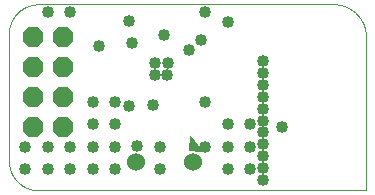
<source format=gbs>
G75*
%MOIN*%
%OFA0B0*%
%FSLAX25Y25*%
%IPPOS*%
%LPD*%
%AMOC8*
5,1,8,0,0,1.08239X$1,22.5*
%
%ADD10C,0.00000*%
%ADD11C,0.06000*%
%ADD12OC8,0.06800*%
%ADD13C,0.00001*%
%ADD14C,0.03981*%
D10*
X0011350Y0008680D02*
X0120500Y0008680D01*
X0120500Y0059915D01*
X0120497Y0060175D01*
X0120487Y0060435D01*
X0120472Y0060695D01*
X0120450Y0060954D01*
X0120422Y0061212D01*
X0120387Y0061470D01*
X0120346Y0061727D01*
X0120299Y0061983D01*
X0120246Y0062238D01*
X0120187Y0062491D01*
X0120122Y0062743D01*
X0120051Y0062993D01*
X0119973Y0063241D01*
X0119890Y0063488D01*
X0119801Y0063732D01*
X0119705Y0063974D01*
X0119604Y0064214D01*
X0119498Y0064451D01*
X0119385Y0064686D01*
X0119267Y0064917D01*
X0119143Y0065146D01*
X0119014Y0065372D01*
X0118880Y0065595D01*
X0118740Y0065814D01*
X0118595Y0066030D01*
X0118444Y0066242D01*
X0118289Y0066450D01*
X0118128Y0066655D01*
X0117963Y0066856D01*
X0117793Y0067053D01*
X0117618Y0067245D01*
X0117439Y0067434D01*
X0117255Y0067618D01*
X0117066Y0067797D01*
X0116874Y0067972D01*
X0116677Y0068142D01*
X0116476Y0068307D01*
X0116271Y0068468D01*
X0116063Y0068623D01*
X0115851Y0068774D01*
X0115635Y0068919D01*
X0115416Y0069059D01*
X0115193Y0069193D01*
X0114967Y0069322D01*
X0114738Y0069446D01*
X0114507Y0069564D01*
X0114272Y0069677D01*
X0114035Y0069783D01*
X0113795Y0069884D01*
X0113553Y0069980D01*
X0113309Y0070069D01*
X0113062Y0070152D01*
X0112814Y0070230D01*
X0112564Y0070301D01*
X0112312Y0070366D01*
X0112059Y0070425D01*
X0111804Y0070478D01*
X0111548Y0070525D01*
X0111291Y0070566D01*
X0111033Y0070601D01*
X0110775Y0070629D01*
X0110516Y0070651D01*
X0110256Y0070666D01*
X0109996Y0070676D01*
X0109736Y0070679D01*
X0109736Y0070680D02*
X0011312Y0070680D01*
X0011075Y0070677D01*
X0010838Y0070669D01*
X0010601Y0070654D01*
X0010365Y0070634D01*
X0010129Y0070608D01*
X0009894Y0070577D01*
X0009660Y0070540D01*
X0009427Y0070497D01*
X0009195Y0070449D01*
X0008964Y0070395D01*
X0008734Y0070335D01*
X0008506Y0070270D01*
X0008280Y0070200D01*
X0008055Y0070124D01*
X0007833Y0070042D01*
X0007612Y0069956D01*
X0007393Y0069864D01*
X0007177Y0069766D01*
X0006963Y0069664D01*
X0006752Y0069556D01*
X0006544Y0069443D01*
X0006338Y0069326D01*
X0006135Y0069203D01*
X0005935Y0069075D01*
X0005738Y0068943D01*
X0005545Y0068806D01*
X0005355Y0068664D01*
X0005168Y0068518D01*
X0004985Y0068367D01*
X0004805Y0068212D01*
X0004630Y0068053D01*
X0004458Y0067889D01*
X0004291Y0067722D01*
X0004127Y0067550D01*
X0003968Y0067375D01*
X0003813Y0067195D01*
X0003662Y0067012D01*
X0003516Y0066825D01*
X0003374Y0066635D01*
X0003237Y0066442D01*
X0003105Y0066245D01*
X0002977Y0066045D01*
X0002854Y0065842D01*
X0002737Y0065636D01*
X0002624Y0065428D01*
X0002516Y0065217D01*
X0002414Y0065003D01*
X0002316Y0064787D01*
X0002224Y0064568D01*
X0002138Y0064347D01*
X0002056Y0064125D01*
X0001980Y0063900D01*
X0001910Y0063674D01*
X0001845Y0063446D01*
X0001785Y0063216D01*
X0001731Y0062985D01*
X0001683Y0062753D01*
X0001640Y0062520D01*
X0001603Y0062286D01*
X0001572Y0062051D01*
X0001546Y0061815D01*
X0001526Y0061579D01*
X0001511Y0061342D01*
X0001503Y0061105D01*
X0001500Y0060868D01*
X0001500Y0018530D01*
X0001503Y0018292D01*
X0001512Y0018054D01*
X0001526Y0017817D01*
X0001546Y0017579D01*
X0001572Y0017343D01*
X0001603Y0017107D01*
X0001641Y0016872D01*
X0001684Y0016638D01*
X0001732Y0016405D01*
X0001786Y0016173D01*
X0001846Y0015942D01*
X0001911Y0015713D01*
X0001982Y0015486D01*
X0002058Y0015261D01*
X0002140Y0015037D01*
X0002227Y0014816D01*
X0002320Y0014596D01*
X0002417Y0014379D01*
X0002520Y0014165D01*
X0002628Y0013952D01*
X0002741Y0013743D01*
X0002860Y0013536D01*
X0002983Y0013333D01*
X0003111Y0013132D01*
X0003244Y0012935D01*
X0003381Y0012740D01*
X0003523Y0012549D01*
X0003670Y0012362D01*
X0003821Y0012178D01*
X0003977Y0011998D01*
X0004137Y0011822D01*
X0004301Y0011650D01*
X0004470Y0011481D01*
X0004642Y0011317D01*
X0004818Y0011157D01*
X0004998Y0011001D01*
X0005182Y0010850D01*
X0005369Y0010703D01*
X0005560Y0010561D01*
X0005755Y0010424D01*
X0005952Y0010291D01*
X0006153Y0010163D01*
X0006356Y0010040D01*
X0006563Y0009921D01*
X0006772Y0009808D01*
X0006985Y0009700D01*
X0007199Y0009597D01*
X0007416Y0009500D01*
X0007636Y0009407D01*
X0007857Y0009320D01*
X0008081Y0009238D01*
X0008306Y0009162D01*
X0008533Y0009091D01*
X0008762Y0009026D01*
X0008993Y0008966D01*
X0009225Y0008912D01*
X0009458Y0008864D01*
X0009692Y0008821D01*
X0009927Y0008783D01*
X0010163Y0008752D01*
X0010399Y0008726D01*
X0010637Y0008706D01*
X0010874Y0008692D01*
X0011112Y0008683D01*
X0011350Y0008680D01*
X0061489Y0022168D02*
X0065818Y0021731D01*
X0061949Y0026683D01*
X0061489Y0022168D01*
D11*
X0062931Y0018220D03*
X0043931Y0018220D03*
D12*
X0019500Y0029680D03*
X0009500Y0029680D03*
X0009500Y0039680D03*
X0019500Y0039680D03*
X0019500Y0049680D03*
X0009500Y0049680D03*
X0009500Y0059680D03*
X0019500Y0059680D03*
D13*
X0061949Y0026682D02*
X0061950Y0026682D01*
X0061949Y0026681D02*
X0061950Y0026681D01*
X0061949Y0026680D02*
X0061951Y0026680D01*
X0061952Y0026679D02*
X0061949Y0026679D01*
X0061948Y0026678D02*
X0061953Y0026678D01*
X0061954Y0026677D02*
X0061948Y0026677D01*
X0061948Y0026676D02*
X0061954Y0026676D01*
X0061955Y0026675D02*
X0061948Y0026675D01*
X0061948Y0026674D02*
X0061956Y0026674D01*
X0061957Y0026673D02*
X0061948Y0026673D01*
X0061948Y0026672D02*
X0061957Y0026672D01*
X0061958Y0026671D02*
X0061948Y0026671D01*
X0061948Y0026670D02*
X0061959Y0026670D01*
X0061960Y0026669D02*
X0061948Y0026669D01*
X0061947Y0026668D02*
X0061960Y0026668D01*
X0061961Y0026667D02*
X0061947Y0026667D01*
X0061947Y0026666D02*
X0061962Y0026666D01*
X0061963Y0026665D02*
X0061947Y0026665D01*
X0061947Y0026664D02*
X0061964Y0026664D01*
X0061964Y0026663D02*
X0061947Y0026663D01*
X0061947Y0026662D02*
X0061965Y0026662D01*
X0061966Y0026661D02*
X0061947Y0026661D01*
X0061947Y0026660D02*
X0061967Y0026660D01*
X0061967Y0026659D02*
X0061947Y0026659D01*
X0061946Y0026658D02*
X0061968Y0026658D01*
X0061969Y0026657D02*
X0061946Y0026657D01*
X0061946Y0026656D02*
X0061970Y0026656D01*
X0061970Y0026655D02*
X0061946Y0026655D01*
X0061946Y0026654D02*
X0061971Y0026654D01*
X0061972Y0026653D02*
X0061946Y0026653D01*
X0061946Y0026652D02*
X0061973Y0026652D01*
X0061974Y0026651D02*
X0061946Y0026651D01*
X0061946Y0026650D02*
X0061974Y0026650D01*
X0061975Y0026649D02*
X0061946Y0026649D01*
X0061945Y0026648D02*
X0061976Y0026648D01*
X0061977Y0026647D02*
X0061945Y0026647D01*
X0061945Y0026646D02*
X0061977Y0026646D01*
X0061978Y0026645D02*
X0061945Y0026645D01*
X0061945Y0026644D02*
X0061979Y0026644D01*
X0061980Y0026643D02*
X0061945Y0026643D01*
X0061945Y0026642D02*
X0061980Y0026642D01*
X0061981Y0026641D02*
X0061945Y0026641D01*
X0061945Y0026640D02*
X0061982Y0026640D01*
X0061983Y0026639D02*
X0061945Y0026639D01*
X0061944Y0026638D02*
X0061984Y0026638D01*
X0061984Y0026637D02*
X0061944Y0026637D01*
X0061944Y0026636D02*
X0061985Y0026636D01*
X0061986Y0026635D02*
X0061944Y0026635D01*
X0061944Y0026634D02*
X0061987Y0026634D01*
X0061987Y0026633D02*
X0061944Y0026633D01*
X0061944Y0026632D02*
X0061988Y0026632D01*
X0061989Y0026631D02*
X0061944Y0026631D01*
X0061944Y0026630D02*
X0061990Y0026630D01*
X0061990Y0026629D02*
X0061944Y0026629D01*
X0061943Y0026629D02*
X0061991Y0026629D01*
X0061992Y0026628D02*
X0061943Y0026628D01*
X0061943Y0026627D02*
X0061993Y0026627D01*
X0061994Y0026626D02*
X0061943Y0026626D01*
X0061943Y0026625D02*
X0061994Y0026625D01*
X0061995Y0026624D02*
X0061943Y0026624D01*
X0061943Y0026623D02*
X0061996Y0026623D01*
X0061997Y0026622D02*
X0061943Y0026622D01*
X0061943Y0026621D02*
X0061997Y0026621D01*
X0061998Y0026620D02*
X0061943Y0026620D01*
X0061942Y0026619D02*
X0061999Y0026619D01*
X0062000Y0026618D02*
X0061942Y0026618D01*
X0061942Y0026617D02*
X0062000Y0026617D01*
X0062001Y0026616D02*
X0061942Y0026616D01*
X0061942Y0026615D02*
X0062002Y0026615D01*
X0062003Y0026614D02*
X0061942Y0026614D01*
X0061942Y0026613D02*
X0062004Y0026613D01*
X0062004Y0026612D02*
X0061942Y0026612D01*
X0061942Y0026611D02*
X0062005Y0026611D01*
X0062006Y0026610D02*
X0061942Y0026610D01*
X0061941Y0026609D02*
X0062007Y0026609D01*
X0062007Y0026608D02*
X0061941Y0026608D01*
X0061941Y0026607D02*
X0062008Y0026607D01*
X0062009Y0026606D02*
X0061941Y0026606D01*
X0061941Y0026605D02*
X0062010Y0026605D01*
X0062010Y0026604D02*
X0061941Y0026604D01*
X0061941Y0026603D02*
X0062011Y0026603D01*
X0062012Y0026602D02*
X0061941Y0026602D01*
X0061941Y0026601D02*
X0062013Y0026601D01*
X0062013Y0026600D02*
X0061941Y0026600D01*
X0061940Y0026599D02*
X0062014Y0026599D01*
X0062015Y0026598D02*
X0061940Y0026598D01*
X0061940Y0026597D02*
X0062016Y0026597D01*
X0062017Y0026596D02*
X0061940Y0026596D01*
X0061940Y0026595D02*
X0062017Y0026595D01*
X0062018Y0026594D02*
X0061940Y0026594D01*
X0061940Y0026593D02*
X0062019Y0026593D01*
X0062020Y0026592D02*
X0061940Y0026592D01*
X0061940Y0026591D02*
X0062020Y0026591D01*
X0062021Y0026590D02*
X0061940Y0026590D01*
X0061939Y0026589D02*
X0062022Y0026589D01*
X0062023Y0026588D02*
X0061939Y0026588D01*
X0061939Y0026587D02*
X0062023Y0026587D01*
X0062024Y0026586D02*
X0061939Y0026586D01*
X0061939Y0026585D02*
X0062025Y0026585D01*
X0062026Y0026584D02*
X0061939Y0026584D01*
X0061939Y0026583D02*
X0062027Y0026583D01*
X0062027Y0026582D02*
X0061939Y0026582D01*
X0061939Y0026581D02*
X0062028Y0026581D01*
X0062029Y0026580D02*
X0061939Y0026580D01*
X0061938Y0026579D02*
X0062030Y0026579D01*
X0062030Y0026578D02*
X0061938Y0026578D01*
X0061938Y0026577D02*
X0062031Y0026577D01*
X0062032Y0026576D02*
X0061938Y0026576D01*
X0061938Y0026575D02*
X0062033Y0026575D01*
X0062034Y0026574D02*
X0061938Y0026574D01*
X0061938Y0026573D02*
X0062034Y0026573D01*
X0062035Y0026572D02*
X0061938Y0026572D01*
X0061938Y0026571D02*
X0062036Y0026571D01*
X0062037Y0026570D02*
X0061938Y0026570D01*
X0061937Y0026569D02*
X0062037Y0026569D01*
X0062038Y0026568D02*
X0061937Y0026568D01*
X0061937Y0026567D02*
X0062039Y0026567D01*
X0062040Y0026566D02*
X0061937Y0026566D01*
X0062040Y0026566D01*
X0062041Y0026565D02*
X0061937Y0026565D01*
X0061937Y0026564D02*
X0062042Y0026564D01*
X0062043Y0026563D02*
X0061937Y0026563D01*
X0061937Y0026562D02*
X0062043Y0026562D01*
X0062044Y0026561D02*
X0061937Y0026561D01*
X0061936Y0026560D02*
X0062045Y0026560D01*
X0062046Y0026559D02*
X0061936Y0026559D01*
X0061936Y0026558D02*
X0062047Y0026558D01*
X0062047Y0026557D02*
X0061936Y0026557D01*
X0061936Y0026556D02*
X0062048Y0026556D01*
X0062049Y0026555D02*
X0061936Y0026555D01*
X0061936Y0026554D02*
X0062050Y0026554D01*
X0062050Y0026553D02*
X0061936Y0026553D01*
X0061936Y0026552D02*
X0062051Y0026552D01*
X0062052Y0026551D02*
X0061936Y0026551D01*
X0061935Y0026550D02*
X0062053Y0026550D01*
X0062053Y0026549D02*
X0061935Y0026549D01*
X0061935Y0026548D02*
X0062054Y0026548D01*
X0062055Y0026547D02*
X0061935Y0026547D01*
X0061935Y0026546D02*
X0062056Y0026546D01*
X0062057Y0026545D02*
X0061935Y0026545D01*
X0061935Y0026544D02*
X0062057Y0026544D01*
X0062058Y0026543D02*
X0061935Y0026543D01*
X0061935Y0026542D02*
X0062059Y0026542D01*
X0062060Y0026541D02*
X0061935Y0026541D01*
X0061934Y0026540D02*
X0062060Y0026540D01*
X0062061Y0026539D02*
X0061934Y0026539D01*
X0061934Y0026538D02*
X0062062Y0026538D01*
X0062063Y0026537D02*
X0061934Y0026537D01*
X0061934Y0026536D02*
X0062063Y0026536D01*
X0062064Y0026535D02*
X0061934Y0026535D01*
X0061934Y0026534D02*
X0062065Y0026534D01*
X0062066Y0026533D02*
X0061934Y0026533D01*
X0061934Y0026532D02*
X0062067Y0026532D01*
X0062067Y0026531D02*
X0061934Y0026531D01*
X0061933Y0026530D02*
X0062068Y0026530D01*
X0062069Y0026529D02*
X0061933Y0026529D01*
X0061933Y0026528D02*
X0062070Y0026528D01*
X0062070Y0026527D02*
X0061933Y0026527D01*
X0061933Y0026526D02*
X0062071Y0026526D01*
X0062072Y0026525D02*
X0061933Y0026525D01*
X0061933Y0026524D02*
X0062073Y0026524D01*
X0062073Y0026523D02*
X0061933Y0026523D01*
X0061933Y0026522D02*
X0062074Y0026522D01*
X0062075Y0026521D02*
X0061933Y0026521D01*
X0061932Y0026520D02*
X0062076Y0026520D01*
X0062077Y0026519D02*
X0061932Y0026519D01*
X0061932Y0026518D02*
X0062077Y0026518D01*
X0062078Y0026517D02*
X0061932Y0026517D01*
X0061932Y0026516D02*
X0062079Y0026516D01*
X0062080Y0026515D02*
X0061932Y0026515D01*
X0061932Y0026514D02*
X0062080Y0026514D01*
X0062081Y0026513D02*
X0061932Y0026513D01*
X0061932Y0026512D02*
X0062082Y0026512D01*
X0062083Y0026511D02*
X0061932Y0026511D01*
X0061931Y0026510D02*
X0062083Y0026510D01*
X0062084Y0026509D02*
X0061931Y0026509D01*
X0061931Y0026508D02*
X0062085Y0026508D01*
X0062086Y0026507D02*
X0061931Y0026507D01*
X0061931Y0026506D02*
X0062087Y0026506D01*
X0062087Y0026505D02*
X0061931Y0026505D01*
X0061931Y0026504D02*
X0062088Y0026504D01*
X0062089Y0026504D02*
X0061931Y0026504D01*
X0061931Y0026503D02*
X0062090Y0026503D01*
X0062090Y0026502D02*
X0061931Y0026502D01*
X0061930Y0026501D02*
X0062091Y0026501D01*
X0062092Y0026500D02*
X0061930Y0026500D01*
X0061930Y0026499D02*
X0062093Y0026499D01*
X0062093Y0026498D02*
X0061930Y0026498D01*
X0061930Y0026497D02*
X0062094Y0026497D01*
X0062095Y0026496D02*
X0061930Y0026496D01*
X0061930Y0026495D02*
X0062096Y0026495D01*
X0062097Y0026494D02*
X0061930Y0026494D01*
X0061930Y0026493D02*
X0062097Y0026493D01*
X0062098Y0026492D02*
X0061930Y0026492D01*
X0061929Y0026491D02*
X0062099Y0026491D01*
X0062100Y0026490D02*
X0061929Y0026490D01*
X0061929Y0026489D02*
X0062100Y0026489D01*
X0062101Y0026488D02*
X0061929Y0026488D01*
X0061929Y0026487D02*
X0062102Y0026487D01*
X0062103Y0026486D02*
X0061929Y0026486D01*
X0061929Y0026485D02*
X0062103Y0026485D01*
X0062104Y0026484D02*
X0061929Y0026484D01*
X0061929Y0026483D02*
X0062105Y0026483D01*
X0062106Y0026482D02*
X0061929Y0026482D01*
X0061928Y0026481D02*
X0062107Y0026481D01*
X0062107Y0026480D02*
X0061928Y0026480D01*
X0061928Y0026479D02*
X0062108Y0026479D01*
X0062109Y0026478D02*
X0061928Y0026478D01*
X0061928Y0026477D02*
X0062110Y0026477D01*
X0062110Y0026476D02*
X0061928Y0026476D01*
X0061928Y0026475D02*
X0062111Y0026475D01*
X0062112Y0026474D02*
X0061928Y0026474D01*
X0061928Y0026473D02*
X0062113Y0026473D01*
X0062113Y0026472D02*
X0061928Y0026472D01*
X0061927Y0026471D02*
X0062114Y0026471D01*
X0062115Y0026470D02*
X0061927Y0026470D01*
X0061927Y0026469D02*
X0062116Y0026469D01*
X0062117Y0026468D02*
X0061927Y0026468D01*
X0061927Y0026467D02*
X0062117Y0026467D01*
X0062118Y0026466D02*
X0061927Y0026466D01*
X0061927Y0026465D02*
X0062119Y0026465D01*
X0062120Y0026464D02*
X0061927Y0026464D01*
X0061927Y0026463D02*
X0062120Y0026463D01*
X0062121Y0026462D02*
X0061927Y0026462D01*
X0061926Y0026461D02*
X0062122Y0026461D01*
X0062123Y0026460D02*
X0061926Y0026460D01*
X0061926Y0026459D02*
X0062123Y0026459D01*
X0062124Y0026458D02*
X0061926Y0026458D01*
X0061926Y0026457D02*
X0062125Y0026457D01*
X0062126Y0026456D02*
X0061926Y0026456D01*
X0061926Y0026455D02*
X0062127Y0026455D01*
X0062127Y0026454D02*
X0061926Y0026454D01*
X0061926Y0026453D02*
X0062128Y0026453D01*
X0062129Y0026452D02*
X0061926Y0026452D01*
X0061925Y0026451D02*
X0062130Y0026451D01*
X0062130Y0026450D02*
X0061925Y0026450D01*
X0061925Y0026449D02*
X0062131Y0026449D01*
X0062132Y0026448D02*
X0061925Y0026448D01*
X0061925Y0026447D02*
X0062133Y0026447D01*
X0062133Y0026446D02*
X0061925Y0026446D01*
X0061925Y0026445D02*
X0062134Y0026445D01*
X0062135Y0026444D02*
X0061925Y0026444D01*
X0061925Y0026443D02*
X0062136Y0026443D01*
X0062137Y0026442D02*
X0061925Y0026442D01*
X0061924Y0026441D02*
X0062137Y0026441D01*
X0062138Y0026441D02*
X0061924Y0026441D01*
X0061924Y0026440D02*
X0062139Y0026440D01*
X0062140Y0026439D02*
X0061924Y0026439D01*
X0061924Y0026438D02*
X0062140Y0026438D01*
X0062141Y0026437D02*
X0061924Y0026437D01*
X0061924Y0026436D02*
X0062142Y0026436D01*
X0062143Y0026435D02*
X0061924Y0026435D01*
X0061924Y0026434D02*
X0062143Y0026434D01*
X0062144Y0026433D02*
X0061924Y0026433D01*
X0061923Y0026432D02*
X0062145Y0026432D01*
X0062146Y0026431D02*
X0061923Y0026431D01*
X0061923Y0026430D02*
X0062147Y0026430D01*
X0062147Y0026429D02*
X0061923Y0026429D01*
X0061923Y0026428D02*
X0062148Y0026428D01*
X0062149Y0026427D02*
X0061923Y0026427D01*
X0061923Y0026426D02*
X0062150Y0026426D01*
X0062150Y0026425D02*
X0061923Y0026425D01*
X0061923Y0026424D02*
X0062151Y0026424D01*
X0062152Y0026423D02*
X0061923Y0026423D01*
X0061922Y0026422D02*
X0062153Y0026422D01*
X0062153Y0026421D02*
X0061922Y0026421D01*
X0061922Y0026420D02*
X0062154Y0026420D01*
X0062155Y0026419D02*
X0061922Y0026419D01*
X0061922Y0026418D02*
X0062156Y0026418D01*
X0062157Y0026417D02*
X0061922Y0026417D01*
X0061922Y0026416D02*
X0062157Y0026416D01*
X0062158Y0026415D02*
X0061922Y0026415D01*
X0061922Y0026414D02*
X0062159Y0026414D01*
X0062160Y0026413D02*
X0061922Y0026413D01*
X0061921Y0026412D02*
X0062160Y0026412D01*
X0062161Y0026411D02*
X0061921Y0026411D01*
X0061921Y0026410D02*
X0062162Y0026410D01*
X0062163Y0026409D02*
X0061921Y0026409D01*
X0061921Y0026408D02*
X0062163Y0026408D01*
X0062164Y0026407D02*
X0061921Y0026407D01*
X0061921Y0026406D02*
X0062165Y0026406D01*
X0062166Y0026405D02*
X0061921Y0026405D01*
X0061921Y0026404D02*
X0062167Y0026404D01*
X0062167Y0026403D02*
X0061921Y0026403D01*
X0061920Y0026402D02*
X0062168Y0026402D01*
X0062169Y0026401D02*
X0061920Y0026401D01*
X0061920Y0026400D02*
X0062170Y0026400D01*
X0062170Y0026399D02*
X0061920Y0026399D01*
X0061920Y0026398D02*
X0062171Y0026398D01*
X0062172Y0026397D02*
X0061920Y0026397D01*
X0061920Y0026396D02*
X0062173Y0026396D01*
X0062173Y0026395D02*
X0061920Y0026395D01*
X0061920Y0026394D02*
X0062174Y0026394D01*
X0062175Y0026393D02*
X0061920Y0026393D01*
X0061919Y0026392D02*
X0062176Y0026392D01*
X0062177Y0026391D02*
X0061919Y0026391D01*
X0061919Y0026390D02*
X0062177Y0026390D01*
X0062178Y0026389D02*
X0061919Y0026389D01*
X0061919Y0026388D02*
X0062179Y0026388D01*
X0062180Y0026387D02*
X0061919Y0026387D01*
X0061919Y0026386D02*
X0062180Y0026386D01*
X0062181Y0026385D02*
X0061919Y0026385D01*
X0061919Y0026384D02*
X0062182Y0026384D01*
X0062183Y0026383D02*
X0061919Y0026383D01*
X0061918Y0026382D02*
X0062183Y0026382D01*
X0062184Y0026381D02*
X0061918Y0026381D01*
X0061918Y0026380D02*
X0062185Y0026380D01*
X0062186Y0026379D02*
X0061918Y0026379D01*
X0062187Y0026379D01*
X0062187Y0026378D02*
X0061918Y0026378D01*
X0061918Y0026377D02*
X0062188Y0026377D01*
X0062189Y0026376D02*
X0061918Y0026376D01*
X0061918Y0026375D02*
X0062190Y0026375D01*
X0062190Y0026374D02*
X0061918Y0026374D01*
X0061917Y0026373D02*
X0062191Y0026373D01*
X0062192Y0026372D02*
X0061917Y0026372D01*
X0061917Y0026371D02*
X0062193Y0026371D01*
X0062193Y0026370D02*
X0061917Y0026370D01*
X0061917Y0026369D02*
X0062194Y0026369D01*
X0062195Y0026368D02*
X0061917Y0026368D01*
X0061917Y0026367D02*
X0062196Y0026367D01*
X0062197Y0026366D02*
X0061917Y0026366D01*
X0061917Y0026365D02*
X0062197Y0026365D01*
X0062198Y0026364D02*
X0061917Y0026364D01*
X0061916Y0026363D02*
X0062199Y0026363D01*
X0062200Y0026362D02*
X0061916Y0026362D01*
X0061916Y0026361D02*
X0062200Y0026361D01*
X0062201Y0026360D02*
X0061916Y0026360D01*
X0061916Y0026359D02*
X0062202Y0026359D01*
X0062203Y0026358D02*
X0061916Y0026358D01*
X0061916Y0026357D02*
X0062203Y0026357D01*
X0062204Y0026356D02*
X0061916Y0026356D01*
X0061916Y0026355D02*
X0062205Y0026355D01*
X0062206Y0026354D02*
X0061916Y0026354D01*
X0061915Y0026353D02*
X0062207Y0026353D01*
X0062207Y0026352D02*
X0061915Y0026352D01*
X0061915Y0026351D02*
X0062208Y0026351D01*
X0062209Y0026350D02*
X0061915Y0026350D01*
X0061915Y0026349D02*
X0062210Y0026349D01*
X0062210Y0026348D02*
X0061915Y0026348D01*
X0061915Y0026347D02*
X0062211Y0026347D01*
X0062212Y0026346D02*
X0061915Y0026346D01*
X0061915Y0026345D02*
X0062213Y0026345D01*
X0062213Y0026344D02*
X0061915Y0026344D01*
X0061914Y0026343D02*
X0062214Y0026343D01*
X0062215Y0026342D02*
X0061914Y0026342D01*
X0061914Y0026341D02*
X0062216Y0026341D01*
X0062217Y0026340D02*
X0061914Y0026340D01*
X0061914Y0026339D02*
X0062217Y0026339D01*
X0062218Y0026338D02*
X0061914Y0026338D01*
X0061914Y0026337D02*
X0062219Y0026337D01*
X0062220Y0026336D02*
X0061914Y0026336D01*
X0061914Y0026335D02*
X0062220Y0026335D01*
X0062221Y0026334D02*
X0061914Y0026334D01*
X0061913Y0026333D02*
X0062222Y0026333D01*
X0062223Y0026332D02*
X0061913Y0026332D01*
X0061913Y0026331D02*
X0062223Y0026331D01*
X0062224Y0026330D02*
X0061913Y0026330D01*
X0061913Y0026329D02*
X0062225Y0026329D01*
X0062226Y0026328D02*
X0061913Y0026328D01*
X0061913Y0026327D02*
X0062227Y0026327D01*
X0062227Y0026326D02*
X0061913Y0026326D01*
X0061913Y0026325D02*
X0062228Y0026325D01*
X0062229Y0026324D02*
X0061913Y0026324D01*
X0061912Y0026323D02*
X0062230Y0026323D01*
X0062230Y0026322D02*
X0061912Y0026322D01*
X0061912Y0026321D02*
X0062231Y0026321D01*
X0062232Y0026320D02*
X0061912Y0026320D01*
X0061912Y0026319D02*
X0062233Y0026319D01*
X0062233Y0026318D02*
X0061912Y0026318D01*
X0061912Y0026317D02*
X0062234Y0026317D01*
X0062235Y0026316D02*
X0061912Y0026316D01*
X0062236Y0026316D01*
X0062237Y0026315D02*
X0061912Y0026315D01*
X0061911Y0026314D02*
X0062237Y0026314D01*
X0062238Y0026313D02*
X0061911Y0026313D01*
X0061911Y0026312D02*
X0062239Y0026312D01*
X0062240Y0026311D02*
X0061911Y0026311D01*
X0061911Y0026310D02*
X0062240Y0026310D01*
X0062241Y0026309D02*
X0061911Y0026309D01*
X0061911Y0026308D02*
X0062242Y0026308D01*
X0062243Y0026307D02*
X0061911Y0026307D01*
X0061911Y0026306D02*
X0062243Y0026306D01*
X0062244Y0026305D02*
X0061911Y0026305D01*
X0061910Y0026304D02*
X0062245Y0026304D01*
X0062246Y0026303D02*
X0061910Y0026303D01*
X0061910Y0026302D02*
X0062247Y0026302D01*
X0062247Y0026301D02*
X0061910Y0026301D01*
X0061910Y0026300D02*
X0062248Y0026300D01*
X0062249Y0026299D02*
X0061910Y0026299D01*
X0061910Y0026298D02*
X0062250Y0026298D01*
X0062250Y0026297D02*
X0061910Y0026297D01*
X0061910Y0026296D02*
X0062251Y0026296D01*
X0062252Y0026295D02*
X0061909Y0026295D01*
X0061909Y0026294D02*
X0062253Y0026294D01*
X0062253Y0026293D02*
X0061909Y0026293D01*
X0061909Y0026292D02*
X0062254Y0026292D01*
X0062255Y0026291D02*
X0061909Y0026291D01*
X0061909Y0026290D02*
X0062256Y0026290D01*
X0062256Y0026289D02*
X0061909Y0026289D01*
X0061909Y0026288D02*
X0062257Y0026288D01*
X0062258Y0026287D02*
X0061909Y0026287D01*
X0061909Y0026286D02*
X0062259Y0026286D01*
X0062260Y0026285D02*
X0061909Y0026285D01*
X0061908Y0026284D02*
X0062260Y0026284D01*
X0062261Y0026283D02*
X0061908Y0026283D01*
X0061908Y0026282D02*
X0062262Y0026282D01*
X0062263Y0026281D02*
X0061908Y0026281D01*
X0061908Y0026280D02*
X0062263Y0026280D01*
X0062264Y0026279D02*
X0061908Y0026279D01*
X0061908Y0026278D02*
X0062265Y0026278D01*
X0062266Y0026277D02*
X0061908Y0026277D01*
X0061908Y0026276D02*
X0062266Y0026276D01*
X0062267Y0026275D02*
X0061907Y0026275D01*
X0061907Y0026274D02*
X0062268Y0026274D01*
X0062269Y0026273D02*
X0061907Y0026273D01*
X0061907Y0026272D02*
X0062270Y0026272D01*
X0062270Y0026271D02*
X0061907Y0026271D01*
X0061907Y0026270D02*
X0062271Y0026270D01*
X0062272Y0026269D02*
X0061907Y0026269D01*
X0061907Y0026268D02*
X0062273Y0026268D01*
X0062273Y0026267D02*
X0061907Y0026267D01*
X0061907Y0026266D02*
X0062274Y0026266D01*
X0062275Y0026265D02*
X0061906Y0026265D01*
X0061906Y0026264D02*
X0062276Y0026264D01*
X0062276Y0026263D02*
X0061906Y0026263D01*
X0061906Y0026262D02*
X0062277Y0026262D01*
X0062278Y0026261D02*
X0061906Y0026261D01*
X0061906Y0026260D02*
X0062279Y0026260D01*
X0062280Y0026259D02*
X0061906Y0026259D01*
X0061906Y0026258D02*
X0062280Y0026258D01*
X0062281Y0026257D02*
X0061906Y0026257D01*
X0061906Y0026256D02*
X0062282Y0026256D01*
X0062283Y0026255D02*
X0061905Y0026255D01*
X0061905Y0026254D02*
X0062283Y0026254D01*
X0062284Y0026254D02*
X0061905Y0026254D01*
X0061905Y0026253D02*
X0062285Y0026253D01*
X0062286Y0026252D02*
X0061905Y0026252D01*
X0061905Y0026251D02*
X0062286Y0026251D01*
X0062287Y0026250D02*
X0061905Y0026250D01*
X0061905Y0026249D02*
X0062288Y0026249D01*
X0062289Y0026248D02*
X0061905Y0026248D01*
X0061905Y0026247D02*
X0062290Y0026247D01*
X0062290Y0026246D02*
X0061904Y0026246D01*
X0061904Y0026245D02*
X0062291Y0026245D01*
X0062292Y0026244D02*
X0061904Y0026244D01*
X0061904Y0026243D02*
X0062293Y0026243D01*
X0062293Y0026242D02*
X0061904Y0026242D01*
X0061904Y0026241D02*
X0062294Y0026241D01*
X0062295Y0026240D02*
X0061904Y0026240D01*
X0061904Y0026239D02*
X0062296Y0026239D01*
X0062296Y0026238D02*
X0061904Y0026238D01*
X0061904Y0026237D02*
X0062297Y0026237D01*
X0062298Y0026236D02*
X0061903Y0026236D01*
X0061903Y0026235D02*
X0062299Y0026235D01*
X0062300Y0026234D02*
X0061903Y0026234D01*
X0061903Y0026233D02*
X0062300Y0026233D01*
X0062301Y0026232D02*
X0061903Y0026232D01*
X0061903Y0026231D02*
X0062302Y0026231D01*
X0062303Y0026230D02*
X0061903Y0026230D01*
X0061903Y0026229D02*
X0062303Y0026229D01*
X0062304Y0026228D02*
X0061903Y0026228D01*
X0061903Y0026227D02*
X0062305Y0026227D01*
X0062306Y0026226D02*
X0061902Y0026226D01*
X0061902Y0026225D02*
X0062306Y0026225D01*
X0062307Y0026224D02*
X0061902Y0026224D01*
X0061902Y0026223D02*
X0062308Y0026223D01*
X0062309Y0026222D02*
X0061902Y0026222D01*
X0061902Y0026221D02*
X0062310Y0026221D01*
X0062310Y0026220D02*
X0061902Y0026220D01*
X0061902Y0026219D02*
X0062311Y0026219D01*
X0062312Y0026218D02*
X0061902Y0026218D01*
X0061902Y0026217D02*
X0062313Y0026217D01*
X0062313Y0026216D02*
X0061901Y0026216D01*
X0061901Y0026215D02*
X0062314Y0026215D01*
X0062315Y0026214D02*
X0061901Y0026214D01*
X0061901Y0026213D02*
X0062316Y0026213D01*
X0062316Y0026212D02*
X0061901Y0026212D01*
X0061901Y0026211D02*
X0062317Y0026211D01*
X0062318Y0026210D02*
X0061901Y0026210D01*
X0061901Y0026209D02*
X0062319Y0026209D01*
X0062320Y0026208D02*
X0061901Y0026208D01*
X0061901Y0026207D02*
X0062320Y0026207D01*
X0062321Y0026206D02*
X0061900Y0026206D01*
X0061900Y0026205D02*
X0062322Y0026205D01*
X0062323Y0026204D02*
X0061900Y0026204D01*
X0061900Y0026203D02*
X0062323Y0026203D01*
X0062324Y0026202D02*
X0061900Y0026202D01*
X0061900Y0026201D02*
X0062325Y0026201D01*
X0062326Y0026200D02*
X0061900Y0026200D01*
X0061900Y0026199D02*
X0062326Y0026199D01*
X0062327Y0026198D02*
X0061900Y0026198D01*
X0061900Y0026197D02*
X0062328Y0026197D01*
X0062329Y0026196D02*
X0061899Y0026196D01*
X0061899Y0026195D02*
X0062330Y0026195D01*
X0062330Y0026194D02*
X0061899Y0026194D01*
X0061899Y0026193D02*
X0062331Y0026193D01*
X0062332Y0026192D02*
X0061899Y0026192D01*
X0061899Y0026191D02*
X0062333Y0026191D01*
X0061899Y0026191D01*
X0061899Y0026190D02*
X0062334Y0026190D01*
X0062335Y0026189D02*
X0061899Y0026189D01*
X0061899Y0026188D02*
X0062336Y0026188D01*
X0062336Y0026187D02*
X0061898Y0026187D01*
X0061898Y0026186D02*
X0062337Y0026186D01*
X0062338Y0026185D02*
X0061898Y0026185D01*
X0061898Y0026184D02*
X0062339Y0026184D01*
X0062340Y0026183D02*
X0061898Y0026183D01*
X0061898Y0026182D02*
X0062340Y0026182D01*
X0062341Y0026181D02*
X0061898Y0026181D01*
X0061898Y0026180D02*
X0062342Y0026180D01*
X0062343Y0026179D02*
X0061898Y0026179D01*
X0061898Y0026178D02*
X0062343Y0026178D01*
X0062344Y0026177D02*
X0061897Y0026177D01*
X0061897Y0026176D02*
X0062345Y0026176D01*
X0062346Y0026175D02*
X0061897Y0026175D01*
X0061897Y0026174D02*
X0062346Y0026174D01*
X0062347Y0026173D02*
X0061897Y0026173D01*
X0061897Y0026172D02*
X0062348Y0026172D01*
X0062349Y0026171D02*
X0061897Y0026171D01*
X0061897Y0026170D02*
X0062350Y0026170D01*
X0062350Y0026169D02*
X0061897Y0026169D01*
X0061897Y0026168D02*
X0062351Y0026168D01*
X0062352Y0026167D02*
X0061896Y0026167D01*
X0061896Y0026166D02*
X0062353Y0026166D01*
X0062353Y0026165D02*
X0061896Y0026165D01*
X0061896Y0026164D02*
X0062354Y0026164D01*
X0062355Y0026163D02*
X0061896Y0026163D01*
X0061896Y0026162D02*
X0062356Y0026162D01*
X0062356Y0026161D02*
X0061896Y0026161D01*
X0061896Y0026160D02*
X0062357Y0026160D01*
X0062358Y0026159D02*
X0061896Y0026159D01*
X0061896Y0026158D02*
X0062359Y0026158D01*
X0062360Y0026157D02*
X0061895Y0026157D01*
X0061895Y0026156D02*
X0062360Y0026156D01*
X0062361Y0026155D02*
X0061895Y0026155D01*
X0061895Y0026154D02*
X0062362Y0026154D01*
X0062363Y0026153D02*
X0061895Y0026153D01*
X0061895Y0026152D02*
X0062363Y0026152D01*
X0062364Y0026151D02*
X0061895Y0026151D01*
X0061895Y0026150D02*
X0062365Y0026150D01*
X0062366Y0026149D02*
X0061895Y0026149D01*
X0061895Y0026148D02*
X0062366Y0026148D01*
X0062367Y0026147D02*
X0061894Y0026147D01*
X0061894Y0026146D02*
X0062368Y0026146D01*
X0062369Y0026145D02*
X0061894Y0026145D01*
X0061894Y0026144D02*
X0062370Y0026144D01*
X0062370Y0026143D02*
X0061894Y0026143D01*
X0061894Y0026142D02*
X0062371Y0026142D01*
X0062372Y0026141D02*
X0061894Y0026141D01*
X0061894Y0026140D02*
X0062373Y0026140D01*
X0062373Y0026139D02*
X0061894Y0026139D01*
X0061894Y0026138D02*
X0062374Y0026138D01*
X0062375Y0026137D02*
X0061893Y0026137D01*
X0061893Y0026136D02*
X0062376Y0026136D01*
X0062376Y0026135D02*
X0061893Y0026135D01*
X0061893Y0026134D02*
X0062377Y0026134D01*
X0062378Y0026133D02*
X0061893Y0026133D01*
X0061893Y0026132D02*
X0062379Y0026132D01*
X0062380Y0026131D02*
X0061893Y0026131D01*
X0061893Y0026130D02*
X0062380Y0026130D01*
X0062381Y0026129D02*
X0061893Y0026129D01*
X0062382Y0026129D01*
X0062383Y0026128D02*
X0061892Y0026128D01*
X0061892Y0026127D02*
X0062383Y0026127D01*
X0062384Y0026126D02*
X0061892Y0026126D01*
X0061892Y0026125D02*
X0062385Y0026125D01*
X0062386Y0026124D02*
X0061892Y0026124D01*
X0061892Y0026123D02*
X0062386Y0026123D01*
X0062387Y0026122D02*
X0061892Y0026122D01*
X0061892Y0026121D02*
X0062388Y0026121D01*
X0062389Y0026120D02*
X0061892Y0026120D01*
X0061892Y0026119D02*
X0062390Y0026119D01*
X0062390Y0026118D02*
X0061891Y0026118D01*
X0061891Y0026117D02*
X0062391Y0026117D01*
X0062392Y0026116D02*
X0061891Y0026116D01*
X0061891Y0026115D02*
X0062393Y0026115D01*
X0062393Y0026114D02*
X0061891Y0026114D01*
X0061891Y0026113D02*
X0062394Y0026113D01*
X0062395Y0026112D02*
X0061891Y0026112D01*
X0061891Y0026111D02*
X0062396Y0026111D01*
X0062396Y0026110D02*
X0061891Y0026110D01*
X0061891Y0026109D02*
X0062397Y0026109D01*
X0062398Y0026108D02*
X0061890Y0026108D01*
X0061890Y0026107D02*
X0062399Y0026107D01*
X0062400Y0026106D02*
X0061890Y0026106D01*
X0061890Y0026105D02*
X0062400Y0026105D01*
X0062401Y0026104D02*
X0061890Y0026104D01*
X0061890Y0026103D02*
X0062402Y0026103D01*
X0062403Y0026102D02*
X0061890Y0026102D01*
X0061890Y0026101D02*
X0062403Y0026101D01*
X0062404Y0026100D02*
X0061890Y0026100D01*
X0061890Y0026099D02*
X0062405Y0026099D01*
X0062406Y0026098D02*
X0061889Y0026098D01*
X0061889Y0026097D02*
X0062406Y0026097D01*
X0062407Y0026096D02*
X0061889Y0026096D01*
X0061889Y0026095D02*
X0062408Y0026095D01*
X0062409Y0026094D02*
X0061889Y0026094D01*
X0061889Y0026093D02*
X0062410Y0026093D01*
X0062410Y0026092D02*
X0061889Y0026092D01*
X0061889Y0026091D02*
X0062411Y0026091D01*
X0062412Y0026090D02*
X0061889Y0026090D01*
X0061889Y0026089D02*
X0062413Y0026089D01*
X0062413Y0026088D02*
X0061888Y0026088D01*
X0061888Y0026087D02*
X0062414Y0026087D01*
X0062415Y0026086D02*
X0061888Y0026086D01*
X0061888Y0026085D02*
X0062416Y0026085D01*
X0062416Y0026084D02*
X0061888Y0026084D01*
X0061888Y0026083D02*
X0062417Y0026083D01*
X0062418Y0026082D02*
X0061888Y0026082D01*
X0061888Y0026081D02*
X0062419Y0026081D01*
X0062420Y0026080D02*
X0061888Y0026080D01*
X0061888Y0026079D02*
X0062420Y0026079D01*
X0062421Y0026078D02*
X0061887Y0026078D01*
X0061887Y0026077D02*
X0062422Y0026077D01*
X0062423Y0026076D02*
X0061887Y0026076D01*
X0061887Y0026075D02*
X0062423Y0026075D01*
X0062424Y0026074D02*
X0061887Y0026074D01*
X0061887Y0026073D02*
X0062425Y0026073D01*
X0062426Y0026072D02*
X0061887Y0026072D01*
X0061887Y0026071D02*
X0062426Y0026071D01*
X0062427Y0026070D02*
X0061887Y0026070D01*
X0061887Y0026069D02*
X0062428Y0026069D01*
X0062429Y0026068D02*
X0061886Y0026068D01*
X0061886Y0026067D02*
X0062430Y0026067D01*
X0062430Y0026066D02*
X0061886Y0026066D01*
X0062431Y0026066D01*
X0062432Y0026065D02*
X0061886Y0026065D01*
X0061886Y0026064D02*
X0062433Y0026064D01*
X0062433Y0026063D02*
X0061886Y0026063D01*
X0061886Y0026062D02*
X0062434Y0026062D01*
X0062435Y0026061D02*
X0061886Y0026061D01*
X0061886Y0026060D02*
X0062436Y0026060D01*
X0062436Y0026059D02*
X0061885Y0026059D01*
X0061885Y0026058D02*
X0062437Y0026058D01*
X0062438Y0026057D02*
X0061885Y0026057D01*
X0061885Y0026056D02*
X0062439Y0026056D01*
X0062440Y0026055D02*
X0061885Y0026055D01*
X0061885Y0026054D02*
X0062440Y0026054D01*
X0062441Y0026053D02*
X0061885Y0026053D01*
X0061885Y0026052D02*
X0062442Y0026052D01*
X0062443Y0026051D02*
X0061885Y0026051D01*
X0061885Y0026050D02*
X0062443Y0026050D01*
X0062444Y0026049D02*
X0061884Y0026049D01*
X0061884Y0026048D02*
X0062445Y0026048D01*
X0062446Y0026047D02*
X0061884Y0026047D01*
X0061884Y0026046D02*
X0062446Y0026046D01*
X0062447Y0026045D02*
X0061884Y0026045D01*
X0061884Y0026044D02*
X0062448Y0026044D01*
X0062449Y0026043D02*
X0061884Y0026043D01*
X0061884Y0026042D02*
X0062450Y0026042D01*
X0062450Y0026041D02*
X0061884Y0026041D01*
X0061884Y0026040D02*
X0062451Y0026040D01*
X0062452Y0026039D02*
X0061883Y0026039D01*
X0061883Y0026038D02*
X0062453Y0026038D01*
X0062453Y0026037D02*
X0061883Y0026037D01*
X0061883Y0026036D02*
X0062454Y0026036D01*
X0062455Y0026035D02*
X0061883Y0026035D01*
X0061883Y0026034D02*
X0062456Y0026034D01*
X0062456Y0026033D02*
X0061883Y0026033D01*
X0061883Y0026032D02*
X0062457Y0026032D01*
X0062458Y0026031D02*
X0061883Y0026031D01*
X0061883Y0026030D02*
X0062459Y0026030D01*
X0062460Y0026029D02*
X0061882Y0026029D01*
X0061882Y0026028D02*
X0062460Y0026028D01*
X0062461Y0026027D02*
X0061882Y0026027D01*
X0061882Y0026026D02*
X0062462Y0026026D01*
X0062463Y0026025D02*
X0061882Y0026025D01*
X0061882Y0026024D02*
X0062463Y0026024D01*
X0062464Y0026023D02*
X0061882Y0026023D01*
X0061882Y0026022D02*
X0062465Y0026022D01*
X0062466Y0026021D02*
X0061882Y0026021D01*
X0061882Y0026020D02*
X0062466Y0026020D01*
X0062467Y0026019D02*
X0061881Y0026019D01*
X0061881Y0026018D02*
X0062468Y0026018D01*
X0062469Y0026017D02*
X0061881Y0026017D01*
X0061881Y0026016D02*
X0062470Y0026016D01*
X0062470Y0026015D02*
X0061881Y0026015D01*
X0061881Y0026014D02*
X0062471Y0026014D01*
X0062472Y0026013D02*
X0061881Y0026013D01*
X0061881Y0026012D02*
X0062473Y0026012D01*
X0062473Y0026011D02*
X0061881Y0026011D01*
X0061881Y0026010D02*
X0062474Y0026010D01*
X0062475Y0026009D02*
X0061880Y0026009D01*
X0061880Y0026008D02*
X0062476Y0026008D01*
X0062476Y0026007D02*
X0061880Y0026007D01*
X0061880Y0026006D02*
X0062477Y0026006D01*
X0062478Y0026005D02*
X0061880Y0026005D01*
X0061880Y0026004D02*
X0062479Y0026004D01*
X0062480Y0026004D02*
X0061880Y0026004D01*
X0061880Y0026003D02*
X0062480Y0026003D01*
X0062481Y0026002D02*
X0061880Y0026002D01*
X0061880Y0026001D02*
X0062482Y0026001D01*
X0062483Y0026000D02*
X0061879Y0026000D01*
X0061879Y0025999D02*
X0062483Y0025999D01*
X0062484Y0025998D02*
X0061879Y0025998D01*
X0061879Y0025997D02*
X0062485Y0025997D01*
X0062486Y0025996D02*
X0061879Y0025996D01*
X0061879Y0025995D02*
X0062486Y0025995D01*
X0062487Y0025994D02*
X0061879Y0025994D01*
X0061879Y0025993D02*
X0062488Y0025993D01*
X0062489Y0025992D02*
X0061879Y0025992D01*
X0061879Y0025991D02*
X0062490Y0025991D01*
X0062490Y0025990D02*
X0061878Y0025990D01*
X0061878Y0025989D02*
X0062491Y0025989D01*
X0062492Y0025988D02*
X0061878Y0025988D01*
X0061878Y0025987D02*
X0062493Y0025987D01*
X0062493Y0025986D02*
X0061878Y0025986D01*
X0061878Y0025985D02*
X0062494Y0025985D01*
X0062495Y0025984D02*
X0061878Y0025984D01*
X0061878Y0025983D02*
X0062496Y0025983D01*
X0062496Y0025982D02*
X0061878Y0025982D01*
X0061878Y0025981D02*
X0062497Y0025981D01*
X0062498Y0025980D02*
X0061877Y0025980D01*
X0061877Y0025979D02*
X0062499Y0025979D01*
X0062499Y0025978D02*
X0061877Y0025978D01*
X0061877Y0025977D02*
X0062500Y0025977D01*
X0062501Y0025976D02*
X0061877Y0025976D01*
X0061877Y0025975D02*
X0062502Y0025975D01*
X0062503Y0025974D02*
X0061877Y0025974D01*
X0061877Y0025973D02*
X0062503Y0025973D01*
X0062504Y0025972D02*
X0061877Y0025972D01*
X0061877Y0025971D02*
X0062505Y0025971D01*
X0062506Y0025970D02*
X0061876Y0025970D01*
X0061876Y0025969D02*
X0062506Y0025969D01*
X0062507Y0025968D02*
X0061876Y0025968D01*
X0061876Y0025967D02*
X0062508Y0025967D01*
X0062509Y0025966D02*
X0061876Y0025966D01*
X0061876Y0025965D02*
X0062509Y0025965D01*
X0062510Y0025964D02*
X0061876Y0025964D01*
X0061876Y0025963D02*
X0062511Y0025963D01*
X0062512Y0025962D02*
X0061876Y0025962D01*
X0061876Y0025961D02*
X0062513Y0025961D01*
X0062513Y0025960D02*
X0061875Y0025960D01*
X0061875Y0025959D02*
X0062514Y0025959D01*
X0062515Y0025958D02*
X0061875Y0025958D01*
X0061875Y0025957D02*
X0062516Y0025957D01*
X0062516Y0025956D02*
X0061875Y0025956D01*
X0061875Y0025955D02*
X0062517Y0025955D01*
X0062518Y0025954D02*
X0061875Y0025954D01*
X0061875Y0025953D02*
X0062519Y0025953D01*
X0062519Y0025952D02*
X0061875Y0025952D01*
X0061875Y0025951D02*
X0062520Y0025951D01*
X0062521Y0025950D02*
X0061874Y0025950D01*
X0061874Y0025949D02*
X0062522Y0025949D01*
X0062523Y0025948D02*
X0061874Y0025948D01*
X0061874Y0025947D02*
X0062523Y0025947D01*
X0062524Y0025946D02*
X0061874Y0025946D01*
X0061874Y0025945D02*
X0062525Y0025945D01*
X0062526Y0025944D02*
X0061874Y0025944D01*
X0061874Y0025943D02*
X0062526Y0025943D01*
X0062527Y0025942D02*
X0061874Y0025942D01*
X0061874Y0025941D02*
X0062528Y0025941D01*
X0062529Y0025941D02*
X0061873Y0025941D01*
X0061873Y0025940D02*
X0062529Y0025940D01*
X0062530Y0025939D02*
X0061873Y0025939D01*
X0061873Y0025938D02*
X0062531Y0025938D01*
X0062532Y0025937D02*
X0061873Y0025937D01*
X0061873Y0025936D02*
X0062533Y0025936D01*
X0062533Y0025935D02*
X0061873Y0025935D01*
X0061873Y0025934D02*
X0062534Y0025934D01*
X0062535Y0025933D02*
X0061873Y0025933D01*
X0061873Y0025932D02*
X0062536Y0025932D01*
X0062536Y0025931D02*
X0061872Y0025931D01*
X0061872Y0025930D02*
X0062537Y0025930D01*
X0062538Y0025929D02*
X0061872Y0025929D01*
X0061872Y0025928D02*
X0062539Y0025928D01*
X0062539Y0025927D02*
X0061872Y0025927D01*
X0061872Y0025926D02*
X0062540Y0025926D01*
X0062541Y0025925D02*
X0061872Y0025925D01*
X0061872Y0025924D02*
X0062542Y0025924D01*
X0062543Y0025923D02*
X0061872Y0025923D01*
X0061872Y0025922D02*
X0062543Y0025922D01*
X0062544Y0025921D02*
X0061871Y0025921D01*
X0061871Y0025920D02*
X0062545Y0025920D01*
X0062546Y0025919D02*
X0061871Y0025919D01*
X0061871Y0025918D02*
X0062546Y0025918D01*
X0062547Y0025917D02*
X0061871Y0025917D01*
X0061871Y0025916D02*
X0062548Y0025916D01*
X0062549Y0025915D02*
X0061871Y0025915D01*
X0061871Y0025914D02*
X0062549Y0025914D01*
X0062550Y0025913D02*
X0061871Y0025913D01*
X0061871Y0025912D02*
X0062551Y0025912D01*
X0062552Y0025911D02*
X0061870Y0025911D01*
X0061870Y0025910D02*
X0062553Y0025910D01*
X0062553Y0025909D02*
X0061870Y0025909D01*
X0061870Y0025908D02*
X0062554Y0025908D01*
X0062555Y0025907D02*
X0061870Y0025907D01*
X0061870Y0025906D02*
X0062556Y0025906D01*
X0062556Y0025905D02*
X0061870Y0025905D01*
X0061870Y0025904D02*
X0062557Y0025904D01*
X0062558Y0025903D02*
X0061870Y0025903D01*
X0061870Y0025902D02*
X0062559Y0025902D01*
X0062559Y0025901D02*
X0061869Y0025901D01*
X0061869Y0025900D02*
X0062560Y0025900D01*
X0062561Y0025899D02*
X0061869Y0025899D01*
X0061869Y0025898D02*
X0062562Y0025898D01*
X0062563Y0025897D02*
X0061869Y0025897D01*
X0061869Y0025896D02*
X0062563Y0025896D01*
X0062564Y0025895D02*
X0061869Y0025895D01*
X0061869Y0025894D02*
X0062565Y0025894D01*
X0062566Y0025893D02*
X0061869Y0025893D01*
X0061869Y0025892D02*
X0062566Y0025892D01*
X0062567Y0025891D02*
X0061868Y0025891D01*
X0061868Y0025890D02*
X0062568Y0025890D01*
X0062569Y0025889D02*
X0061868Y0025889D01*
X0061868Y0025888D02*
X0062569Y0025888D01*
X0062570Y0025887D02*
X0061868Y0025887D01*
X0061868Y0025886D02*
X0062571Y0025886D01*
X0062572Y0025885D02*
X0061868Y0025885D01*
X0061868Y0025884D02*
X0062573Y0025884D01*
X0062573Y0025883D02*
X0061868Y0025883D01*
X0061868Y0025882D02*
X0062574Y0025882D01*
X0062575Y0025881D02*
X0061867Y0025881D01*
X0061867Y0025880D02*
X0062576Y0025880D01*
X0062576Y0025879D02*
X0061867Y0025879D01*
X0062577Y0025879D01*
X0062578Y0025878D02*
X0061867Y0025878D01*
X0061867Y0025877D02*
X0062579Y0025877D01*
X0062579Y0025876D02*
X0061867Y0025876D01*
X0061867Y0025875D02*
X0062580Y0025875D01*
X0062581Y0025874D02*
X0061867Y0025874D01*
X0061866Y0025873D02*
X0062582Y0025873D01*
X0062583Y0025872D02*
X0061866Y0025872D01*
X0061866Y0025871D02*
X0062583Y0025871D01*
X0062584Y0025870D02*
X0061866Y0025870D01*
X0061866Y0025869D02*
X0062585Y0025869D01*
X0062586Y0025868D02*
X0061866Y0025868D01*
X0061866Y0025867D02*
X0062586Y0025867D01*
X0062587Y0025866D02*
X0061866Y0025866D01*
X0061866Y0025865D02*
X0062588Y0025865D01*
X0062589Y0025864D02*
X0061866Y0025864D01*
X0061866Y0025863D02*
X0062589Y0025863D01*
X0062590Y0025862D02*
X0061865Y0025862D01*
X0061865Y0025861D02*
X0062591Y0025861D01*
X0062592Y0025860D02*
X0061865Y0025860D01*
X0061865Y0025859D02*
X0062593Y0025859D01*
X0062593Y0025858D02*
X0061865Y0025858D01*
X0061865Y0025857D02*
X0062594Y0025857D01*
X0062595Y0025856D02*
X0061865Y0025856D01*
X0061865Y0025855D02*
X0062596Y0025855D01*
X0062596Y0025854D02*
X0061865Y0025854D01*
X0061864Y0025853D02*
X0062597Y0025853D01*
X0062598Y0025852D02*
X0061864Y0025852D01*
X0061864Y0025851D02*
X0062599Y0025851D01*
X0062599Y0025850D02*
X0061864Y0025850D01*
X0061864Y0025849D02*
X0062600Y0025849D01*
X0062601Y0025848D02*
X0061864Y0025848D01*
X0061864Y0025847D02*
X0062602Y0025847D01*
X0062603Y0025846D02*
X0061864Y0025846D01*
X0061864Y0025845D02*
X0062603Y0025845D01*
X0062604Y0025844D02*
X0061864Y0025844D01*
X0061863Y0025843D02*
X0062605Y0025843D01*
X0062606Y0025842D02*
X0061863Y0025842D01*
X0061863Y0025841D02*
X0062606Y0025841D01*
X0062607Y0025840D02*
X0061863Y0025840D01*
X0061863Y0025839D02*
X0062608Y0025839D01*
X0062609Y0025838D02*
X0061863Y0025838D01*
X0061863Y0025837D02*
X0062609Y0025837D01*
X0062610Y0025836D02*
X0061863Y0025836D01*
X0061863Y0025835D02*
X0062611Y0025835D01*
X0062612Y0025834D02*
X0061863Y0025834D01*
X0061862Y0025833D02*
X0062613Y0025833D01*
X0062613Y0025832D02*
X0061862Y0025832D01*
X0061862Y0025831D02*
X0062614Y0025831D01*
X0062615Y0025830D02*
X0061862Y0025830D01*
X0061862Y0025829D02*
X0062616Y0025829D01*
X0062616Y0025828D02*
X0061862Y0025828D01*
X0061862Y0025827D02*
X0062617Y0025827D01*
X0062618Y0025826D02*
X0061862Y0025826D01*
X0061862Y0025825D02*
X0062619Y0025825D01*
X0062619Y0025824D02*
X0061862Y0025824D01*
X0061861Y0025823D02*
X0062620Y0025823D01*
X0062621Y0025822D02*
X0061861Y0025822D01*
X0061861Y0025821D02*
X0062622Y0025821D01*
X0062623Y0025820D02*
X0061861Y0025820D01*
X0061861Y0025819D02*
X0062623Y0025819D01*
X0062624Y0025818D02*
X0061861Y0025818D01*
X0061861Y0025817D02*
X0062625Y0025817D01*
X0062626Y0025816D02*
X0061861Y0025816D01*
X0062626Y0025816D01*
X0062627Y0025815D02*
X0061861Y0025815D01*
X0061860Y0025814D02*
X0062628Y0025814D01*
X0062629Y0025813D02*
X0061860Y0025813D01*
X0061860Y0025812D02*
X0062629Y0025812D01*
X0062630Y0025811D02*
X0061860Y0025811D01*
X0061860Y0025810D02*
X0062631Y0025810D01*
X0062632Y0025809D02*
X0061860Y0025809D01*
X0061860Y0025808D02*
X0062633Y0025808D01*
X0062633Y0025807D02*
X0061860Y0025807D01*
X0061860Y0025806D02*
X0062634Y0025806D01*
X0062635Y0025805D02*
X0061860Y0025805D01*
X0061859Y0025804D02*
X0062636Y0025804D01*
X0062636Y0025803D02*
X0061859Y0025803D01*
X0061859Y0025802D02*
X0062637Y0025802D01*
X0062638Y0025801D02*
X0061859Y0025801D01*
X0061859Y0025800D02*
X0062639Y0025800D01*
X0062639Y0025799D02*
X0061859Y0025799D01*
X0061859Y0025798D02*
X0062640Y0025798D01*
X0062641Y0025797D02*
X0061859Y0025797D01*
X0061859Y0025796D02*
X0062642Y0025796D01*
X0062643Y0025795D02*
X0061859Y0025795D01*
X0061858Y0025794D02*
X0062643Y0025794D01*
X0062644Y0025793D02*
X0061858Y0025793D01*
X0061858Y0025792D02*
X0062645Y0025792D01*
X0062646Y0025791D02*
X0061858Y0025791D01*
X0061858Y0025790D02*
X0062646Y0025790D01*
X0062647Y0025789D02*
X0061858Y0025789D01*
X0061858Y0025788D02*
X0062648Y0025788D01*
X0062649Y0025787D02*
X0061858Y0025787D01*
X0061858Y0025786D02*
X0062649Y0025786D01*
X0062650Y0025785D02*
X0061858Y0025785D01*
X0061857Y0025784D02*
X0062651Y0025784D01*
X0062652Y0025783D02*
X0061857Y0025783D01*
X0061857Y0025782D02*
X0062653Y0025782D01*
X0062653Y0025781D02*
X0061857Y0025781D01*
X0061857Y0025780D02*
X0062654Y0025780D01*
X0062655Y0025779D02*
X0061857Y0025779D01*
X0061857Y0025778D02*
X0062656Y0025778D01*
X0062656Y0025777D02*
X0061857Y0025777D01*
X0061857Y0025776D02*
X0062657Y0025776D01*
X0062658Y0025775D02*
X0061857Y0025775D01*
X0061856Y0025774D02*
X0062659Y0025774D01*
X0062659Y0025773D02*
X0061856Y0025773D01*
X0061856Y0025772D02*
X0062660Y0025772D01*
X0062661Y0025771D02*
X0061856Y0025771D01*
X0061856Y0025770D02*
X0062662Y0025770D01*
X0062663Y0025769D02*
X0061856Y0025769D01*
X0061856Y0025768D02*
X0062663Y0025768D01*
X0062664Y0025767D02*
X0061856Y0025767D01*
X0061856Y0025766D02*
X0062665Y0025766D01*
X0062666Y0025765D02*
X0061856Y0025765D01*
X0061855Y0025764D02*
X0062666Y0025764D01*
X0062667Y0025763D02*
X0061855Y0025763D01*
X0061855Y0025762D02*
X0062668Y0025762D01*
X0062669Y0025761D02*
X0061855Y0025761D01*
X0061855Y0025760D02*
X0062669Y0025760D01*
X0062670Y0025759D02*
X0061855Y0025759D01*
X0061855Y0025758D02*
X0062671Y0025758D01*
X0062672Y0025757D02*
X0061855Y0025757D01*
X0061855Y0025756D02*
X0062673Y0025756D01*
X0062673Y0025755D02*
X0061855Y0025755D01*
X0061854Y0025754D02*
X0062674Y0025754D01*
X0062675Y0025754D02*
X0061854Y0025754D01*
X0061854Y0025753D02*
X0062676Y0025753D01*
X0062676Y0025752D02*
X0061854Y0025752D01*
X0061854Y0025751D02*
X0062677Y0025751D01*
X0062678Y0025750D02*
X0061854Y0025750D01*
X0061854Y0025749D02*
X0062679Y0025749D01*
X0062679Y0025748D02*
X0061854Y0025748D01*
X0061854Y0025747D02*
X0062680Y0025747D01*
X0062681Y0025746D02*
X0061854Y0025746D01*
X0061853Y0025745D02*
X0062682Y0025745D01*
X0062683Y0025744D02*
X0061853Y0025744D01*
X0061853Y0025743D02*
X0062683Y0025743D01*
X0062684Y0025742D02*
X0061853Y0025742D01*
X0061853Y0025741D02*
X0062685Y0025741D01*
X0062686Y0025740D02*
X0061853Y0025740D01*
X0061853Y0025739D02*
X0062686Y0025739D01*
X0062687Y0025738D02*
X0061853Y0025738D01*
X0061853Y0025737D02*
X0062688Y0025737D01*
X0062689Y0025736D02*
X0061853Y0025736D01*
X0061852Y0025735D02*
X0062689Y0025735D01*
X0062690Y0025734D02*
X0061852Y0025734D01*
X0061852Y0025733D02*
X0062691Y0025733D01*
X0062692Y0025732D02*
X0061852Y0025732D01*
X0061852Y0025731D02*
X0062693Y0025731D01*
X0062693Y0025730D02*
X0061852Y0025730D01*
X0061852Y0025729D02*
X0062694Y0025729D01*
X0062695Y0025728D02*
X0061852Y0025728D01*
X0061852Y0025727D02*
X0062696Y0025727D01*
X0062696Y0025726D02*
X0061852Y0025726D01*
X0061851Y0025725D02*
X0062697Y0025725D01*
X0062698Y0025724D02*
X0061851Y0025724D01*
X0061851Y0025723D02*
X0062699Y0025723D01*
X0062699Y0025722D02*
X0061851Y0025722D01*
X0061851Y0025721D02*
X0062700Y0025721D01*
X0062701Y0025720D02*
X0061851Y0025720D01*
X0061851Y0025719D02*
X0062702Y0025719D01*
X0062703Y0025718D02*
X0061851Y0025718D01*
X0061851Y0025717D02*
X0062703Y0025717D01*
X0062704Y0025716D02*
X0061851Y0025716D01*
X0061850Y0025715D02*
X0062705Y0025715D01*
X0062706Y0025714D02*
X0061850Y0025714D01*
X0061850Y0025713D02*
X0062706Y0025713D01*
X0062707Y0025712D02*
X0061850Y0025712D01*
X0061850Y0025711D02*
X0062708Y0025711D01*
X0062709Y0025710D02*
X0061850Y0025710D01*
X0061850Y0025709D02*
X0062709Y0025709D01*
X0062710Y0025708D02*
X0061850Y0025708D01*
X0061850Y0025707D02*
X0062711Y0025707D01*
X0062712Y0025706D02*
X0061850Y0025706D01*
X0061849Y0025705D02*
X0062713Y0025705D01*
X0062713Y0025704D02*
X0061849Y0025704D01*
X0061849Y0025703D02*
X0062714Y0025703D01*
X0062715Y0025702D02*
X0061849Y0025702D01*
X0061849Y0025701D02*
X0062716Y0025701D01*
X0062716Y0025700D02*
X0061849Y0025700D01*
X0061849Y0025699D02*
X0062717Y0025699D01*
X0062718Y0025698D02*
X0061849Y0025698D01*
X0061849Y0025697D02*
X0062719Y0025697D01*
X0062719Y0025696D02*
X0061849Y0025696D01*
X0061848Y0025695D02*
X0062720Y0025695D01*
X0062721Y0025694D02*
X0061848Y0025694D01*
X0061848Y0025693D02*
X0062722Y0025693D01*
X0062723Y0025692D02*
X0061848Y0025692D01*
X0061848Y0025691D02*
X0062723Y0025691D01*
X0062724Y0025691D02*
X0061848Y0025691D01*
X0061848Y0025690D02*
X0062725Y0025690D01*
X0062726Y0025689D02*
X0061848Y0025689D01*
X0061848Y0025688D02*
X0062726Y0025688D01*
X0062727Y0025687D02*
X0061848Y0025687D01*
X0061847Y0025686D02*
X0062728Y0025686D01*
X0062729Y0025685D02*
X0061847Y0025685D01*
X0061847Y0025684D02*
X0062729Y0025684D01*
X0062730Y0025683D02*
X0061847Y0025683D01*
X0061847Y0025682D02*
X0062731Y0025682D01*
X0062732Y0025681D02*
X0061847Y0025681D01*
X0061847Y0025680D02*
X0062733Y0025680D01*
X0062733Y0025679D02*
X0061847Y0025679D01*
X0061847Y0025678D02*
X0062734Y0025678D01*
X0062735Y0025677D02*
X0061847Y0025677D01*
X0061846Y0025676D02*
X0062736Y0025676D01*
X0062736Y0025675D02*
X0061846Y0025675D01*
X0061846Y0025674D02*
X0062737Y0025674D01*
X0062738Y0025673D02*
X0061846Y0025673D01*
X0061846Y0025672D02*
X0062739Y0025672D01*
X0062739Y0025671D02*
X0061846Y0025671D01*
X0061846Y0025670D02*
X0062740Y0025670D01*
X0062741Y0025669D02*
X0061846Y0025669D01*
X0061846Y0025668D02*
X0062742Y0025668D01*
X0062742Y0025667D02*
X0061846Y0025667D01*
X0061845Y0025666D02*
X0062743Y0025666D01*
X0062744Y0025665D02*
X0061845Y0025665D01*
X0061845Y0025664D02*
X0062745Y0025664D01*
X0062746Y0025663D02*
X0061845Y0025663D01*
X0061845Y0025662D02*
X0062746Y0025662D01*
X0062747Y0025661D02*
X0061845Y0025661D01*
X0061845Y0025660D02*
X0062748Y0025660D01*
X0062749Y0025659D02*
X0061845Y0025659D01*
X0061845Y0025658D02*
X0062749Y0025658D01*
X0062750Y0025657D02*
X0061845Y0025657D01*
X0061844Y0025656D02*
X0062751Y0025656D01*
X0062752Y0025655D02*
X0061844Y0025655D01*
X0061844Y0025654D02*
X0062752Y0025654D01*
X0062753Y0025653D02*
X0061844Y0025653D01*
X0061844Y0025652D02*
X0062754Y0025652D01*
X0062755Y0025651D02*
X0061844Y0025651D01*
X0061844Y0025650D02*
X0062756Y0025650D01*
X0062756Y0025649D02*
X0061844Y0025649D01*
X0061844Y0025648D02*
X0062757Y0025648D01*
X0062758Y0025647D02*
X0061844Y0025647D01*
X0061843Y0025646D02*
X0062759Y0025646D01*
X0062759Y0025645D02*
X0061843Y0025645D01*
X0061843Y0025644D02*
X0062760Y0025644D01*
X0062761Y0025643D02*
X0061843Y0025643D01*
X0061843Y0025642D02*
X0062762Y0025642D01*
X0062762Y0025641D02*
X0061843Y0025641D01*
X0061843Y0025640D02*
X0062763Y0025640D01*
X0062764Y0025639D02*
X0061843Y0025639D01*
X0061843Y0025638D02*
X0062765Y0025638D01*
X0062766Y0025637D02*
X0061843Y0025637D01*
X0061842Y0025636D02*
X0062766Y0025636D01*
X0062767Y0025635D02*
X0061842Y0025635D01*
X0061842Y0025634D02*
X0062768Y0025634D01*
X0062769Y0025633D02*
X0061842Y0025633D01*
X0061842Y0025632D02*
X0062769Y0025632D01*
X0062770Y0025631D02*
X0061842Y0025631D01*
X0061842Y0025630D02*
X0062771Y0025630D01*
X0062772Y0025629D02*
X0061842Y0025629D01*
X0062772Y0025629D01*
X0062773Y0025628D02*
X0061842Y0025628D01*
X0061841Y0025627D02*
X0062774Y0025627D01*
X0062775Y0025626D02*
X0061841Y0025626D01*
X0061841Y0025625D02*
X0062776Y0025625D01*
X0062776Y0025624D02*
X0061841Y0025624D01*
X0061841Y0025623D02*
X0062777Y0025623D01*
X0062778Y0025622D02*
X0061841Y0025622D01*
X0061841Y0025621D02*
X0062779Y0025621D01*
X0062779Y0025620D02*
X0061841Y0025620D01*
X0061841Y0025619D02*
X0062780Y0025619D01*
X0062781Y0025618D02*
X0061841Y0025618D01*
X0061840Y0025617D02*
X0062782Y0025617D01*
X0062782Y0025616D02*
X0061840Y0025616D01*
X0061840Y0025615D02*
X0062783Y0025615D01*
X0062784Y0025614D02*
X0061840Y0025614D01*
X0061840Y0025613D02*
X0062785Y0025613D01*
X0062786Y0025612D02*
X0061840Y0025612D01*
X0061840Y0025611D02*
X0062786Y0025611D01*
X0062787Y0025610D02*
X0061840Y0025610D01*
X0061840Y0025609D02*
X0062788Y0025609D01*
X0062789Y0025608D02*
X0061840Y0025608D01*
X0061839Y0025607D02*
X0062789Y0025607D01*
X0062790Y0025606D02*
X0061839Y0025606D01*
X0061839Y0025605D02*
X0062791Y0025605D01*
X0062792Y0025604D02*
X0061839Y0025604D01*
X0061839Y0025603D02*
X0062792Y0025603D01*
X0062793Y0025602D02*
X0061839Y0025602D01*
X0061839Y0025601D02*
X0062794Y0025601D01*
X0062795Y0025600D02*
X0061839Y0025600D01*
X0061839Y0025599D02*
X0062796Y0025599D01*
X0062796Y0025598D02*
X0061839Y0025598D01*
X0061838Y0025597D02*
X0062797Y0025597D01*
X0062798Y0025596D02*
X0061838Y0025596D01*
X0061838Y0025595D02*
X0062799Y0025595D01*
X0062799Y0025594D02*
X0061838Y0025594D01*
X0061838Y0025593D02*
X0062800Y0025593D01*
X0062801Y0025592D02*
X0061838Y0025592D01*
X0061838Y0025591D02*
X0062802Y0025591D01*
X0062802Y0025590D02*
X0061838Y0025590D01*
X0061838Y0025589D02*
X0062803Y0025589D01*
X0062804Y0025588D02*
X0061838Y0025588D01*
X0061837Y0025587D02*
X0062805Y0025587D01*
X0062806Y0025586D02*
X0061837Y0025586D01*
X0061837Y0025585D02*
X0062806Y0025585D01*
X0062807Y0025584D02*
X0061837Y0025584D01*
X0061837Y0025583D02*
X0062808Y0025583D01*
X0062809Y0025582D02*
X0061837Y0025582D01*
X0061837Y0025581D02*
X0062809Y0025581D01*
X0062810Y0025580D02*
X0061837Y0025580D01*
X0061837Y0025579D02*
X0062811Y0025579D01*
X0062812Y0025578D02*
X0061837Y0025578D01*
X0061836Y0025577D02*
X0062812Y0025577D01*
X0062813Y0025576D02*
X0061836Y0025576D01*
X0061836Y0025575D02*
X0062814Y0025575D01*
X0062815Y0025574D02*
X0061836Y0025574D01*
X0061836Y0025573D02*
X0062816Y0025573D01*
X0062816Y0025572D02*
X0061836Y0025572D01*
X0061836Y0025571D02*
X0062817Y0025571D01*
X0062818Y0025570D02*
X0061836Y0025570D01*
X0061836Y0025569D02*
X0062819Y0025569D01*
X0062819Y0025568D02*
X0061836Y0025568D01*
X0061835Y0025567D02*
X0062820Y0025567D01*
X0062821Y0025566D02*
X0061835Y0025566D01*
X0062822Y0025566D01*
X0062822Y0025565D02*
X0061835Y0025565D01*
X0061835Y0025564D02*
X0062823Y0025564D01*
X0062824Y0025563D02*
X0061835Y0025563D01*
X0061835Y0025562D02*
X0062825Y0025562D01*
X0062826Y0025561D02*
X0061835Y0025561D01*
X0061835Y0025560D02*
X0062826Y0025560D01*
X0062827Y0025559D02*
X0061835Y0025559D01*
X0061834Y0025558D02*
X0062828Y0025558D01*
X0062829Y0025557D02*
X0061834Y0025557D01*
X0061834Y0025556D02*
X0062829Y0025556D01*
X0062830Y0025555D02*
X0061834Y0025555D01*
X0061834Y0025554D02*
X0062831Y0025554D01*
X0062832Y0025553D02*
X0061834Y0025553D01*
X0061834Y0025552D02*
X0062832Y0025552D01*
X0062833Y0025551D02*
X0061834Y0025551D01*
X0061834Y0025550D02*
X0062834Y0025550D01*
X0062835Y0025549D02*
X0061834Y0025549D01*
X0061833Y0025548D02*
X0062836Y0025548D01*
X0062836Y0025547D02*
X0061833Y0025547D01*
X0061833Y0025546D02*
X0062837Y0025546D01*
X0062838Y0025545D02*
X0061833Y0025545D01*
X0061833Y0025544D02*
X0062839Y0025544D01*
X0062839Y0025543D02*
X0061833Y0025543D01*
X0061833Y0025542D02*
X0062840Y0025542D01*
X0062841Y0025541D02*
X0061833Y0025541D01*
X0061833Y0025540D02*
X0062842Y0025540D01*
X0062842Y0025539D02*
X0061833Y0025539D01*
X0061832Y0025538D02*
X0062843Y0025538D01*
X0062844Y0025537D02*
X0061832Y0025537D01*
X0061832Y0025536D02*
X0062845Y0025536D01*
X0062846Y0025535D02*
X0061832Y0025535D01*
X0061832Y0025534D02*
X0062846Y0025534D01*
X0062847Y0025533D02*
X0061832Y0025533D01*
X0061832Y0025532D02*
X0062848Y0025532D01*
X0062849Y0025531D02*
X0061832Y0025531D01*
X0061832Y0025530D02*
X0062849Y0025530D01*
X0062850Y0025529D02*
X0061832Y0025529D01*
X0061831Y0025528D02*
X0062851Y0025528D01*
X0062852Y0025527D02*
X0061831Y0025527D01*
X0061831Y0025526D02*
X0062852Y0025526D01*
X0062853Y0025525D02*
X0061831Y0025525D01*
X0061831Y0025524D02*
X0062854Y0025524D01*
X0062855Y0025523D02*
X0061831Y0025523D01*
X0061831Y0025522D02*
X0062856Y0025522D01*
X0062856Y0025521D02*
X0061831Y0025521D01*
X0061831Y0025520D02*
X0062857Y0025520D01*
X0062858Y0025519D02*
X0061831Y0025519D01*
X0061830Y0025518D02*
X0062859Y0025518D01*
X0062859Y0025517D02*
X0061830Y0025517D01*
X0061830Y0025516D02*
X0062860Y0025516D01*
X0062861Y0025515D02*
X0061830Y0025515D01*
X0061830Y0025514D02*
X0062862Y0025514D01*
X0062862Y0025513D02*
X0061830Y0025513D01*
X0061830Y0025512D02*
X0062863Y0025512D01*
X0062864Y0025511D02*
X0061830Y0025511D01*
X0061830Y0025510D02*
X0062865Y0025510D01*
X0062866Y0025509D02*
X0061830Y0025509D01*
X0061829Y0025508D02*
X0062866Y0025508D01*
X0062867Y0025507D02*
X0061829Y0025507D01*
X0061829Y0025506D02*
X0062868Y0025506D01*
X0062869Y0025505D02*
X0061829Y0025505D01*
X0061829Y0025504D02*
X0062869Y0025504D01*
X0062870Y0025504D02*
X0061829Y0025504D01*
X0061829Y0025503D02*
X0062871Y0025503D01*
X0062872Y0025502D02*
X0061829Y0025502D01*
X0061829Y0025501D02*
X0062872Y0025501D01*
X0062873Y0025500D02*
X0061829Y0025500D01*
X0061828Y0025499D02*
X0062874Y0025499D01*
X0062875Y0025498D02*
X0061828Y0025498D01*
X0061828Y0025497D02*
X0062876Y0025497D01*
X0062876Y0025496D02*
X0061828Y0025496D01*
X0061828Y0025495D02*
X0062877Y0025495D01*
X0062878Y0025494D02*
X0061828Y0025494D01*
X0061828Y0025493D02*
X0062879Y0025493D01*
X0062879Y0025492D02*
X0061828Y0025492D01*
X0061828Y0025491D02*
X0062880Y0025491D01*
X0062881Y0025490D02*
X0061828Y0025490D01*
X0061827Y0025489D02*
X0062882Y0025489D01*
X0062882Y0025488D02*
X0061827Y0025488D01*
X0061827Y0025487D02*
X0062883Y0025487D01*
X0062884Y0025486D02*
X0061827Y0025486D01*
X0061827Y0025485D02*
X0062885Y0025485D01*
X0062886Y0025484D02*
X0061827Y0025484D01*
X0061827Y0025483D02*
X0062886Y0025483D01*
X0062887Y0025482D02*
X0061827Y0025482D01*
X0061827Y0025481D02*
X0062888Y0025481D01*
X0062889Y0025480D02*
X0061827Y0025480D01*
X0061826Y0025479D02*
X0062889Y0025479D01*
X0062890Y0025478D02*
X0061826Y0025478D01*
X0061826Y0025477D02*
X0062891Y0025477D01*
X0062892Y0025476D02*
X0061826Y0025476D01*
X0061826Y0025475D02*
X0062892Y0025475D01*
X0062893Y0025474D02*
X0061826Y0025474D01*
X0061826Y0025473D02*
X0062894Y0025473D01*
X0062895Y0025472D02*
X0061826Y0025472D01*
X0061826Y0025471D02*
X0062896Y0025471D01*
X0062896Y0025470D02*
X0061826Y0025470D01*
X0061825Y0025469D02*
X0062897Y0025469D01*
X0062898Y0025468D02*
X0061825Y0025468D01*
X0061825Y0025467D02*
X0062899Y0025467D01*
X0062899Y0025466D02*
X0061825Y0025466D01*
X0061825Y0025465D02*
X0062900Y0025465D01*
X0062901Y0025464D02*
X0061825Y0025464D01*
X0061825Y0025463D02*
X0062902Y0025463D01*
X0062902Y0025462D02*
X0061825Y0025462D01*
X0061825Y0025461D02*
X0062903Y0025461D01*
X0062904Y0025460D02*
X0061825Y0025460D01*
X0061824Y0025459D02*
X0062905Y0025459D01*
X0062906Y0025458D02*
X0061824Y0025458D01*
X0061824Y0025457D02*
X0062906Y0025457D01*
X0062907Y0025456D02*
X0061824Y0025456D01*
X0061824Y0025455D02*
X0062908Y0025455D01*
X0062909Y0025454D02*
X0061824Y0025454D01*
X0061824Y0025453D02*
X0062909Y0025453D01*
X0062910Y0025452D02*
X0061824Y0025452D01*
X0061824Y0025451D02*
X0062911Y0025451D01*
X0062912Y0025450D02*
X0061823Y0025450D01*
X0061823Y0025449D02*
X0062912Y0025449D01*
X0062913Y0025448D02*
X0061823Y0025448D01*
X0061823Y0025447D02*
X0062914Y0025447D01*
X0062915Y0025446D02*
X0061823Y0025446D01*
X0061823Y0025445D02*
X0062916Y0025445D01*
X0062916Y0025444D02*
X0061823Y0025444D01*
X0061823Y0025443D02*
X0062917Y0025443D01*
X0062918Y0025442D02*
X0061823Y0025442D01*
X0061823Y0025441D02*
X0062919Y0025441D01*
X0061823Y0025441D01*
X0061822Y0025440D02*
X0062920Y0025440D01*
X0062921Y0025439D02*
X0061822Y0025439D01*
X0061822Y0025438D02*
X0062922Y0025438D01*
X0062922Y0025437D02*
X0061822Y0025437D01*
X0061822Y0025436D02*
X0062923Y0025436D01*
X0062924Y0025435D02*
X0061822Y0025435D01*
X0061822Y0025434D02*
X0062925Y0025434D01*
X0062926Y0025433D02*
X0061822Y0025433D01*
X0061822Y0025432D02*
X0062926Y0025432D01*
X0062927Y0025431D02*
X0061821Y0025431D01*
X0061821Y0025430D02*
X0062928Y0025430D01*
X0062929Y0025429D02*
X0061821Y0025429D01*
X0061821Y0025428D02*
X0062929Y0025428D01*
X0062930Y0025427D02*
X0061821Y0025427D01*
X0061821Y0025426D02*
X0062931Y0025426D01*
X0062932Y0025425D02*
X0061821Y0025425D01*
X0061821Y0025424D02*
X0062932Y0025424D01*
X0062933Y0025423D02*
X0061821Y0025423D01*
X0061821Y0025422D02*
X0062934Y0025422D01*
X0062935Y0025421D02*
X0061820Y0025421D01*
X0061820Y0025420D02*
X0062936Y0025420D01*
X0062936Y0025419D02*
X0061820Y0025419D01*
X0061820Y0025418D02*
X0062937Y0025418D01*
X0062938Y0025417D02*
X0061820Y0025417D01*
X0061820Y0025416D02*
X0062939Y0025416D01*
X0062939Y0025415D02*
X0061820Y0025415D01*
X0061820Y0025414D02*
X0062940Y0025414D01*
X0062941Y0025413D02*
X0061820Y0025413D01*
X0061820Y0025412D02*
X0062942Y0025412D01*
X0062942Y0025411D02*
X0061819Y0025411D01*
X0061819Y0025410D02*
X0062943Y0025410D01*
X0062944Y0025409D02*
X0061819Y0025409D01*
X0061819Y0025408D02*
X0062945Y0025408D01*
X0062946Y0025407D02*
X0061819Y0025407D01*
X0061819Y0025406D02*
X0062946Y0025406D01*
X0062947Y0025405D02*
X0061819Y0025405D01*
X0061819Y0025404D02*
X0062948Y0025404D01*
X0062949Y0025403D02*
X0061819Y0025403D01*
X0061819Y0025402D02*
X0062949Y0025402D01*
X0062950Y0025401D02*
X0061818Y0025401D01*
X0061818Y0025400D02*
X0062951Y0025400D01*
X0062952Y0025399D02*
X0061818Y0025399D01*
X0061818Y0025398D02*
X0062952Y0025398D01*
X0062953Y0025397D02*
X0061818Y0025397D01*
X0061818Y0025396D02*
X0062954Y0025396D01*
X0062955Y0025395D02*
X0061818Y0025395D01*
X0061818Y0025394D02*
X0062955Y0025394D01*
X0062956Y0025393D02*
X0061818Y0025393D01*
X0061818Y0025392D02*
X0062957Y0025392D01*
X0062958Y0025391D02*
X0061817Y0025391D01*
X0061817Y0025390D02*
X0062959Y0025390D01*
X0062959Y0025389D02*
X0061817Y0025389D01*
X0061817Y0025388D02*
X0062960Y0025388D01*
X0062961Y0025387D02*
X0061817Y0025387D01*
X0061817Y0025386D02*
X0062962Y0025386D01*
X0062962Y0025385D02*
X0061817Y0025385D01*
X0061817Y0025384D02*
X0062963Y0025384D01*
X0062964Y0025383D02*
X0061817Y0025383D01*
X0061817Y0025382D02*
X0062965Y0025382D01*
X0062966Y0025381D02*
X0061816Y0025381D01*
X0061816Y0025380D02*
X0062966Y0025380D01*
X0062967Y0025379D02*
X0061816Y0025379D01*
X0062968Y0025379D01*
X0062969Y0025378D02*
X0061816Y0025378D01*
X0061816Y0025377D02*
X0062969Y0025377D01*
X0062970Y0025376D02*
X0061816Y0025376D01*
X0061816Y0025375D02*
X0062971Y0025375D01*
X0062972Y0025374D02*
X0061816Y0025374D01*
X0061816Y0025373D02*
X0062972Y0025373D01*
X0062973Y0025372D02*
X0061815Y0025372D01*
X0061815Y0025371D02*
X0062974Y0025371D01*
X0062975Y0025370D02*
X0061815Y0025370D01*
X0061815Y0025369D02*
X0062975Y0025369D01*
X0062976Y0025368D02*
X0061815Y0025368D01*
X0061815Y0025367D02*
X0062977Y0025367D01*
X0062978Y0025366D02*
X0061815Y0025366D01*
X0061815Y0025365D02*
X0062979Y0025365D01*
X0062979Y0025364D02*
X0061815Y0025364D01*
X0061815Y0025363D02*
X0062980Y0025363D01*
X0062981Y0025362D02*
X0061814Y0025362D01*
X0061814Y0025361D02*
X0062982Y0025361D01*
X0062982Y0025360D02*
X0061814Y0025360D01*
X0061814Y0025359D02*
X0062983Y0025359D01*
X0062984Y0025358D02*
X0061814Y0025358D01*
X0061814Y0025357D02*
X0062985Y0025357D01*
X0062985Y0025356D02*
X0061814Y0025356D01*
X0061814Y0025355D02*
X0062986Y0025355D01*
X0062987Y0025354D02*
X0061814Y0025354D01*
X0061814Y0025353D02*
X0062988Y0025353D01*
X0062989Y0025352D02*
X0061813Y0025352D01*
X0061813Y0025351D02*
X0062989Y0025351D01*
X0062990Y0025350D02*
X0061813Y0025350D01*
X0061813Y0025349D02*
X0062991Y0025349D01*
X0062992Y0025348D02*
X0061813Y0025348D01*
X0061813Y0025347D02*
X0062992Y0025347D01*
X0062993Y0025346D02*
X0061813Y0025346D01*
X0061813Y0025345D02*
X0062994Y0025345D01*
X0062995Y0025344D02*
X0061813Y0025344D01*
X0061813Y0025343D02*
X0062995Y0025343D01*
X0062996Y0025342D02*
X0061812Y0025342D01*
X0061812Y0025341D02*
X0062997Y0025341D01*
X0062998Y0025340D02*
X0061812Y0025340D01*
X0061812Y0025339D02*
X0062999Y0025339D01*
X0062999Y0025338D02*
X0061812Y0025338D01*
X0061812Y0025337D02*
X0063000Y0025337D01*
X0063001Y0025336D02*
X0061812Y0025336D01*
X0061812Y0025335D02*
X0063002Y0025335D01*
X0063002Y0025334D02*
X0061812Y0025334D01*
X0061812Y0025333D02*
X0063003Y0025333D01*
X0063004Y0025332D02*
X0061811Y0025332D01*
X0061811Y0025331D02*
X0063005Y0025331D01*
X0063005Y0025330D02*
X0061811Y0025330D01*
X0061811Y0025329D02*
X0063006Y0025329D01*
X0063007Y0025328D02*
X0061811Y0025328D01*
X0061811Y0025327D02*
X0063008Y0025327D01*
X0063009Y0025326D02*
X0061811Y0025326D01*
X0061811Y0025325D02*
X0063009Y0025325D01*
X0063010Y0025324D02*
X0061811Y0025324D01*
X0061811Y0025323D02*
X0063011Y0025323D01*
X0063012Y0025322D02*
X0061810Y0025322D01*
X0061810Y0025321D02*
X0063012Y0025321D01*
X0063013Y0025320D02*
X0061810Y0025320D01*
X0061810Y0025319D02*
X0063014Y0025319D01*
X0063015Y0025318D02*
X0061810Y0025318D01*
X0061810Y0025317D02*
X0063015Y0025317D01*
X0063016Y0025316D02*
X0061810Y0025316D01*
X0063017Y0025316D01*
X0063018Y0025315D02*
X0061810Y0025315D01*
X0061810Y0025314D02*
X0063019Y0025314D01*
X0063019Y0025313D02*
X0061809Y0025313D01*
X0061809Y0025312D02*
X0063020Y0025312D01*
X0063021Y0025311D02*
X0061809Y0025311D01*
X0061809Y0025310D02*
X0063022Y0025310D01*
X0063022Y0025309D02*
X0061809Y0025309D01*
X0061809Y0025308D02*
X0063023Y0025308D01*
X0063024Y0025307D02*
X0061809Y0025307D01*
X0061809Y0025306D02*
X0063025Y0025306D01*
X0063025Y0025305D02*
X0061809Y0025305D01*
X0061809Y0025304D02*
X0063026Y0025304D01*
X0063027Y0025303D02*
X0061808Y0025303D01*
X0061808Y0025302D02*
X0063028Y0025302D01*
X0063029Y0025301D02*
X0061808Y0025301D01*
X0061808Y0025300D02*
X0063029Y0025300D01*
X0063030Y0025299D02*
X0061808Y0025299D01*
X0061808Y0025298D02*
X0063031Y0025298D01*
X0063032Y0025297D02*
X0061808Y0025297D01*
X0061808Y0025296D02*
X0063032Y0025296D01*
X0063033Y0025295D02*
X0061808Y0025295D01*
X0061808Y0025294D02*
X0063034Y0025294D01*
X0063035Y0025293D02*
X0061807Y0025293D01*
X0061807Y0025292D02*
X0063035Y0025292D01*
X0063036Y0025291D02*
X0061807Y0025291D01*
X0061807Y0025290D02*
X0063037Y0025290D01*
X0063038Y0025289D02*
X0061807Y0025289D01*
X0061807Y0025288D02*
X0063039Y0025288D01*
X0063039Y0025287D02*
X0061807Y0025287D01*
X0061807Y0025286D02*
X0063040Y0025286D01*
X0063041Y0025285D02*
X0061807Y0025285D01*
X0061807Y0025284D02*
X0063042Y0025284D01*
X0063042Y0025283D02*
X0061806Y0025283D01*
X0061806Y0025282D02*
X0063043Y0025282D01*
X0063044Y0025281D02*
X0061806Y0025281D01*
X0061806Y0025280D02*
X0063045Y0025280D01*
X0063045Y0025279D02*
X0061806Y0025279D01*
X0061806Y0025278D02*
X0063046Y0025278D01*
X0063047Y0025277D02*
X0061806Y0025277D01*
X0061806Y0025276D02*
X0063048Y0025276D01*
X0063049Y0025275D02*
X0061806Y0025275D01*
X0061806Y0025274D02*
X0063049Y0025274D01*
X0063050Y0025273D02*
X0061805Y0025273D01*
X0061805Y0025272D02*
X0063051Y0025272D01*
X0063052Y0025271D02*
X0061805Y0025271D01*
X0061805Y0025270D02*
X0063052Y0025270D01*
X0063053Y0025269D02*
X0061805Y0025269D01*
X0061805Y0025268D02*
X0063054Y0025268D01*
X0063055Y0025267D02*
X0061805Y0025267D01*
X0061805Y0025266D02*
X0063055Y0025266D01*
X0063056Y0025265D02*
X0061805Y0025265D01*
X0061805Y0025264D02*
X0063057Y0025264D01*
X0063058Y0025263D02*
X0061804Y0025263D01*
X0061804Y0025262D02*
X0063059Y0025262D01*
X0063059Y0025261D02*
X0061804Y0025261D01*
X0061804Y0025260D02*
X0063060Y0025260D01*
X0063061Y0025259D02*
X0061804Y0025259D01*
X0061804Y0025258D02*
X0063062Y0025258D01*
X0063062Y0025257D02*
X0061804Y0025257D01*
X0061804Y0025256D02*
X0063063Y0025256D01*
X0063064Y0025255D02*
X0061804Y0025255D01*
X0061804Y0025254D02*
X0063065Y0025254D01*
X0061803Y0025254D01*
X0061803Y0025253D02*
X0063066Y0025253D01*
X0063067Y0025252D02*
X0061803Y0025252D01*
X0061803Y0025251D02*
X0063068Y0025251D01*
X0063069Y0025250D02*
X0061803Y0025250D01*
X0061803Y0025249D02*
X0063069Y0025249D01*
X0063070Y0025248D02*
X0061803Y0025248D01*
X0061803Y0025247D02*
X0063071Y0025247D01*
X0063072Y0025246D02*
X0061803Y0025246D01*
X0061803Y0025245D02*
X0063072Y0025245D01*
X0063073Y0025244D02*
X0061802Y0025244D01*
X0061802Y0025243D02*
X0063074Y0025243D01*
X0063075Y0025242D02*
X0061802Y0025242D01*
X0061802Y0025241D02*
X0063075Y0025241D01*
X0063076Y0025240D02*
X0061802Y0025240D01*
X0061802Y0025239D02*
X0063077Y0025239D01*
X0063078Y0025238D02*
X0061802Y0025238D01*
X0061802Y0025237D02*
X0063079Y0025237D01*
X0063079Y0025236D02*
X0061802Y0025236D01*
X0061802Y0025235D02*
X0063080Y0025235D01*
X0063081Y0025234D02*
X0061801Y0025234D01*
X0061801Y0025233D02*
X0063082Y0025233D01*
X0063082Y0025232D02*
X0061801Y0025232D01*
X0061801Y0025231D02*
X0063083Y0025231D01*
X0063084Y0025230D02*
X0061801Y0025230D01*
X0061801Y0025229D02*
X0063085Y0025229D01*
X0063085Y0025228D02*
X0061801Y0025228D01*
X0061801Y0025227D02*
X0063086Y0025227D01*
X0063087Y0025226D02*
X0061801Y0025226D01*
X0061801Y0025225D02*
X0063088Y0025225D01*
X0063089Y0025224D02*
X0061800Y0025224D01*
X0061800Y0025223D02*
X0063089Y0025223D01*
X0063090Y0025222D02*
X0061800Y0025222D01*
X0061800Y0025221D02*
X0063091Y0025221D01*
X0063092Y0025220D02*
X0061800Y0025220D01*
X0061800Y0025219D02*
X0063092Y0025219D01*
X0063093Y0025218D02*
X0061800Y0025218D01*
X0061800Y0025217D02*
X0063094Y0025217D01*
X0063095Y0025216D02*
X0061800Y0025216D01*
X0061800Y0025215D02*
X0063095Y0025215D01*
X0063096Y0025214D02*
X0061799Y0025214D01*
X0061799Y0025213D02*
X0063097Y0025213D01*
X0063098Y0025212D02*
X0061799Y0025212D01*
X0061799Y0025211D02*
X0063099Y0025211D01*
X0063099Y0025210D02*
X0061799Y0025210D01*
X0061799Y0025209D02*
X0063100Y0025209D01*
X0063101Y0025208D02*
X0061799Y0025208D01*
X0061799Y0025207D02*
X0063102Y0025207D01*
X0063102Y0025206D02*
X0061799Y0025206D01*
X0061799Y0025205D02*
X0063103Y0025205D01*
X0063104Y0025204D02*
X0061798Y0025204D01*
X0061798Y0025203D02*
X0063105Y0025203D01*
X0063105Y0025202D02*
X0061798Y0025202D01*
X0061798Y0025201D02*
X0063106Y0025201D01*
X0063107Y0025200D02*
X0061798Y0025200D01*
X0061798Y0025199D02*
X0063108Y0025199D01*
X0063109Y0025198D02*
X0061798Y0025198D01*
X0061798Y0025197D02*
X0063109Y0025197D01*
X0063110Y0025196D02*
X0061798Y0025196D01*
X0061798Y0025195D02*
X0063111Y0025195D01*
X0063112Y0025194D02*
X0061797Y0025194D01*
X0061797Y0025193D02*
X0063112Y0025193D01*
X0063113Y0025192D02*
X0061797Y0025192D01*
X0061797Y0025191D02*
X0063114Y0025191D01*
X0063115Y0025191D02*
X0061797Y0025191D01*
X0061797Y0025190D02*
X0063115Y0025190D01*
X0063116Y0025189D02*
X0061797Y0025189D01*
X0061797Y0025188D02*
X0063117Y0025188D01*
X0063118Y0025187D02*
X0061797Y0025187D01*
X0061797Y0025186D02*
X0063119Y0025186D01*
X0063119Y0025185D02*
X0061796Y0025185D01*
X0061796Y0025184D02*
X0063120Y0025184D01*
X0063121Y0025183D02*
X0061796Y0025183D01*
X0061796Y0025182D02*
X0063122Y0025182D01*
X0063122Y0025181D02*
X0061796Y0025181D01*
X0061796Y0025180D02*
X0063123Y0025180D01*
X0063124Y0025179D02*
X0061796Y0025179D01*
X0061796Y0025178D02*
X0063125Y0025178D01*
X0063125Y0025177D02*
X0061796Y0025177D01*
X0061796Y0025176D02*
X0063126Y0025176D01*
X0063127Y0025175D02*
X0061795Y0025175D01*
X0061795Y0025174D02*
X0063128Y0025174D01*
X0063129Y0025173D02*
X0061795Y0025173D01*
X0061795Y0025172D02*
X0063129Y0025172D01*
X0063130Y0025171D02*
X0061795Y0025171D01*
X0061795Y0025170D02*
X0063131Y0025170D01*
X0063132Y0025169D02*
X0061795Y0025169D01*
X0061795Y0025168D02*
X0063132Y0025168D01*
X0063133Y0025167D02*
X0061795Y0025167D01*
X0061795Y0025166D02*
X0063134Y0025166D01*
X0063135Y0025165D02*
X0061794Y0025165D01*
X0061794Y0025164D02*
X0063135Y0025164D01*
X0063136Y0025163D02*
X0061794Y0025163D01*
X0061794Y0025162D02*
X0063137Y0025162D01*
X0063138Y0025161D02*
X0061794Y0025161D01*
X0061794Y0025160D02*
X0063139Y0025160D01*
X0063139Y0025159D02*
X0061794Y0025159D01*
X0061794Y0025158D02*
X0063140Y0025158D01*
X0063141Y0025157D02*
X0061794Y0025157D01*
X0061794Y0025156D02*
X0063142Y0025156D01*
X0063142Y0025155D02*
X0061793Y0025155D01*
X0061793Y0025154D02*
X0063143Y0025154D01*
X0063144Y0025153D02*
X0061793Y0025153D01*
X0061793Y0025152D02*
X0063145Y0025152D01*
X0063145Y0025151D02*
X0061793Y0025151D01*
X0061793Y0025150D02*
X0063146Y0025150D01*
X0063147Y0025149D02*
X0061793Y0025149D01*
X0061793Y0025148D02*
X0063148Y0025148D01*
X0063149Y0025147D02*
X0061793Y0025147D01*
X0061793Y0025146D02*
X0063149Y0025146D01*
X0063150Y0025145D02*
X0061792Y0025145D01*
X0061792Y0025144D02*
X0063151Y0025144D01*
X0063152Y0025143D02*
X0061792Y0025143D01*
X0061792Y0025142D02*
X0063152Y0025142D01*
X0063153Y0025141D02*
X0061792Y0025141D01*
X0061792Y0025140D02*
X0063154Y0025140D01*
X0063155Y0025139D02*
X0061792Y0025139D01*
X0061792Y0025138D02*
X0063155Y0025138D01*
X0063156Y0025137D02*
X0061792Y0025137D01*
X0061792Y0025136D02*
X0063157Y0025136D01*
X0063158Y0025135D02*
X0061791Y0025135D01*
X0061791Y0025134D02*
X0063159Y0025134D01*
X0063159Y0025133D02*
X0061791Y0025133D01*
X0061791Y0025132D02*
X0063160Y0025132D01*
X0063161Y0025131D02*
X0061791Y0025131D01*
X0061791Y0025130D02*
X0063162Y0025130D01*
X0063162Y0025129D02*
X0061791Y0025129D01*
X0063163Y0025129D01*
X0063164Y0025128D02*
X0061791Y0025128D01*
X0061791Y0025127D02*
X0063165Y0025127D01*
X0063165Y0025126D02*
X0061790Y0025126D01*
X0061790Y0025125D02*
X0063166Y0025125D01*
X0063167Y0025124D02*
X0061790Y0025124D01*
X0061790Y0025123D02*
X0063168Y0025123D01*
X0063169Y0025122D02*
X0061790Y0025122D01*
X0061790Y0025121D02*
X0063169Y0025121D01*
X0063170Y0025120D02*
X0061790Y0025120D01*
X0061790Y0025119D02*
X0063171Y0025119D01*
X0063172Y0025118D02*
X0061790Y0025118D01*
X0061790Y0025117D02*
X0063172Y0025117D01*
X0063173Y0025116D02*
X0061789Y0025116D01*
X0061789Y0025115D02*
X0063174Y0025115D01*
X0063175Y0025114D02*
X0061789Y0025114D01*
X0061789Y0025113D02*
X0063175Y0025113D01*
X0063176Y0025112D02*
X0061789Y0025112D01*
X0061789Y0025111D02*
X0063177Y0025111D01*
X0063178Y0025110D02*
X0061789Y0025110D01*
X0061789Y0025109D02*
X0063179Y0025109D01*
X0063179Y0025108D02*
X0061789Y0025108D01*
X0061789Y0025107D02*
X0063180Y0025107D01*
X0063181Y0025106D02*
X0061788Y0025106D01*
X0061788Y0025105D02*
X0063182Y0025105D01*
X0063182Y0025104D02*
X0061788Y0025104D01*
X0061788Y0025103D02*
X0063183Y0025103D01*
X0063184Y0025102D02*
X0061788Y0025102D01*
X0061788Y0025101D02*
X0063185Y0025101D01*
X0063185Y0025100D02*
X0061788Y0025100D01*
X0061788Y0025099D02*
X0063186Y0025099D01*
X0063187Y0025098D02*
X0061788Y0025098D01*
X0061788Y0025097D02*
X0063188Y0025097D01*
X0063189Y0025096D02*
X0061787Y0025096D01*
X0061787Y0025095D02*
X0063189Y0025095D01*
X0063190Y0025094D02*
X0061787Y0025094D01*
X0061787Y0025093D02*
X0063191Y0025093D01*
X0063192Y0025092D02*
X0061787Y0025092D01*
X0061787Y0025091D02*
X0063192Y0025091D01*
X0063193Y0025090D02*
X0061787Y0025090D01*
X0061787Y0025089D02*
X0063194Y0025089D01*
X0063195Y0025088D02*
X0061787Y0025088D01*
X0061787Y0025087D02*
X0063195Y0025087D01*
X0063196Y0025086D02*
X0061786Y0025086D01*
X0061786Y0025085D02*
X0063197Y0025085D01*
X0063198Y0025084D02*
X0061786Y0025084D01*
X0061786Y0025083D02*
X0063198Y0025083D01*
X0063199Y0025082D02*
X0061786Y0025082D01*
X0061786Y0025081D02*
X0063200Y0025081D01*
X0063201Y0025080D02*
X0061786Y0025080D01*
X0061786Y0025079D02*
X0063202Y0025079D01*
X0063202Y0025078D02*
X0061786Y0025078D01*
X0061786Y0025077D02*
X0063203Y0025077D01*
X0063204Y0025076D02*
X0061785Y0025076D01*
X0061785Y0025075D02*
X0063205Y0025075D01*
X0063205Y0025074D02*
X0061785Y0025074D01*
X0061785Y0025073D02*
X0063206Y0025073D01*
X0063207Y0025072D02*
X0061785Y0025072D01*
X0061785Y0025071D02*
X0063208Y0025071D01*
X0063209Y0025070D02*
X0061785Y0025070D01*
X0061785Y0025069D02*
X0063209Y0025069D01*
X0063210Y0025068D02*
X0061785Y0025068D01*
X0061785Y0025067D02*
X0063211Y0025067D01*
X0063212Y0025066D02*
X0061784Y0025066D01*
X0063212Y0025066D01*
X0063213Y0025065D02*
X0061784Y0025065D01*
X0061784Y0025064D02*
X0063214Y0025064D01*
X0063215Y0025063D02*
X0061784Y0025063D01*
X0061784Y0025062D02*
X0063215Y0025062D01*
X0063216Y0025061D02*
X0061784Y0025061D01*
X0061784Y0025060D02*
X0063217Y0025060D01*
X0063218Y0025059D02*
X0061784Y0025059D01*
X0061784Y0025058D02*
X0063218Y0025058D01*
X0063219Y0025057D02*
X0061783Y0025057D01*
X0061783Y0025056D02*
X0063220Y0025056D01*
X0063221Y0025055D02*
X0061783Y0025055D01*
X0061783Y0025054D02*
X0063222Y0025054D01*
X0063222Y0025053D02*
X0061783Y0025053D01*
X0061783Y0025052D02*
X0063223Y0025052D01*
X0063224Y0025051D02*
X0061783Y0025051D01*
X0061783Y0025050D02*
X0063225Y0025050D01*
X0063225Y0025049D02*
X0061783Y0025049D01*
X0061783Y0025048D02*
X0063226Y0025048D01*
X0063227Y0025047D02*
X0061782Y0025047D01*
X0061782Y0025046D02*
X0063228Y0025046D01*
X0063228Y0025045D02*
X0061782Y0025045D01*
X0061782Y0025044D02*
X0063229Y0025044D01*
X0063230Y0025043D02*
X0061782Y0025043D01*
X0061782Y0025042D02*
X0063231Y0025042D01*
X0063232Y0025041D02*
X0061782Y0025041D01*
X0061782Y0025040D02*
X0063232Y0025040D01*
X0063233Y0025039D02*
X0061782Y0025039D01*
X0061781Y0025038D02*
X0063234Y0025038D01*
X0063235Y0025037D02*
X0061781Y0025037D01*
X0061781Y0025036D02*
X0063235Y0025036D01*
X0063236Y0025035D02*
X0061781Y0025035D01*
X0061781Y0025034D02*
X0063237Y0025034D01*
X0063238Y0025033D02*
X0061781Y0025033D01*
X0061781Y0025032D02*
X0063238Y0025032D01*
X0063239Y0025031D02*
X0061781Y0025031D01*
X0061781Y0025030D02*
X0063240Y0025030D01*
X0063241Y0025029D02*
X0061781Y0025029D01*
X0061780Y0025028D02*
X0063242Y0025028D01*
X0063242Y0025027D02*
X0061780Y0025027D01*
X0061780Y0025026D02*
X0063243Y0025026D01*
X0063244Y0025025D02*
X0061780Y0025025D01*
X0061780Y0025024D02*
X0063245Y0025024D01*
X0063245Y0025023D02*
X0061780Y0025023D01*
X0061780Y0025022D02*
X0063246Y0025022D01*
X0063247Y0025021D02*
X0061780Y0025021D01*
X0061780Y0025020D02*
X0063248Y0025020D01*
X0063248Y0025019D02*
X0061780Y0025019D01*
X0061780Y0025018D02*
X0063249Y0025018D01*
X0063250Y0025017D02*
X0061779Y0025017D01*
X0061779Y0025016D02*
X0063251Y0025016D01*
X0063252Y0025015D02*
X0061779Y0025015D01*
X0061779Y0025014D02*
X0063252Y0025014D01*
X0063253Y0025013D02*
X0061779Y0025013D01*
X0061779Y0025012D02*
X0063254Y0025012D01*
X0063255Y0025011D02*
X0061779Y0025011D01*
X0061779Y0025010D02*
X0063255Y0025010D01*
X0063256Y0025009D02*
X0061779Y0025009D01*
X0061778Y0025008D02*
X0063257Y0025008D01*
X0063258Y0025007D02*
X0061778Y0025007D01*
X0061778Y0025006D02*
X0063258Y0025006D01*
X0063259Y0025005D02*
X0061778Y0025005D01*
X0061778Y0025004D02*
X0063260Y0025004D01*
X0063261Y0025004D02*
X0061778Y0025004D01*
X0061778Y0025003D02*
X0063262Y0025003D01*
X0063262Y0025002D02*
X0061778Y0025002D01*
X0061778Y0025001D02*
X0063263Y0025001D01*
X0063264Y0025000D02*
X0061778Y0025000D01*
X0061777Y0024999D02*
X0063265Y0024999D01*
X0063265Y0024998D02*
X0061777Y0024998D01*
X0061777Y0024997D02*
X0063266Y0024997D01*
X0063267Y0024996D02*
X0061777Y0024996D01*
X0061777Y0024995D02*
X0063268Y0024995D01*
X0063268Y0024994D02*
X0061777Y0024994D01*
X0061777Y0024993D02*
X0063269Y0024993D01*
X0063270Y0024992D02*
X0061777Y0024992D01*
X0061777Y0024991D02*
X0063271Y0024991D01*
X0063272Y0024990D02*
X0061777Y0024990D01*
X0061776Y0024989D02*
X0063272Y0024989D01*
X0063273Y0024988D02*
X0061776Y0024988D01*
X0061776Y0024987D02*
X0063274Y0024987D01*
X0063275Y0024986D02*
X0061776Y0024986D01*
X0061776Y0024985D02*
X0063275Y0024985D01*
X0063276Y0024984D02*
X0061776Y0024984D01*
X0061776Y0024983D02*
X0063277Y0024983D01*
X0063278Y0024982D02*
X0061776Y0024982D01*
X0061776Y0024981D02*
X0063278Y0024981D01*
X0063279Y0024980D02*
X0061776Y0024980D01*
X0061775Y0024979D02*
X0063280Y0024979D01*
X0063281Y0024978D02*
X0061775Y0024978D01*
X0061775Y0024977D02*
X0063282Y0024977D01*
X0063282Y0024976D02*
X0061775Y0024976D01*
X0061775Y0024975D02*
X0063283Y0024975D01*
X0063284Y0024974D02*
X0061775Y0024974D01*
X0061775Y0024973D02*
X0063285Y0024973D01*
X0063285Y0024972D02*
X0061775Y0024972D01*
X0061775Y0024971D02*
X0063286Y0024971D01*
X0063287Y0024970D02*
X0061775Y0024970D01*
X0061774Y0024969D02*
X0063288Y0024969D01*
X0063288Y0024968D02*
X0061774Y0024968D01*
X0061774Y0024967D02*
X0063289Y0024967D01*
X0063290Y0024966D02*
X0061774Y0024966D01*
X0061774Y0024965D02*
X0063291Y0024965D01*
X0063292Y0024964D02*
X0061774Y0024964D01*
X0061774Y0024963D02*
X0063292Y0024963D01*
X0063293Y0024962D02*
X0061774Y0024962D01*
X0061774Y0024961D02*
X0063294Y0024961D01*
X0063295Y0024960D02*
X0061774Y0024960D01*
X0061773Y0024959D02*
X0063295Y0024959D01*
X0063296Y0024958D02*
X0061773Y0024958D01*
X0061773Y0024957D02*
X0063297Y0024957D01*
X0063298Y0024956D02*
X0061773Y0024956D01*
X0061773Y0024955D02*
X0063298Y0024955D01*
X0063299Y0024954D02*
X0061773Y0024954D01*
X0061773Y0024953D02*
X0063300Y0024953D01*
X0063301Y0024952D02*
X0061773Y0024952D01*
X0061773Y0024951D02*
X0063302Y0024951D01*
X0063302Y0024950D02*
X0061773Y0024950D01*
X0061772Y0024949D02*
X0063303Y0024949D01*
X0063304Y0024948D02*
X0061772Y0024948D01*
X0061772Y0024947D02*
X0063305Y0024947D01*
X0063305Y0024946D02*
X0061772Y0024946D01*
X0061772Y0024945D02*
X0063306Y0024945D01*
X0063307Y0024944D02*
X0061772Y0024944D01*
X0061772Y0024943D02*
X0063308Y0024943D01*
X0063308Y0024942D02*
X0061772Y0024942D01*
X0061772Y0024941D02*
X0063309Y0024941D01*
X0063310Y0024941D02*
X0061772Y0024941D01*
X0061771Y0024940D02*
X0063311Y0024940D01*
X0063312Y0024939D02*
X0061771Y0024939D01*
X0061771Y0024938D02*
X0063312Y0024938D01*
X0063313Y0024937D02*
X0061771Y0024937D01*
X0061771Y0024936D02*
X0063314Y0024936D01*
X0063315Y0024935D02*
X0061771Y0024935D01*
X0061771Y0024934D02*
X0063315Y0024934D01*
X0063316Y0024933D02*
X0061771Y0024933D01*
X0061771Y0024932D02*
X0063317Y0024932D01*
X0063318Y0024931D02*
X0061771Y0024931D01*
X0061770Y0024930D02*
X0063318Y0024930D01*
X0063319Y0024929D02*
X0061770Y0024929D01*
X0061770Y0024928D02*
X0063320Y0024928D01*
X0063321Y0024927D02*
X0061770Y0024927D01*
X0061770Y0024926D02*
X0063322Y0024926D01*
X0063322Y0024925D02*
X0061770Y0024925D01*
X0061770Y0024924D02*
X0063323Y0024924D01*
X0063324Y0024923D02*
X0061770Y0024923D01*
X0061770Y0024922D02*
X0063325Y0024922D01*
X0063325Y0024921D02*
X0061770Y0024921D01*
X0061769Y0024920D02*
X0063326Y0024920D01*
X0063327Y0024919D02*
X0061769Y0024919D01*
X0061769Y0024918D02*
X0063328Y0024918D01*
X0063328Y0024917D02*
X0061769Y0024917D01*
X0061769Y0024916D02*
X0063329Y0024916D01*
X0063330Y0024915D02*
X0061769Y0024915D01*
X0061769Y0024914D02*
X0063331Y0024914D01*
X0063332Y0024913D02*
X0061769Y0024913D01*
X0061769Y0024912D02*
X0063332Y0024912D01*
X0063333Y0024911D02*
X0061769Y0024911D01*
X0061768Y0024910D02*
X0063334Y0024910D01*
X0063335Y0024909D02*
X0061768Y0024909D01*
X0061768Y0024908D02*
X0063335Y0024908D01*
X0063336Y0024907D02*
X0061768Y0024907D01*
X0061768Y0024906D02*
X0063337Y0024906D01*
X0063338Y0024905D02*
X0061768Y0024905D01*
X0061768Y0024904D02*
X0063338Y0024904D01*
X0063339Y0024903D02*
X0061768Y0024903D01*
X0061768Y0024902D02*
X0063340Y0024902D01*
X0063341Y0024901D02*
X0061768Y0024901D01*
X0061767Y0024900D02*
X0063342Y0024900D01*
X0063342Y0024899D02*
X0061767Y0024899D01*
X0061767Y0024898D02*
X0063343Y0024898D01*
X0063344Y0024897D02*
X0061767Y0024897D01*
X0061767Y0024896D02*
X0063345Y0024896D01*
X0063345Y0024895D02*
X0061767Y0024895D01*
X0061767Y0024894D02*
X0063346Y0024894D01*
X0063347Y0024893D02*
X0061767Y0024893D01*
X0061767Y0024892D02*
X0063348Y0024892D01*
X0063348Y0024891D02*
X0061767Y0024891D01*
X0061766Y0024890D02*
X0063349Y0024890D01*
X0063350Y0024889D02*
X0061766Y0024889D01*
X0061766Y0024888D02*
X0063351Y0024888D01*
X0063352Y0024887D02*
X0061766Y0024887D01*
X0061766Y0024886D02*
X0063352Y0024886D01*
X0063353Y0024885D02*
X0061766Y0024885D01*
X0061766Y0024884D02*
X0063354Y0024884D01*
X0063355Y0024883D02*
X0061766Y0024883D01*
X0061766Y0024882D02*
X0063355Y0024882D01*
X0063356Y0024881D02*
X0061766Y0024881D01*
X0061765Y0024880D02*
X0063357Y0024880D01*
X0063358Y0024879D02*
X0061765Y0024879D01*
X0063358Y0024879D01*
X0063359Y0024878D02*
X0061765Y0024878D01*
X0061765Y0024877D02*
X0063360Y0024877D01*
X0063361Y0024876D02*
X0061765Y0024876D01*
X0061765Y0024875D02*
X0063362Y0024875D01*
X0063362Y0024874D02*
X0061765Y0024874D01*
X0061765Y0024873D02*
X0063363Y0024873D01*
X0063364Y0024872D02*
X0061765Y0024872D01*
X0061764Y0024871D02*
X0063365Y0024871D01*
X0063365Y0024870D02*
X0061764Y0024870D01*
X0061764Y0024869D02*
X0063366Y0024869D01*
X0063367Y0024868D02*
X0061764Y0024868D01*
X0061764Y0024867D02*
X0063368Y0024867D01*
X0063368Y0024866D02*
X0061764Y0024866D01*
X0061764Y0024865D02*
X0063369Y0024865D01*
X0063370Y0024864D02*
X0061764Y0024864D01*
X0061764Y0024863D02*
X0063371Y0024863D01*
X0063372Y0024862D02*
X0061764Y0024862D01*
X0061763Y0024861D02*
X0063372Y0024861D01*
X0063373Y0024860D02*
X0061763Y0024860D01*
X0061763Y0024859D02*
X0063374Y0024859D01*
X0063375Y0024858D02*
X0061763Y0024858D01*
X0061763Y0024857D02*
X0063375Y0024857D01*
X0063376Y0024856D02*
X0061763Y0024856D01*
X0061763Y0024855D02*
X0063377Y0024855D01*
X0063378Y0024854D02*
X0061763Y0024854D01*
X0061763Y0024853D02*
X0063378Y0024853D01*
X0063379Y0024852D02*
X0061763Y0024852D01*
X0061762Y0024851D02*
X0063380Y0024851D01*
X0063381Y0024850D02*
X0061762Y0024850D01*
X0061762Y0024849D02*
X0063382Y0024849D01*
X0063382Y0024848D02*
X0061762Y0024848D01*
X0061762Y0024847D02*
X0063383Y0024847D01*
X0063384Y0024846D02*
X0061762Y0024846D01*
X0061762Y0024845D02*
X0063385Y0024845D01*
X0063385Y0024844D02*
X0061762Y0024844D01*
X0061762Y0024843D02*
X0063386Y0024843D01*
X0063387Y0024842D02*
X0061762Y0024842D01*
X0061761Y0024841D02*
X0063388Y0024841D01*
X0063388Y0024840D02*
X0061761Y0024840D01*
X0061761Y0024839D02*
X0063389Y0024839D01*
X0063390Y0024838D02*
X0061761Y0024838D01*
X0061761Y0024837D02*
X0063391Y0024837D01*
X0063392Y0024836D02*
X0061761Y0024836D01*
X0061761Y0024835D02*
X0063392Y0024835D01*
X0063393Y0024834D02*
X0061761Y0024834D01*
X0061761Y0024833D02*
X0063394Y0024833D01*
X0063395Y0024832D02*
X0061761Y0024832D01*
X0061760Y0024831D02*
X0063395Y0024831D01*
X0063396Y0024830D02*
X0061760Y0024830D01*
X0061760Y0024829D02*
X0063397Y0024829D01*
X0063398Y0024828D02*
X0061760Y0024828D01*
X0061760Y0024827D02*
X0063398Y0024827D01*
X0063399Y0024826D02*
X0061760Y0024826D01*
X0061760Y0024825D02*
X0063400Y0024825D01*
X0063401Y0024824D02*
X0061760Y0024824D01*
X0061760Y0024823D02*
X0063402Y0024823D01*
X0063402Y0024822D02*
X0061760Y0024822D01*
X0061759Y0024821D02*
X0063403Y0024821D01*
X0063404Y0024820D02*
X0061759Y0024820D01*
X0061759Y0024819D02*
X0063405Y0024819D01*
X0063405Y0024818D02*
X0061759Y0024818D01*
X0061759Y0024817D02*
X0063406Y0024817D01*
X0063407Y0024816D02*
X0061759Y0024816D01*
X0063408Y0024816D01*
X0063408Y0024815D02*
X0061759Y0024815D01*
X0061759Y0024814D02*
X0063409Y0024814D01*
X0063410Y0024813D02*
X0061759Y0024813D01*
X0061758Y0024812D02*
X0063411Y0024812D01*
X0063412Y0024811D02*
X0061758Y0024811D01*
X0061758Y0024810D02*
X0063412Y0024810D01*
X0063413Y0024809D02*
X0061758Y0024809D01*
X0061758Y0024808D02*
X0063414Y0024808D01*
X0063415Y0024807D02*
X0061758Y0024807D01*
X0061758Y0024806D02*
X0063415Y0024806D01*
X0063416Y0024805D02*
X0061758Y0024805D01*
X0061758Y0024804D02*
X0063417Y0024804D01*
X0063418Y0024803D02*
X0061758Y0024803D01*
X0061757Y0024802D02*
X0063418Y0024802D01*
X0063419Y0024801D02*
X0061757Y0024801D01*
X0061757Y0024800D02*
X0063420Y0024800D01*
X0063421Y0024799D02*
X0061757Y0024799D01*
X0061757Y0024798D02*
X0063422Y0024798D01*
X0063422Y0024797D02*
X0061757Y0024797D01*
X0061757Y0024796D02*
X0063423Y0024796D01*
X0063424Y0024795D02*
X0061757Y0024795D01*
X0061757Y0024794D02*
X0063425Y0024794D01*
X0063425Y0024793D02*
X0061757Y0024793D01*
X0061756Y0024792D02*
X0063426Y0024792D01*
X0063427Y0024791D02*
X0061756Y0024791D01*
X0061756Y0024790D02*
X0063428Y0024790D01*
X0063428Y0024789D02*
X0061756Y0024789D01*
X0061756Y0024788D02*
X0063429Y0024788D01*
X0063430Y0024787D02*
X0061756Y0024787D01*
X0061756Y0024786D02*
X0063431Y0024786D01*
X0063432Y0024785D02*
X0061756Y0024785D01*
X0061756Y0024784D02*
X0063432Y0024784D01*
X0063433Y0024783D02*
X0061756Y0024783D01*
X0061755Y0024782D02*
X0063434Y0024782D01*
X0063435Y0024781D02*
X0061755Y0024781D01*
X0061755Y0024780D02*
X0063435Y0024780D01*
X0063436Y0024779D02*
X0061755Y0024779D01*
X0061755Y0024778D02*
X0063437Y0024778D01*
X0063438Y0024777D02*
X0061755Y0024777D01*
X0061755Y0024776D02*
X0063438Y0024776D01*
X0063439Y0024775D02*
X0061755Y0024775D01*
X0061755Y0024774D02*
X0063440Y0024774D01*
X0063441Y0024773D02*
X0061755Y0024773D01*
X0061754Y0024772D02*
X0063441Y0024772D01*
X0063442Y0024771D02*
X0061754Y0024771D01*
X0061754Y0024770D02*
X0063443Y0024770D01*
X0063444Y0024769D02*
X0061754Y0024769D01*
X0061754Y0024768D02*
X0063445Y0024768D01*
X0063445Y0024767D02*
X0061754Y0024767D01*
X0061754Y0024766D02*
X0063446Y0024766D01*
X0063447Y0024765D02*
X0061754Y0024765D01*
X0061754Y0024764D02*
X0063448Y0024764D01*
X0063448Y0024763D02*
X0061754Y0024763D01*
X0061753Y0024762D02*
X0063449Y0024762D01*
X0063450Y0024761D02*
X0061753Y0024761D01*
X0061753Y0024760D02*
X0063451Y0024760D01*
X0063452Y0024759D02*
X0061753Y0024759D01*
X0061753Y0024758D02*
X0063452Y0024758D01*
X0063453Y0024757D02*
X0061753Y0024757D01*
X0061753Y0024756D02*
X0063454Y0024756D01*
X0063455Y0024755D02*
X0061753Y0024755D01*
X0061753Y0024754D02*
X0063455Y0024754D01*
X0063456Y0024754D02*
X0061753Y0024754D01*
X0061752Y0024753D02*
X0063457Y0024753D01*
X0063458Y0024752D02*
X0061752Y0024752D01*
X0061752Y0024751D02*
X0063458Y0024751D01*
X0063459Y0024750D02*
X0061752Y0024750D01*
X0061752Y0024749D02*
X0063460Y0024749D01*
X0063461Y0024748D02*
X0061752Y0024748D01*
X0061752Y0024747D02*
X0063461Y0024747D01*
X0063462Y0024746D02*
X0061752Y0024746D01*
X0061752Y0024745D02*
X0063463Y0024745D01*
X0063464Y0024744D02*
X0061752Y0024744D01*
X0061751Y0024743D02*
X0063465Y0024743D01*
X0063465Y0024742D02*
X0061751Y0024742D01*
X0061751Y0024741D02*
X0063466Y0024741D01*
X0063467Y0024740D02*
X0061751Y0024740D01*
X0061751Y0024739D02*
X0063468Y0024739D01*
X0063468Y0024738D02*
X0061751Y0024738D01*
X0061751Y0024737D02*
X0063469Y0024737D01*
X0063470Y0024736D02*
X0061751Y0024736D01*
X0061751Y0024735D02*
X0063471Y0024735D01*
X0063471Y0024734D02*
X0061751Y0024734D01*
X0061750Y0024733D02*
X0063472Y0024733D01*
X0063473Y0024732D02*
X0061750Y0024732D01*
X0061750Y0024731D02*
X0063474Y0024731D01*
X0063475Y0024730D02*
X0061750Y0024730D01*
X0061750Y0024729D02*
X0063475Y0024729D01*
X0063476Y0024728D02*
X0061750Y0024728D01*
X0061750Y0024727D02*
X0063477Y0024727D01*
X0063478Y0024726D02*
X0061750Y0024726D01*
X0061750Y0024725D02*
X0063478Y0024725D01*
X0063479Y0024724D02*
X0061750Y0024724D01*
X0061749Y0024723D02*
X0063480Y0024723D01*
X0063481Y0024722D02*
X0061749Y0024722D01*
X0061749Y0024721D02*
X0063481Y0024721D01*
X0063482Y0024720D02*
X0061749Y0024720D01*
X0061749Y0024719D02*
X0063483Y0024719D01*
X0063484Y0024718D02*
X0061749Y0024718D01*
X0061749Y0024717D02*
X0063485Y0024717D01*
X0063485Y0024716D02*
X0061749Y0024716D01*
X0061749Y0024715D02*
X0063486Y0024715D01*
X0063487Y0024714D02*
X0061749Y0024714D01*
X0061748Y0024713D02*
X0063488Y0024713D01*
X0063488Y0024712D02*
X0061748Y0024712D01*
X0061748Y0024711D02*
X0063489Y0024711D01*
X0063490Y0024710D02*
X0061748Y0024710D01*
X0061748Y0024709D02*
X0063491Y0024709D01*
X0063491Y0024708D02*
X0061748Y0024708D01*
X0061748Y0024707D02*
X0063492Y0024707D01*
X0063493Y0024706D02*
X0061748Y0024706D01*
X0061748Y0024705D02*
X0063494Y0024705D01*
X0063495Y0024704D02*
X0061748Y0024704D01*
X0061747Y0024703D02*
X0063495Y0024703D01*
X0063496Y0024702D02*
X0061747Y0024702D01*
X0061747Y0024701D02*
X0063497Y0024701D01*
X0063498Y0024700D02*
X0061747Y0024700D01*
X0061747Y0024699D02*
X0063498Y0024699D01*
X0063499Y0024698D02*
X0061747Y0024698D01*
X0061747Y0024697D02*
X0063500Y0024697D01*
X0063501Y0024696D02*
X0061747Y0024696D01*
X0061747Y0024695D02*
X0063501Y0024695D01*
X0063502Y0024694D02*
X0061747Y0024694D01*
X0061746Y0024693D02*
X0063503Y0024693D01*
X0063504Y0024692D02*
X0061746Y0024692D01*
X0061746Y0024691D02*
X0063505Y0024691D01*
X0061746Y0024691D01*
X0061746Y0024690D02*
X0063506Y0024690D01*
X0063507Y0024689D02*
X0061746Y0024689D01*
X0061746Y0024688D02*
X0063508Y0024688D01*
X0063508Y0024687D02*
X0061746Y0024687D01*
X0061746Y0024686D02*
X0063509Y0024686D01*
X0063510Y0024685D02*
X0061746Y0024685D01*
X0061745Y0024684D02*
X0063511Y0024684D01*
X0063511Y0024683D02*
X0061745Y0024683D01*
X0061745Y0024682D02*
X0063512Y0024682D01*
X0063513Y0024681D02*
X0061745Y0024681D01*
X0061745Y0024680D02*
X0063514Y0024680D01*
X0063515Y0024679D02*
X0061745Y0024679D01*
X0061745Y0024678D02*
X0063515Y0024678D01*
X0063516Y0024677D02*
X0061745Y0024677D01*
X0061745Y0024676D02*
X0063517Y0024676D01*
X0063518Y0024675D02*
X0061745Y0024675D01*
X0061744Y0024674D02*
X0063518Y0024674D01*
X0063519Y0024673D02*
X0061744Y0024673D01*
X0061744Y0024672D02*
X0063520Y0024672D01*
X0063521Y0024671D02*
X0061744Y0024671D01*
X0061744Y0024670D02*
X0063521Y0024670D01*
X0063522Y0024669D02*
X0061744Y0024669D01*
X0061744Y0024668D02*
X0063523Y0024668D01*
X0063524Y0024667D02*
X0061744Y0024667D01*
X0061744Y0024666D02*
X0063525Y0024666D01*
X0063525Y0024665D02*
X0061744Y0024665D01*
X0061743Y0024664D02*
X0063526Y0024664D01*
X0063527Y0024663D02*
X0061743Y0024663D01*
X0061743Y0024662D02*
X0063528Y0024662D01*
X0063528Y0024661D02*
X0061743Y0024661D01*
X0061743Y0024660D02*
X0063529Y0024660D01*
X0063530Y0024659D02*
X0061743Y0024659D01*
X0061743Y0024658D02*
X0063531Y0024658D01*
X0063531Y0024657D02*
X0061743Y0024657D01*
X0061743Y0024656D02*
X0063532Y0024656D01*
X0063533Y0024655D02*
X0061743Y0024655D01*
X0061742Y0024654D02*
X0063534Y0024654D01*
X0063535Y0024653D02*
X0061742Y0024653D01*
X0061742Y0024652D02*
X0063535Y0024652D01*
X0063536Y0024651D02*
X0061742Y0024651D01*
X0061742Y0024650D02*
X0063537Y0024650D01*
X0063538Y0024649D02*
X0061742Y0024649D01*
X0061742Y0024648D02*
X0063538Y0024648D01*
X0063539Y0024647D02*
X0061742Y0024647D01*
X0061742Y0024646D02*
X0063540Y0024646D01*
X0063541Y0024645D02*
X0061742Y0024645D01*
X0061741Y0024644D02*
X0063541Y0024644D01*
X0063542Y0024643D02*
X0061741Y0024643D01*
X0061741Y0024642D02*
X0063543Y0024642D01*
X0063544Y0024641D02*
X0061741Y0024641D01*
X0061741Y0024640D02*
X0063545Y0024640D01*
X0063545Y0024639D02*
X0061741Y0024639D01*
X0061741Y0024638D02*
X0063546Y0024638D01*
X0063547Y0024637D02*
X0061741Y0024637D01*
X0061741Y0024636D02*
X0063548Y0024636D01*
X0063548Y0024635D02*
X0061741Y0024635D01*
X0061740Y0024634D02*
X0063549Y0024634D01*
X0063550Y0024633D02*
X0061740Y0024633D01*
X0061740Y0024632D02*
X0063551Y0024632D01*
X0063551Y0024631D02*
X0061740Y0024631D01*
X0061740Y0024630D02*
X0063552Y0024630D01*
X0063553Y0024629D02*
X0061740Y0024629D01*
X0063554Y0024629D01*
X0063555Y0024628D02*
X0061740Y0024628D01*
X0061740Y0024627D02*
X0063555Y0024627D01*
X0063556Y0024626D02*
X0061740Y0024626D01*
X0061739Y0024625D02*
X0063557Y0024625D01*
X0063558Y0024624D02*
X0061739Y0024624D01*
X0061739Y0024623D02*
X0063558Y0024623D01*
X0063559Y0024622D02*
X0061739Y0024622D01*
X0061739Y0024621D02*
X0063560Y0024621D01*
X0063561Y0024620D02*
X0061739Y0024620D01*
X0061739Y0024619D02*
X0063561Y0024619D01*
X0063562Y0024618D02*
X0061739Y0024618D01*
X0061739Y0024617D02*
X0063563Y0024617D01*
X0063564Y0024616D02*
X0061738Y0024616D01*
X0061738Y0024615D02*
X0063565Y0024615D01*
X0063565Y0024614D02*
X0061738Y0024614D01*
X0061738Y0024613D02*
X0063566Y0024613D01*
X0063567Y0024612D02*
X0061738Y0024612D01*
X0061738Y0024611D02*
X0063568Y0024611D01*
X0063568Y0024610D02*
X0061738Y0024610D01*
X0061738Y0024609D02*
X0063569Y0024609D01*
X0063570Y0024608D02*
X0061738Y0024608D01*
X0061738Y0024607D02*
X0063571Y0024607D01*
X0063571Y0024606D02*
X0061737Y0024606D01*
X0061737Y0024605D02*
X0063572Y0024605D01*
X0063573Y0024604D02*
X0061737Y0024604D01*
X0061737Y0024603D02*
X0063574Y0024603D01*
X0063575Y0024602D02*
X0061737Y0024602D01*
X0061737Y0024601D02*
X0063575Y0024601D01*
X0063576Y0024600D02*
X0061737Y0024600D01*
X0061737Y0024599D02*
X0063577Y0024599D01*
X0063578Y0024598D02*
X0061737Y0024598D01*
X0061737Y0024597D02*
X0063578Y0024597D01*
X0063579Y0024596D02*
X0061736Y0024596D01*
X0061736Y0024595D02*
X0063580Y0024595D01*
X0063581Y0024594D02*
X0061736Y0024594D01*
X0061736Y0024593D02*
X0063581Y0024593D01*
X0063582Y0024592D02*
X0061736Y0024592D01*
X0061736Y0024591D02*
X0063583Y0024591D01*
X0063584Y0024590D02*
X0061736Y0024590D01*
X0061736Y0024589D02*
X0063585Y0024589D01*
X0063585Y0024588D02*
X0061736Y0024588D01*
X0061736Y0024587D02*
X0063586Y0024587D01*
X0063587Y0024586D02*
X0061735Y0024586D01*
X0061735Y0024585D02*
X0063588Y0024585D01*
X0063588Y0024584D02*
X0061735Y0024584D01*
X0061735Y0024583D02*
X0063589Y0024583D01*
X0063590Y0024582D02*
X0061735Y0024582D01*
X0061735Y0024581D02*
X0063591Y0024581D01*
X0063591Y0024580D02*
X0061735Y0024580D01*
X0061735Y0024579D02*
X0063592Y0024579D01*
X0063593Y0024578D02*
X0061735Y0024578D01*
X0061735Y0024577D02*
X0063594Y0024577D01*
X0063595Y0024576D02*
X0061734Y0024576D01*
X0061734Y0024575D02*
X0063595Y0024575D01*
X0063596Y0024574D02*
X0061734Y0024574D01*
X0061734Y0024573D02*
X0063597Y0024573D01*
X0063598Y0024572D02*
X0061734Y0024572D01*
X0061734Y0024571D02*
X0063598Y0024571D01*
X0063599Y0024570D02*
X0061734Y0024570D01*
X0061734Y0024569D02*
X0063600Y0024569D01*
X0063601Y0024568D02*
X0061734Y0024568D01*
X0061734Y0024567D02*
X0063601Y0024567D01*
X0063602Y0024566D02*
X0061733Y0024566D01*
X0063603Y0024566D01*
X0063604Y0024565D02*
X0061733Y0024565D01*
X0061733Y0024564D02*
X0063605Y0024564D01*
X0063605Y0024563D02*
X0061733Y0024563D01*
X0061733Y0024562D02*
X0063606Y0024562D01*
X0063607Y0024561D02*
X0061733Y0024561D01*
X0061733Y0024560D02*
X0063608Y0024560D01*
X0063608Y0024559D02*
X0061733Y0024559D01*
X0061733Y0024558D02*
X0063609Y0024558D01*
X0063610Y0024557D02*
X0061732Y0024557D01*
X0061732Y0024556D02*
X0063611Y0024556D01*
X0063611Y0024555D02*
X0061732Y0024555D01*
X0061732Y0024554D02*
X0063612Y0024554D01*
X0063613Y0024553D02*
X0061732Y0024553D01*
X0061732Y0024552D02*
X0063614Y0024552D01*
X0063615Y0024551D02*
X0061732Y0024551D01*
X0061732Y0024550D02*
X0063615Y0024550D01*
X0063616Y0024549D02*
X0061732Y0024549D01*
X0061732Y0024548D02*
X0063617Y0024548D01*
X0063618Y0024547D02*
X0061731Y0024547D01*
X0061731Y0024546D02*
X0063618Y0024546D01*
X0063619Y0024545D02*
X0061731Y0024545D01*
X0061731Y0024544D02*
X0063620Y0024544D01*
X0063621Y0024543D02*
X0061731Y0024543D01*
X0061731Y0024542D02*
X0063621Y0024542D01*
X0063622Y0024541D02*
X0061731Y0024541D01*
X0061731Y0024540D02*
X0063623Y0024540D01*
X0063624Y0024539D02*
X0061731Y0024539D01*
X0061731Y0024538D02*
X0063625Y0024538D01*
X0063625Y0024537D02*
X0061730Y0024537D01*
X0061730Y0024536D02*
X0063626Y0024536D01*
X0063627Y0024535D02*
X0061730Y0024535D01*
X0061730Y0024534D02*
X0063628Y0024534D01*
X0063628Y0024533D02*
X0061730Y0024533D01*
X0061730Y0024532D02*
X0063629Y0024532D01*
X0063630Y0024531D02*
X0061730Y0024531D01*
X0061730Y0024530D02*
X0063631Y0024530D01*
X0063631Y0024529D02*
X0061730Y0024529D01*
X0061730Y0024528D02*
X0063632Y0024528D01*
X0063633Y0024527D02*
X0061729Y0024527D01*
X0061729Y0024526D02*
X0063634Y0024526D01*
X0063635Y0024525D02*
X0061729Y0024525D01*
X0061729Y0024524D02*
X0063635Y0024524D01*
X0063636Y0024523D02*
X0061729Y0024523D01*
X0061729Y0024522D02*
X0063637Y0024522D01*
X0063638Y0024521D02*
X0061729Y0024521D01*
X0061729Y0024520D02*
X0063638Y0024520D01*
X0063639Y0024519D02*
X0061729Y0024519D01*
X0061729Y0024518D02*
X0063640Y0024518D01*
X0063641Y0024517D02*
X0061728Y0024517D01*
X0061728Y0024516D02*
X0063641Y0024516D01*
X0063642Y0024515D02*
X0061728Y0024515D01*
X0061728Y0024514D02*
X0063643Y0024514D01*
X0063644Y0024513D02*
X0061728Y0024513D01*
X0061728Y0024512D02*
X0063645Y0024512D01*
X0063645Y0024511D02*
X0061728Y0024511D01*
X0061728Y0024510D02*
X0063646Y0024510D01*
X0063647Y0024509D02*
X0061728Y0024509D01*
X0061728Y0024508D02*
X0063648Y0024508D01*
X0063648Y0024507D02*
X0061727Y0024507D01*
X0061727Y0024506D02*
X0063649Y0024506D01*
X0063650Y0024505D02*
X0061727Y0024505D01*
X0061727Y0024504D02*
X0063651Y0024504D01*
X0061727Y0024504D01*
X0061727Y0024503D02*
X0063652Y0024503D01*
X0063653Y0024502D02*
X0061727Y0024502D01*
X0061727Y0024501D02*
X0063654Y0024501D01*
X0063655Y0024500D02*
X0061727Y0024500D01*
X0061727Y0024499D02*
X0063655Y0024499D01*
X0063656Y0024498D02*
X0061726Y0024498D01*
X0061726Y0024497D02*
X0063657Y0024497D01*
X0063658Y0024496D02*
X0061726Y0024496D01*
X0061726Y0024495D02*
X0063658Y0024495D01*
X0063659Y0024494D02*
X0061726Y0024494D01*
X0061726Y0024493D02*
X0063660Y0024493D01*
X0063661Y0024492D02*
X0061726Y0024492D01*
X0061726Y0024491D02*
X0063661Y0024491D01*
X0063662Y0024490D02*
X0061726Y0024490D01*
X0061726Y0024489D02*
X0063663Y0024489D01*
X0063664Y0024488D02*
X0061725Y0024488D01*
X0061725Y0024487D02*
X0063665Y0024487D01*
X0063665Y0024486D02*
X0061725Y0024486D01*
X0061725Y0024485D02*
X0063666Y0024485D01*
X0063667Y0024484D02*
X0061725Y0024484D01*
X0061725Y0024483D02*
X0063668Y0024483D01*
X0063668Y0024482D02*
X0061725Y0024482D01*
X0061725Y0024481D02*
X0063669Y0024481D01*
X0063670Y0024480D02*
X0061725Y0024480D01*
X0061725Y0024479D02*
X0063671Y0024479D01*
X0063671Y0024478D02*
X0061724Y0024478D01*
X0061724Y0024477D02*
X0063672Y0024477D01*
X0063673Y0024476D02*
X0061724Y0024476D01*
X0061724Y0024475D02*
X0063674Y0024475D01*
X0063674Y0024474D02*
X0061724Y0024474D01*
X0061724Y0024473D02*
X0063675Y0024473D01*
X0063676Y0024472D02*
X0061724Y0024472D01*
X0061724Y0024471D02*
X0063677Y0024471D01*
X0063678Y0024470D02*
X0061724Y0024470D01*
X0061724Y0024469D02*
X0063678Y0024469D01*
X0063679Y0024468D02*
X0061723Y0024468D01*
X0061723Y0024467D02*
X0063680Y0024467D01*
X0063681Y0024466D02*
X0061723Y0024466D01*
X0061723Y0024465D02*
X0063681Y0024465D01*
X0063682Y0024464D02*
X0061723Y0024464D01*
X0061723Y0024463D02*
X0063683Y0024463D01*
X0063684Y0024462D02*
X0061723Y0024462D01*
X0061723Y0024461D02*
X0063684Y0024461D01*
X0063685Y0024460D02*
X0061723Y0024460D01*
X0061723Y0024459D02*
X0063686Y0024459D01*
X0063687Y0024458D02*
X0061722Y0024458D01*
X0061722Y0024457D02*
X0063688Y0024457D01*
X0063688Y0024456D02*
X0061722Y0024456D01*
X0061722Y0024455D02*
X0063689Y0024455D01*
X0063690Y0024454D02*
X0061722Y0024454D01*
X0061722Y0024453D02*
X0063691Y0024453D01*
X0063691Y0024452D02*
X0061722Y0024452D01*
X0061722Y0024451D02*
X0063692Y0024451D01*
X0063693Y0024450D02*
X0061722Y0024450D01*
X0061722Y0024449D02*
X0063694Y0024449D01*
X0063695Y0024448D02*
X0061721Y0024448D01*
X0061721Y0024447D02*
X0063695Y0024447D01*
X0063696Y0024446D02*
X0061721Y0024446D01*
X0061721Y0024445D02*
X0063697Y0024445D01*
X0063698Y0024444D02*
X0061721Y0024444D01*
X0061721Y0024443D02*
X0063698Y0024443D01*
X0063699Y0024442D02*
X0061721Y0024442D01*
X0061721Y0024441D02*
X0063700Y0024441D01*
X0063701Y0024441D02*
X0061721Y0024441D01*
X0061721Y0024440D02*
X0063701Y0024440D01*
X0063702Y0024439D02*
X0061720Y0024439D01*
X0061720Y0024438D02*
X0063703Y0024438D01*
X0063704Y0024437D02*
X0061720Y0024437D01*
X0061720Y0024436D02*
X0063704Y0024436D01*
X0063705Y0024435D02*
X0061720Y0024435D01*
X0061720Y0024434D02*
X0063706Y0024434D01*
X0063707Y0024433D02*
X0061720Y0024433D01*
X0061720Y0024432D02*
X0063708Y0024432D01*
X0063708Y0024431D02*
X0061720Y0024431D01*
X0061720Y0024430D02*
X0063709Y0024430D01*
X0063710Y0024429D02*
X0061719Y0024429D01*
X0061719Y0024428D02*
X0063711Y0024428D01*
X0063711Y0024427D02*
X0061719Y0024427D01*
X0061719Y0024426D02*
X0063712Y0024426D01*
X0063713Y0024425D02*
X0061719Y0024425D01*
X0061719Y0024424D02*
X0063714Y0024424D01*
X0063714Y0024423D02*
X0061719Y0024423D01*
X0061719Y0024422D02*
X0063715Y0024422D01*
X0063716Y0024421D02*
X0061719Y0024421D01*
X0061719Y0024420D02*
X0063717Y0024420D01*
X0063718Y0024419D02*
X0061718Y0024419D01*
X0061718Y0024418D02*
X0063718Y0024418D01*
X0063719Y0024417D02*
X0061718Y0024417D01*
X0061718Y0024416D02*
X0063720Y0024416D01*
X0063721Y0024415D02*
X0061718Y0024415D01*
X0061718Y0024414D02*
X0063721Y0024414D01*
X0063722Y0024413D02*
X0061718Y0024413D01*
X0061718Y0024412D02*
X0063723Y0024412D01*
X0063724Y0024411D02*
X0061718Y0024411D01*
X0061718Y0024410D02*
X0063724Y0024410D01*
X0063725Y0024409D02*
X0061717Y0024409D01*
X0061717Y0024408D02*
X0063726Y0024408D01*
X0063727Y0024407D02*
X0061717Y0024407D01*
X0061717Y0024406D02*
X0063728Y0024406D01*
X0063728Y0024405D02*
X0061717Y0024405D01*
X0061717Y0024404D02*
X0063729Y0024404D01*
X0063730Y0024403D02*
X0061717Y0024403D01*
X0061717Y0024402D02*
X0063731Y0024402D01*
X0063731Y0024401D02*
X0061717Y0024401D01*
X0061717Y0024400D02*
X0063732Y0024400D01*
X0063733Y0024399D02*
X0061716Y0024399D01*
X0061716Y0024398D02*
X0063734Y0024398D01*
X0063734Y0024397D02*
X0061716Y0024397D01*
X0061716Y0024396D02*
X0063735Y0024396D01*
X0063736Y0024395D02*
X0061716Y0024395D01*
X0061716Y0024394D02*
X0063737Y0024394D01*
X0063738Y0024393D02*
X0061716Y0024393D01*
X0061716Y0024392D02*
X0063738Y0024392D01*
X0063739Y0024391D02*
X0061716Y0024391D01*
X0061716Y0024390D02*
X0063740Y0024390D01*
X0063741Y0024389D02*
X0061715Y0024389D01*
X0061715Y0024388D02*
X0063741Y0024388D01*
X0063742Y0024387D02*
X0061715Y0024387D01*
X0061715Y0024386D02*
X0063743Y0024386D01*
X0063744Y0024385D02*
X0061715Y0024385D01*
X0061715Y0024384D02*
X0063744Y0024384D01*
X0063745Y0024383D02*
X0061715Y0024383D01*
X0061715Y0024382D02*
X0063746Y0024382D01*
X0063747Y0024381D02*
X0061715Y0024381D01*
X0061715Y0024380D02*
X0063748Y0024380D01*
X0063748Y0024379D02*
X0061714Y0024379D01*
X0063749Y0024379D01*
X0063750Y0024378D02*
X0061714Y0024378D01*
X0061714Y0024377D02*
X0063751Y0024377D01*
X0063751Y0024376D02*
X0061714Y0024376D01*
X0061714Y0024375D02*
X0063752Y0024375D01*
X0063753Y0024374D02*
X0061714Y0024374D01*
X0061714Y0024373D02*
X0063754Y0024373D01*
X0063754Y0024372D02*
X0061714Y0024372D01*
X0061714Y0024371D02*
X0063755Y0024371D01*
X0063756Y0024370D02*
X0061713Y0024370D01*
X0061713Y0024369D02*
X0063757Y0024369D01*
X0063758Y0024368D02*
X0061713Y0024368D01*
X0061713Y0024367D02*
X0063758Y0024367D01*
X0063759Y0024366D02*
X0061713Y0024366D01*
X0061713Y0024365D02*
X0063760Y0024365D01*
X0063761Y0024364D02*
X0061713Y0024364D01*
X0061713Y0024363D02*
X0063761Y0024363D01*
X0063762Y0024362D02*
X0061713Y0024362D01*
X0061713Y0024361D02*
X0063763Y0024361D01*
X0063764Y0024360D02*
X0061712Y0024360D01*
X0061712Y0024359D02*
X0063764Y0024359D01*
X0063765Y0024358D02*
X0061712Y0024358D01*
X0061712Y0024357D02*
X0063766Y0024357D01*
X0063767Y0024356D02*
X0061712Y0024356D01*
X0061712Y0024355D02*
X0063768Y0024355D01*
X0063768Y0024354D02*
X0061712Y0024354D01*
X0061712Y0024353D02*
X0063769Y0024353D01*
X0063770Y0024352D02*
X0061712Y0024352D01*
X0061712Y0024351D02*
X0063771Y0024351D01*
X0063771Y0024350D02*
X0061711Y0024350D01*
X0061711Y0024349D02*
X0063772Y0024349D01*
X0063773Y0024348D02*
X0061711Y0024348D01*
X0061711Y0024347D02*
X0063774Y0024347D01*
X0063774Y0024346D02*
X0061711Y0024346D01*
X0061711Y0024345D02*
X0063775Y0024345D01*
X0063776Y0024344D02*
X0061711Y0024344D01*
X0061711Y0024343D02*
X0063777Y0024343D01*
X0063778Y0024342D02*
X0061711Y0024342D01*
X0061711Y0024341D02*
X0063778Y0024341D01*
X0063779Y0024340D02*
X0061710Y0024340D01*
X0061710Y0024339D02*
X0063780Y0024339D01*
X0063781Y0024338D02*
X0061710Y0024338D01*
X0061710Y0024337D02*
X0063781Y0024337D01*
X0063782Y0024336D02*
X0061710Y0024336D01*
X0061710Y0024335D02*
X0063783Y0024335D01*
X0063784Y0024334D02*
X0061710Y0024334D01*
X0061710Y0024333D02*
X0063784Y0024333D01*
X0063785Y0024332D02*
X0061710Y0024332D01*
X0061710Y0024331D02*
X0063786Y0024331D01*
X0063787Y0024330D02*
X0061709Y0024330D01*
X0061709Y0024329D02*
X0063788Y0024329D01*
X0063788Y0024328D02*
X0061709Y0024328D01*
X0061709Y0024327D02*
X0063789Y0024327D01*
X0063790Y0024326D02*
X0061709Y0024326D01*
X0061709Y0024325D02*
X0063791Y0024325D01*
X0063791Y0024324D02*
X0061709Y0024324D01*
X0061709Y0024323D02*
X0063792Y0024323D01*
X0063793Y0024322D02*
X0061709Y0024322D01*
X0061709Y0024321D02*
X0063794Y0024321D01*
X0063794Y0024320D02*
X0061708Y0024320D01*
X0061708Y0024319D02*
X0063795Y0024319D01*
X0063796Y0024318D02*
X0061708Y0024318D01*
X0061708Y0024317D02*
X0063797Y0024317D01*
X0063798Y0024316D02*
X0061708Y0024316D01*
X0063798Y0024316D01*
X0063799Y0024315D02*
X0061708Y0024315D01*
X0061708Y0024314D02*
X0063800Y0024314D01*
X0063801Y0024313D02*
X0061708Y0024313D01*
X0061708Y0024312D02*
X0063801Y0024312D01*
X0063802Y0024311D02*
X0061707Y0024311D01*
X0061707Y0024310D02*
X0063803Y0024310D01*
X0063804Y0024309D02*
X0061707Y0024309D01*
X0061707Y0024308D02*
X0063804Y0024308D01*
X0063805Y0024307D02*
X0061707Y0024307D01*
X0061707Y0024306D02*
X0063806Y0024306D01*
X0063807Y0024305D02*
X0061707Y0024305D01*
X0061707Y0024304D02*
X0063808Y0024304D01*
X0063808Y0024303D02*
X0061707Y0024303D01*
X0061707Y0024302D02*
X0063809Y0024302D01*
X0063810Y0024301D02*
X0061706Y0024301D01*
X0061706Y0024300D02*
X0063811Y0024300D01*
X0063811Y0024299D02*
X0061706Y0024299D01*
X0061706Y0024298D02*
X0063812Y0024298D01*
X0063813Y0024297D02*
X0061706Y0024297D01*
X0061706Y0024296D02*
X0063814Y0024296D01*
X0063814Y0024295D02*
X0061706Y0024295D01*
X0061706Y0024294D02*
X0063815Y0024294D01*
X0063816Y0024293D02*
X0061706Y0024293D01*
X0061706Y0024292D02*
X0063817Y0024292D01*
X0063818Y0024291D02*
X0061705Y0024291D01*
X0061705Y0024290D02*
X0063818Y0024290D01*
X0063819Y0024289D02*
X0061705Y0024289D01*
X0061705Y0024288D02*
X0063820Y0024288D01*
X0063821Y0024287D02*
X0061705Y0024287D01*
X0061705Y0024286D02*
X0063821Y0024286D01*
X0063822Y0024285D02*
X0061705Y0024285D01*
X0061705Y0024284D02*
X0063823Y0024284D01*
X0063824Y0024283D02*
X0061705Y0024283D01*
X0061705Y0024282D02*
X0063824Y0024282D01*
X0063825Y0024281D02*
X0061704Y0024281D01*
X0061704Y0024280D02*
X0063826Y0024280D01*
X0063827Y0024279D02*
X0061704Y0024279D01*
X0061704Y0024278D02*
X0063828Y0024278D01*
X0063828Y0024277D02*
X0061704Y0024277D01*
X0061704Y0024276D02*
X0063829Y0024276D01*
X0063830Y0024275D02*
X0061704Y0024275D01*
X0061704Y0024274D02*
X0063831Y0024274D01*
X0063831Y0024273D02*
X0061704Y0024273D01*
X0061704Y0024272D02*
X0063832Y0024272D01*
X0063833Y0024271D02*
X0061703Y0024271D01*
X0061703Y0024270D02*
X0063834Y0024270D01*
X0063834Y0024269D02*
X0061703Y0024269D01*
X0061703Y0024268D02*
X0063835Y0024268D01*
X0063836Y0024267D02*
X0061703Y0024267D01*
X0061703Y0024266D02*
X0063837Y0024266D01*
X0063838Y0024265D02*
X0061703Y0024265D01*
X0061703Y0024264D02*
X0063838Y0024264D01*
X0063839Y0024263D02*
X0061703Y0024263D01*
X0061703Y0024262D02*
X0063840Y0024262D01*
X0063841Y0024261D02*
X0061702Y0024261D01*
X0061702Y0024260D02*
X0063841Y0024260D01*
X0063842Y0024259D02*
X0061702Y0024259D01*
X0061702Y0024258D02*
X0063843Y0024258D01*
X0063844Y0024257D02*
X0061702Y0024257D01*
X0061702Y0024256D02*
X0063844Y0024256D01*
X0063845Y0024255D02*
X0061702Y0024255D01*
X0061702Y0024254D02*
X0063846Y0024254D01*
X0063847Y0024254D02*
X0061702Y0024254D01*
X0061702Y0024253D02*
X0063848Y0024253D01*
X0063848Y0024252D02*
X0061701Y0024252D01*
X0061701Y0024251D02*
X0063849Y0024251D01*
X0063850Y0024250D02*
X0061701Y0024250D01*
X0061701Y0024249D02*
X0063851Y0024249D01*
X0063851Y0024248D02*
X0061701Y0024248D01*
X0061701Y0024247D02*
X0063852Y0024247D01*
X0063853Y0024246D02*
X0061701Y0024246D01*
X0061701Y0024245D02*
X0063854Y0024245D01*
X0063854Y0024244D02*
X0061701Y0024244D01*
X0061701Y0024243D02*
X0063855Y0024243D01*
X0063856Y0024242D02*
X0061700Y0024242D01*
X0061700Y0024241D02*
X0063857Y0024241D01*
X0063858Y0024240D02*
X0061700Y0024240D01*
X0061700Y0024239D02*
X0063858Y0024239D01*
X0063859Y0024238D02*
X0061700Y0024238D01*
X0061700Y0024237D02*
X0063860Y0024237D01*
X0063861Y0024236D02*
X0061700Y0024236D01*
X0061700Y0024235D02*
X0063861Y0024235D01*
X0063862Y0024234D02*
X0061700Y0024234D01*
X0061700Y0024233D02*
X0063863Y0024233D01*
X0063864Y0024232D02*
X0061699Y0024232D01*
X0061699Y0024231D02*
X0063864Y0024231D01*
X0063865Y0024230D02*
X0061699Y0024230D01*
X0061699Y0024229D02*
X0063866Y0024229D01*
X0063867Y0024228D02*
X0061699Y0024228D01*
X0061699Y0024227D02*
X0063868Y0024227D01*
X0063868Y0024226D02*
X0061699Y0024226D01*
X0061699Y0024225D02*
X0063869Y0024225D01*
X0063870Y0024224D02*
X0061699Y0024224D01*
X0061699Y0024223D02*
X0063871Y0024223D01*
X0063871Y0024222D02*
X0061698Y0024222D01*
X0061698Y0024221D02*
X0063872Y0024221D01*
X0063873Y0024220D02*
X0061698Y0024220D01*
X0061698Y0024219D02*
X0063874Y0024219D01*
X0063874Y0024218D02*
X0061698Y0024218D01*
X0061698Y0024217D02*
X0063875Y0024217D01*
X0063876Y0024216D02*
X0061698Y0024216D01*
X0061698Y0024215D02*
X0063877Y0024215D01*
X0063878Y0024214D02*
X0061698Y0024214D01*
X0061698Y0024213D02*
X0063878Y0024213D01*
X0063879Y0024212D02*
X0061697Y0024212D01*
X0061697Y0024211D02*
X0063880Y0024211D01*
X0063881Y0024210D02*
X0061697Y0024210D01*
X0061697Y0024209D02*
X0063881Y0024209D01*
X0063882Y0024208D02*
X0061697Y0024208D01*
X0061697Y0024207D02*
X0063883Y0024207D01*
X0063884Y0024206D02*
X0061697Y0024206D01*
X0061697Y0024205D02*
X0063884Y0024205D01*
X0063885Y0024204D02*
X0061697Y0024204D01*
X0061697Y0024203D02*
X0063886Y0024203D01*
X0063887Y0024202D02*
X0061696Y0024202D01*
X0061696Y0024201D02*
X0063888Y0024201D01*
X0063888Y0024200D02*
X0061696Y0024200D01*
X0061696Y0024199D02*
X0063889Y0024199D01*
X0063890Y0024198D02*
X0061696Y0024198D01*
X0061696Y0024197D02*
X0063891Y0024197D01*
X0063891Y0024196D02*
X0061696Y0024196D01*
X0061696Y0024195D02*
X0063892Y0024195D01*
X0063893Y0024194D02*
X0061696Y0024194D01*
X0061695Y0024193D02*
X0063894Y0024193D01*
X0063894Y0024192D02*
X0061695Y0024192D01*
X0061695Y0024191D02*
X0063895Y0024191D01*
X0063896Y0024191D02*
X0061695Y0024191D01*
X0061695Y0024190D02*
X0063897Y0024190D01*
X0063898Y0024189D02*
X0061695Y0024189D01*
X0061695Y0024188D02*
X0063898Y0024188D01*
X0063899Y0024187D02*
X0061695Y0024187D01*
X0061695Y0024186D02*
X0063900Y0024186D01*
X0063901Y0024185D02*
X0061695Y0024185D01*
X0061695Y0024184D02*
X0063901Y0024184D01*
X0063902Y0024183D02*
X0061694Y0024183D01*
X0061694Y0024182D02*
X0063903Y0024182D01*
X0063904Y0024181D02*
X0061694Y0024181D01*
X0061694Y0024180D02*
X0063904Y0024180D01*
X0063905Y0024179D02*
X0061694Y0024179D01*
X0061694Y0024178D02*
X0063906Y0024178D01*
X0063907Y0024177D02*
X0061694Y0024177D01*
X0061694Y0024176D02*
X0063908Y0024176D01*
X0063908Y0024175D02*
X0061694Y0024175D01*
X0061693Y0024174D02*
X0063909Y0024174D01*
X0063910Y0024173D02*
X0061693Y0024173D01*
X0061693Y0024172D02*
X0063911Y0024172D01*
X0063911Y0024171D02*
X0061693Y0024171D01*
X0061693Y0024170D02*
X0063912Y0024170D01*
X0063913Y0024169D02*
X0061693Y0024169D01*
X0061693Y0024168D02*
X0063914Y0024168D01*
X0063914Y0024167D02*
X0061693Y0024167D01*
X0061693Y0024166D02*
X0063915Y0024166D01*
X0063916Y0024165D02*
X0061693Y0024165D01*
X0061692Y0024164D02*
X0063917Y0024164D01*
X0063917Y0024163D02*
X0061692Y0024163D01*
X0061692Y0024162D02*
X0063918Y0024162D01*
X0063919Y0024161D02*
X0061692Y0024161D01*
X0061692Y0024160D02*
X0063920Y0024160D01*
X0063921Y0024159D02*
X0061692Y0024159D01*
X0061692Y0024158D02*
X0063921Y0024158D01*
X0063922Y0024157D02*
X0061692Y0024157D01*
X0061692Y0024156D02*
X0063923Y0024156D01*
X0063924Y0024155D02*
X0061692Y0024155D01*
X0061691Y0024154D02*
X0063924Y0024154D01*
X0063925Y0024153D02*
X0061691Y0024153D01*
X0061691Y0024152D02*
X0063926Y0024152D01*
X0063927Y0024151D02*
X0061691Y0024151D01*
X0061691Y0024150D02*
X0063927Y0024150D01*
X0063928Y0024149D02*
X0061691Y0024149D01*
X0061691Y0024148D02*
X0063929Y0024148D01*
X0063930Y0024147D02*
X0061691Y0024147D01*
X0061691Y0024146D02*
X0063931Y0024146D01*
X0063931Y0024145D02*
X0061691Y0024145D01*
X0061690Y0024144D02*
X0063932Y0024144D01*
X0063933Y0024143D02*
X0061690Y0024143D01*
X0061690Y0024142D02*
X0063934Y0024142D01*
X0063934Y0024141D02*
X0061690Y0024141D01*
X0061690Y0024140D02*
X0063935Y0024140D01*
X0063936Y0024139D02*
X0061690Y0024139D01*
X0061690Y0024138D02*
X0063937Y0024138D01*
X0063937Y0024137D02*
X0061690Y0024137D01*
X0061690Y0024136D02*
X0063938Y0024136D01*
X0063939Y0024135D02*
X0061690Y0024135D01*
X0061689Y0024134D02*
X0063940Y0024134D01*
X0063941Y0024133D02*
X0061689Y0024133D01*
X0061689Y0024132D02*
X0063941Y0024132D01*
X0063942Y0024131D02*
X0061689Y0024131D01*
X0061689Y0024130D02*
X0063943Y0024130D01*
X0063944Y0024129D02*
X0061689Y0024129D01*
X0063944Y0024129D01*
X0063945Y0024128D02*
X0061689Y0024128D01*
X0061689Y0024127D02*
X0063946Y0024127D01*
X0063947Y0024126D02*
X0061689Y0024126D01*
X0061688Y0024125D02*
X0063947Y0024125D01*
X0063948Y0024124D02*
X0061688Y0024124D01*
X0061688Y0024123D02*
X0063949Y0024123D01*
X0063950Y0024122D02*
X0061688Y0024122D01*
X0061688Y0024121D02*
X0063951Y0024121D01*
X0063951Y0024120D02*
X0061688Y0024120D01*
X0061688Y0024119D02*
X0063952Y0024119D01*
X0063953Y0024118D02*
X0061688Y0024118D01*
X0061688Y0024117D02*
X0063954Y0024117D01*
X0063954Y0024116D02*
X0061688Y0024116D01*
X0061687Y0024115D02*
X0063955Y0024115D01*
X0063956Y0024114D02*
X0061687Y0024114D01*
X0061687Y0024113D02*
X0063957Y0024113D01*
X0063957Y0024112D02*
X0061687Y0024112D01*
X0061687Y0024111D02*
X0063958Y0024111D01*
X0063959Y0024110D02*
X0061687Y0024110D01*
X0061687Y0024109D02*
X0063960Y0024109D01*
X0063961Y0024108D02*
X0061687Y0024108D01*
X0061687Y0024107D02*
X0063961Y0024107D01*
X0063962Y0024106D02*
X0061687Y0024106D01*
X0061686Y0024105D02*
X0063963Y0024105D01*
X0063964Y0024104D02*
X0061686Y0024104D01*
X0061686Y0024103D02*
X0063964Y0024103D01*
X0063965Y0024102D02*
X0061686Y0024102D01*
X0061686Y0024101D02*
X0063966Y0024101D01*
X0063967Y0024100D02*
X0061686Y0024100D01*
X0061686Y0024099D02*
X0063967Y0024099D01*
X0063968Y0024098D02*
X0061686Y0024098D01*
X0061686Y0024097D02*
X0063969Y0024097D01*
X0063970Y0024096D02*
X0061686Y0024096D01*
X0061685Y0024095D02*
X0063971Y0024095D01*
X0063971Y0024094D02*
X0061685Y0024094D01*
X0061685Y0024093D02*
X0063972Y0024093D01*
X0063973Y0024092D02*
X0061685Y0024092D01*
X0061685Y0024091D02*
X0063974Y0024091D01*
X0063974Y0024090D02*
X0061685Y0024090D01*
X0061685Y0024089D02*
X0063975Y0024089D01*
X0063976Y0024088D02*
X0061685Y0024088D01*
X0061685Y0024087D02*
X0063977Y0024087D01*
X0063977Y0024086D02*
X0061685Y0024086D01*
X0061684Y0024085D02*
X0063978Y0024085D01*
X0063979Y0024084D02*
X0061684Y0024084D01*
X0061684Y0024083D02*
X0063980Y0024083D01*
X0063981Y0024082D02*
X0061684Y0024082D01*
X0061684Y0024081D02*
X0063981Y0024081D01*
X0063982Y0024080D02*
X0061684Y0024080D01*
X0061684Y0024079D02*
X0063983Y0024079D01*
X0063984Y0024078D02*
X0061684Y0024078D01*
X0061684Y0024077D02*
X0063984Y0024077D01*
X0063985Y0024076D02*
X0061684Y0024076D01*
X0061683Y0024075D02*
X0063986Y0024075D01*
X0063987Y0024074D02*
X0061683Y0024074D01*
X0061683Y0024073D02*
X0063987Y0024073D01*
X0063988Y0024072D02*
X0061683Y0024072D01*
X0061683Y0024071D02*
X0063989Y0024071D01*
X0063990Y0024070D02*
X0061683Y0024070D01*
X0061683Y0024069D02*
X0063991Y0024069D01*
X0063991Y0024068D02*
X0061683Y0024068D01*
X0061683Y0024067D02*
X0063992Y0024067D01*
X0063993Y0024066D02*
X0061683Y0024066D01*
X0061682Y0024066D02*
X0063994Y0024066D01*
X0063994Y0024065D02*
X0061682Y0024065D01*
X0061682Y0024064D02*
X0063995Y0024064D01*
X0063996Y0024063D02*
X0061682Y0024063D01*
X0061682Y0024062D02*
X0063997Y0024062D01*
X0063997Y0024061D02*
X0061682Y0024061D01*
X0061682Y0024060D02*
X0063998Y0024060D01*
X0063999Y0024059D02*
X0061682Y0024059D01*
X0061682Y0024058D02*
X0064000Y0024058D01*
X0064001Y0024057D02*
X0061682Y0024057D01*
X0061681Y0024056D02*
X0064001Y0024056D01*
X0064002Y0024055D02*
X0061681Y0024055D01*
X0061681Y0024054D02*
X0064003Y0024054D01*
X0064004Y0024053D02*
X0061681Y0024053D01*
X0061681Y0024052D02*
X0064004Y0024052D01*
X0064005Y0024051D02*
X0061681Y0024051D01*
X0061681Y0024050D02*
X0064006Y0024050D01*
X0064007Y0024049D02*
X0061681Y0024049D01*
X0061681Y0024048D02*
X0064007Y0024048D01*
X0064008Y0024047D02*
X0061681Y0024047D01*
X0061680Y0024046D02*
X0064009Y0024046D01*
X0064010Y0024045D02*
X0061680Y0024045D01*
X0061680Y0024044D02*
X0064011Y0024044D01*
X0064011Y0024043D02*
X0061680Y0024043D01*
X0061680Y0024042D02*
X0064012Y0024042D01*
X0064013Y0024041D02*
X0061680Y0024041D01*
X0061680Y0024040D02*
X0064014Y0024040D01*
X0064014Y0024039D02*
X0061680Y0024039D01*
X0061680Y0024038D02*
X0064015Y0024038D01*
X0064016Y0024037D02*
X0061680Y0024037D01*
X0061679Y0024036D02*
X0064017Y0024036D01*
X0064017Y0024035D02*
X0061679Y0024035D01*
X0061679Y0024034D02*
X0064018Y0024034D01*
X0064019Y0024033D02*
X0061679Y0024033D01*
X0061679Y0024032D02*
X0064020Y0024032D01*
X0064021Y0024031D02*
X0061679Y0024031D01*
X0061679Y0024030D02*
X0064021Y0024030D01*
X0064022Y0024029D02*
X0061679Y0024029D01*
X0061679Y0024028D02*
X0064023Y0024028D01*
X0064024Y0024027D02*
X0061679Y0024027D01*
X0061678Y0024026D02*
X0064024Y0024026D01*
X0064025Y0024025D02*
X0061678Y0024025D01*
X0061678Y0024024D02*
X0064026Y0024024D01*
X0064027Y0024023D02*
X0061678Y0024023D01*
X0061678Y0024022D02*
X0064027Y0024022D01*
X0064028Y0024021D02*
X0061678Y0024021D01*
X0061678Y0024020D02*
X0064029Y0024020D01*
X0064030Y0024019D02*
X0061678Y0024019D01*
X0061678Y0024018D02*
X0064031Y0024018D01*
X0064031Y0024017D02*
X0061678Y0024017D01*
X0061677Y0024016D02*
X0064032Y0024016D01*
X0064033Y0024015D02*
X0061677Y0024015D01*
X0061677Y0024014D02*
X0064034Y0024014D01*
X0064034Y0024013D02*
X0061677Y0024013D01*
X0061677Y0024012D02*
X0064035Y0024012D01*
X0064036Y0024011D02*
X0061677Y0024011D01*
X0061677Y0024010D02*
X0064037Y0024010D01*
X0064037Y0024009D02*
X0061677Y0024009D01*
X0061677Y0024008D02*
X0064038Y0024008D01*
X0064039Y0024007D02*
X0061677Y0024007D01*
X0061676Y0024006D02*
X0064040Y0024006D01*
X0064041Y0024005D02*
X0061676Y0024005D01*
X0061676Y0024004D02*
X0064041Y0024004D01*
X0064042Y0024004D02*
X0061676Y0024004D01*
X0061676Y0024003D02*
X0064043Y0024003D01*
X0064044Y0024002D02*
X0061676Y0024002D01*
X0061676Y0024001D02*
X0064044Y0024001D01*
X0064045Y0024000D02*
X0061676Y0024000D01*
X0061676Y0023999D02*
X0064046Y0023999D01*
X0064047Y0023998D02*
X0061676Y0023998D01*
X0061675Y0023997D02*
X0064047Y0023997D01*
X0064048Y0023996D02*
X0061675Y0023996D01*
X0061675Y0023995D02*
X0064049Y0023995D01*
X0064050Y0023994D02*
X0061675Y0023994D01*
X0061675Y0023993D02*
X0064051Y0023993D01*
X0064051Y0023992D02*
X0061675Y0023992D01*
X0061675Y0023991D02*
X0064052Y0023991D01*
X0064053Y0023990D02*
X0061675Y0023990D01*
X0061675Y0023989D02*
X0064054Y0023989D01*
X0064054Y0023988D02*
X0061675Y0023988D01*
X0061674Y0023987D02*
X0064055Y0023987D01*
X0064056Y0023986D02*
X0061674Y0023986D01*
X0061674Y0023985D02*
X0064057Y0023985D01*
X0064057Y0023984D02*
X0061674Y0023984D01*
X0061674Y0023983D02*
X0064058Y0023983D01*
X0064059Y0023982D02*
X0061674Y0023982D01*
X0061674Y0023981D02*
X0064060Y0023981D01*
X0064061Y0023980D02*
X0061674Y0023980D01*
X0061674Y0023979D02*
X0064061Y0023979D01*
X0064062Y0023978D02*
X0061674Y0023978D01*
X0061673Y0023977D02*
X0064063Y0023977D01*
X0064064Y0023976D02*
X0061673Y0023976D01*
X0061673Y0023975D02*
X0064064Y0023975D01*
X0064065Y0023974D02*
X0061673Y0023974D01*
X0061673Y0023973D02*
X0064066Y0023973D01*
X0064067Y0023972D02*
X0061673Y0023972D01*
X0061673Y0023971D02*
X0064067Y0023971D01*
X0064068Y0023970D02*
X0061673Y0023970D01*
X0061673Y0023969D02*
X0064069Y0023969D01*
X0064070Y0023968D02*
X0061673Y0023968D01*
X0061672Y0023967D02*
X0064071Y0023967D01*
X0064071Y0023966D02*
X0061672Y0023966D01*
X0061672Y0023965D02*
X0064072Y0023965D01*
X0064073Y0023964D02*
X0061672Y0023964D01*
X0061672Y0023963D02*
X0064074Y0023963D01*
X0064074Y0023962D02*
X0061672Y0023962D01*
X0061672Y0023961D02*
X0064075Y0023961D01*
X0064076Y0023960D02*
X0061672Y0023960D01*
X0061672Y0023959D02*
X0064077Y0023959D01*
X0064077Y0023958D02*
X0061672Y0023958D01*
X0061671Y0023957D02*
X0064078Y0023957D01*
X0064079Y0023956D02*
X0061671Y0023956D01*
X0061671Y0023955D02*
X0064080Y0023955D01*
X0064081Y0023954D02*
X0061671Y0023954D01*
X0061671Y0023953D02*
X0064081Y0023953D01*
X0064082Y0023952D02*
X0061671Y0023952D01*
X0061671Y0023951D02*
X0064083Y0023951D01*
X0064084Y0023950D02*
X0061671Y0023950D01*
X0061671Y0023949D02*
X0064084Y0023949D01*
X0064085Y0023948D02*
X0061671Y0023948D01*
X0061670Y0023947D02*
X0064086Y0023947D01*
X0064087Y0023946D02*
X0061670Y0023946D01*
X0061670Y0023945D02*
X0064087Y0023945D01*
X0064088Y0023944D02*
X0061670Y0023944D01*
X0061670Y0023943D02*
X0064089Y0023943D01*
X0064090Y0023942D02*
X0061670Y0023942D01*
X0061670Y0023941D02*
X0064091Y0023941D01*
X0061670Y0023941D01*
X0061670Y0023940D02*
X0064092Y0023940D01*
X0064093Y0023939D02*
X0061670Y0023939D01*
X0061669Y0023938D02*
X0064094Y0023938D01*
X0064094Y0023937D02*
X0061669Y0023937D01*
X0061669Y0023936D02*
X0064095Y0023936D01*
X0064096Y0023935D02*
X0061669Y0023935D01*
X0061669Y0023934D02*
X0064097Y0023934D01*
X0064097Y0023933D02*
X0061669Y0023933D01*
X0061669Y0023932D02*
X0064098Y0023932D01*
X0064099Y0023931D02*
X0061669Y0023931D01*
X0061669Y0023930D02*
X0064100Y0023930D01*
X0064101Y0023929D02*
X0061669Y0023929D01*
X0061668Y0023928D02*
X0064101Y0023928D01*
X0064102Y0023927D02*
X0061668Y0023927D01*
X0061668Y0023926D02*
X0064103Y0023926D01*
X0064104Y0023925D02*
X0061668Y0023925D01*
X0061668Y0023924D02*
X0064104Y0023924D01*
X0064105Y0023923D02*
X0061668Y0023923D01*
X0061668Y0023922D02*
X0064106Y0023922D01*
X0064107Y0023921D02*
X0061668Y0023921D01*
X0061668Y0023920D02*
X0064107Y0023920D01*
X0064108Y0023919D02*
X0061668Y0023919D01*
X0061667Y0023918D02*
X0064109Y0023918D01*
X0064110Y0023917D02*
X0061667Y0023917D01*
X0061667Y0023916D02*
X0064111Y0023916D01*
X0064111Y0023915D02*
X0061667Y0023915D01*
X0061667Y0023914D02*
X0064112Y0023914D01*
X0064113Y0023913D02*
X0061667Y0023913D01*
X0061667Y0023912D02*
X0064114Y0023912D01*
X0064114Y0023911D02*
X0061667Y0023911D01*
X0061667Y0023910D02*
X0064115Y0023910D01*
X0064116Y0023909D02*
X0061667Y0023909D01*
X0061666Y0023908D02*
X0064117Y0023908D01*
X0064117Y0023907D02*
X0061666Y0023907D01*
X0061666Y0023906D02*
X0064118Y0023906D01*
X0064119Y0023905D02*
X0061666Y0023905D01*
X0061666Y0023904D02*
X0064120Y0023904D01*
X0064121Y0023903D02*
X0061666Y0023903D01*
X0061666Y0023902D02*
X0064121Y0023902D01*
X0064122Y0023901D02*
X0061666Y0023901D01*
X0061666Y0023900D02*
X0064123Y0023900D01*
X0064124Y0023899D02*
X0061666Y0023899D01*
X0061665Y0023898D02*
X0064124Y0023898D01*
X0064125Y0023897D02*
X0061665Y0023897D01*
X0061665Y0023896D02*
X0064126Y0023896D01*
X0064127Y0023895D02*
X0061665Y0023895D01*
X0061665Y0023894D02*
X0064127Y0023894D01*
X0064128Y0023893D02*
X0061665Y0023893D01*
X0061665Y0023892D02*
X0064129Y0023892D01*
X0064130Y0023891D02*
X0061665Y0023891D01*
X0061665Y0023890D02*
X0064131Y0023890D01*
X0064131Y0023889D02*
X0061665Y0023889D01*
X0061664Y0023888D02*
X0064132Y0023888D01*
X0064133Y0023887D02*
X0061664Y0023887D01*
X0061664Y0023886D02*
X0064134Y0023886D01*
X0064134Y0023885D02*
X0061664Y0023885D01*
X0061664Y0023884D02*
X0064135Y0023884D01*
X0064136Y0023883D02*
X0061664Y0023883D01*
X0061664Y0023882D02*
X0064137Y0023882D01*
X0064137Y0023881D02*
X0061664Y0023881D01*
X0061664Y0023880D02*
X0064138Y0023880D01*
X0064139Y0023879D02*
X0061664Y0023879D01*
X0061663Y0023879D02*
X0064140Y0023879D01*
X0064141Y0023878D02*
X0061663Y0023878D01*
X0061663Y0023877D02*
X0064141Y0023877D01*
X0064142Y0023876D02*
X0061663Y0023876D01*
X0061663Y0023875D02*
X0064143Y0023875D01*
X0064144Y0023874D02*
X0061663Y0023874D01*
X0061663Y0023873D02*
X0064144Y0023873D01*
X0064145Y0023872D02*
X0061663Y0023872D01*
X0061663Y0023871D02*
X0064146Y0023871D01*
X0064147Y0023870D02*
X0061663Y0023870D01*
X0061662Y0023869D02*
X0064147Y0023869D01*
X0064148Y0023868D02*
X0061662Y0023868D01*
X0061662Y0023867D02*
X0064149Y0023867D01*
X0064150Y0023866D02*
X0061662Y0023866D01*
X0061662Y0023865D02*
X0064151Y0023865D01*
X0064151Y0023864D02*
X0061662Y0023864D01*
X0061662Y0023863D02*
X0064152Y0023863D01*
X0064153Y0023862D02*
X0061662Y0023862D01*
X0061662Y0023861D02*
X0064154Y0023861D01*
X0064154Y0023860D02*
X0061662Y0023860D01*
X0061661Y0023859D02*
X0064155Y0023859D01*
X0064156Y0023858D02*
X0061661Y0023858D01*
X0061661Y0023857D02*
X0064157Y0023857D01*
X0064157Y0023856D02*
X0061661Y0023856D01*
X0061661Y0023855D02*
X0064158Y0023855D01*
X0064159Y0023854D02*
X0061661Y0023854D01*
X0061661Y0023853D02*
X0064160Y0023853D01*
X0064160Y0023852D02*
X0061661Y0023852D01*
X0061661Y0023851D02*
X0064161Y0023851D01*
X0064162Y0023850D02*
X0061661Y0023850D01*
X0061660Y0023849D02*
X0064163Y0023849D01*
X0064164Y0023848D02*
X0061660Y0023848D01*
X0061660Y0023847D02*
X0064164Y0023847D01*
X0064165Y0023846D02*
X0061660Y0023846D01*
X0061660Y0023845D02*
X0064166Y0023845D01*
X0064167Y0023844D02*
X0061660Y0023844D01*
X0061660Y0023843D02*
X0064167Y0023843D01*
X0064168Y0023842D02*
X0061660Y0023842D01*
X0061660Y0023841D02*
X0064169Y0023841D01*
X0064170Y0023840D02*
X0061660Y0023840D01*
X0061659Y0023839D02*
X0064170Y0023839D01*
X0064171Y0023838D02*
X0061659Y0023838D01*
X0061659Y0023837D02*
X0064172Y0023837D01*
X0064173Y0023836D02*
X0061659Y0023836D01*
X0061659Y0023835D02*
X0064174Y0023835D01*
X0064174Y0023834D02*
X0061659Y0023834D01*
X0061659Y0023833D02*
X0064175Y0023833D01*
X0064176Y0023832D02*
X0061659Y0023832D01*
X0061659Y0023831D02*
X0064177Y0023831D01*
X0064177Y0023830D02*
X0061659Y0023830D01*
X0061658Y0023829D02*
X0064178Y0023829D01*
X0064179Y0023828D02*
X0061658Y0023828D01*
X0061658Y0023827D02*
X0064180Y0023827D01*
X0064180Y0023826D02*
X0061658Y0023826D01*
X0061658Y0023825D02*
X0064181Y0023825D01*
X0064182Y0023824D02*
X0061658Y0023824D01*
X0061658Y0023823D02*
X0064183Y0023823D01*
X0064184Y0023822D02*
X0061658Y0023822D01*
X0061658Y0023821D02*
X0064184Y0023821D01*
X0064185Y0023820D02*
X0061658Y0023820D01*
X0061657Y0023819D02*
X0064186Y0023819D01*
X0064187Y0023818D02*
X0061657Y0023818D01*
X0061657Y0023817D02*
X0064187Y0023817D01*
X0064188Y0023816D02*
X0061657Y0023816D01*
X0064189Y0023816D01*
X0064190Y0023815D02*
X0061657Y0023815D01*
X0061657Y0023814D02*
X0064190Y0023814D01*
X0064191Y0023813D02*
X0061657Y0023813D01*
X0061657Y0023812D02*
X0064192Y0023812D01*
X0064193Y0023811D02*
X0061657Y0023811D01*
X0061656Y0023810D02*
X0064194Y0023810D01*
X0064194Y0023809D02*
X0061656Y0023809D01*
X0061656Y0023808D02*
X0064195Y0023808D01*
X0064196Y0023807D02*
X0061656Y0023807D01*
X0061656Y0023806D02*
X0064197Y0023806D01*
X0064197Y0023805D02*
X0061656Y0023805D01*
X0061656Y0023804D02*
X0064198Y0023804D01*
X0064199Y0023803D02*
X0061656Y0023803D01*
X0061656Y0023802D02*
X0064200Y0023802D01*
X0064200Y0023801D02*
X0061656Y0023801D01*
X0061655Y0023800D02*
X0064201Y0023800D01*
X0064202Y0023799D02*
X0061655Y0023799D01*
X0061655Y0023798D02*
X0064203Y0023798D01*
X0064204Y0023797D02*
X0061655Y0023797D01*
X0061655Y0023796D02*
X0064204Y0023796D01*
X0064205Y0023795D02*
X0061655Y0023795D01*
X0061655Y0023794D02*
X0064206Y0023794D01*
X0064207Y0023793D02*
X0061655Y0023793D01*
X0061655Y0023792D02*
X0064207Y0023792D01*
X0064208Y0023791D02*
X0061655Y0023791D01*
X0061654Y0023790D02*
X0064209Y0023790D01*
X0064210Y0023789D02*
X0061654Y0023789D01*
X0061654Y0023788D02*
X0064210Y0023788D01*
X0064211Y0023787D02*
X0061654Y0023787D01*
X0061654Y0023786D02*
X0064212Y0023786D01*
X0064213Y0023785D02*
X0061654Y0023785D01*
X0061654Y0023784D02*
X0064214Y0023784D01*
X0064214Y0023783D02*
X0061654Y0023783D01*
X0061654Y0023782D02*
X0064215Y0023782D01*
X0064216Y0023781D02*
X0061654Y0023781D01*
X0061653Y0023780D02*
X0064217Y0023780D01*
X0064217Y0023779D02*
X0061653Y0023779D01*
X0061653Y0023778D02*
X0064218Y0023778D01*
X0064219Y0023777D02*
X0061653Y0023777D01*
X0061653Y0023776D02*
X0064220Y0023776D01*
X0064220Y0023775D02*
X0061653Y0023775D01*
X0061653Y0023774D02*
X0064221Y0023774D01*
X0064222Y0023773D02*
X0061653Y0023773D01*
X0061653Y0023772D02*
X0064223Y0023772D01*
X0064224Y0023771D02*
X0061652Y0023771D01*
X0061652Y0023770D02*
X0064224Y0023770D01*
X0064225Y0023769D02*
X0061652Y0023769D01*
X0061652Y0023768D02*
X0064226Y0023768D01*
X0064227Y0023767D02*
X0061652Y0023767D01*
X0061652Y0023766D02*
X0064227Y0023766D01*
X0064228Y0023765D02*
X0061652Y0023765D01*
X0061652Y0023764D02*
X0064229Y0023764D01*
X0064230Y0023763D02*
X0061652Y0023763D01*
X0061652Y0023762D02*
X0064230Y0023762D01*
X0064231Y0023761D02*
X0061652Y0023761D01*
X0061651Y0023760D02*
X0064232Y0023760D01*
X0064233Y0023759D02*
X0061651Y0023759D01*
X0061651Y0023758D02*
X0064234Y0023758D01*
X0064234Y0023757D02*
X0061651Y0023757D01*
X0061651Y0023756D02*
X0064235Y0023756D01*
X0064236Y0023755D02*
X0061651Y0023755D01*
X0061651Y0023754D02*
X0064237Y0023754D01*
X0061651Y0023754D01*
X0061651Y0023753D02*
X0064238Y0023753D01*
X0064239Y0023752D02*
X0061650Y0023752D01*
X0061650Y0023751D02*
X0064240Y0023751D01*
X0064240Y0023750D02*
X0061650Y0023750D01*
X0061650Y0023749D02*
X0064241Y0023749D01*
X0064242Y0023748D02*
X0061650Y0023748D01*
X0061650Y0023747D02*
X0064243Y0023747D01*
X0064244Y0023746D02*
X0061650Y0023746D01*
X0061650Y0023745D02*
X0064244Y0023745D01*
X0064245Y0023744D02*
X0061650Y0023744D01*
X0061650Y0023743D02*
X0064246Y0023743D01*
X0064247Y0023742D02*
X0061649Y0023742D01*
X0061649Y0023741D02*
X0064247Y0023741D01*
X0064248Y0023740D02*
X0061649Y0023740D01*
X0061649Y0023739D02*
X0064249Y0023739D01*
X0064250Y0023738D02*
X0061649Y0023738D01*
X0061649Y0023737D02*
X0064250Y0023737D01*
X0064251Y0023736D02*
X0061649Y0023736D01*
X0061649Y0023735D02*
X0064252Y0023735D01*
X0064253Y0023734D02*
X0061649Y0023734D01*
X0061649Y0023733D02*
X0064254Y0023733D01*
X0064254Y0023732D02*
X0061648Y0023732D01*
X0061648Y0023731D02*
X0064255Y0023731D01*
X0064256Y0023730D02*
X0061648Y0023730D01*
X0061648Y0023729D02*
X0064257Y0023729D01*
X0064257Y0023728D02*
X0061648Y0023728D01*
X0061648Y0023727D02*
X0064258Y0023727D01*
X0064259Y0023726D02*
X0061648Y0023726D01*
X0061648Y0023725D02*
X0064260Y0023725D01*
X0064260Y0023724D02*
X0061648Y0023724D01*
X0061648Y0023723D02*
X0064261Y0023723D01*
X0064262Y0023722D02*
X0061647Y0023722D01*
X0061647Y0023721D02*
X0064263Y0023721D01*
X0064264Y0023720D02*
X0061647Y0023720D01*
X0061647Y0023719D02*
X0064264Y0023719D01*
X0064265Y0023718D02*
X0061647Y0023718D01*
X0061647Y0023717D02*
X0064266Y0023717D01*
X0064267Y0023716D02*
X0061647Y0023716D01*
X0061647Y0023715D02*
X0064267Y0023715D01*
X0064268Y0023714D02*
X0061647Y0023714D01*
X0061647Y0023713D02*
X0064269Y0023713D01*
X0064270Y0023712D02*
X0061646Y0023712D01*
X0061646Y0023711D02*
X0064270Y0023711D01*
X0064271Y0023710D02*
X0061646Y0023710D01*
X0061646Y0023709D02*
X0064272Y0023709D01*
X0064273Y0023708D02*
X0061646Y0023708D01*
X0061646Y0023707D02*
X0064274Y0023707D01*
X0064274Y0023706D02*
X0061646Y0023706D01*
X0061646Y0023705D02*
X0064275Y0023705D01*
X0064276Y0023704D02*
X0061646Y0023704D01*
X0061646Y0023703D02*
X0064277Y0023703D01*
X0064277Y0023702D02*
X0061645Y0023702D01*
X0061645Y0023701D02*
X0064278Y0023701D01*
X0064279Y0023700D02*
X0061645Y0023700D01*
X0061645Y0023699D02*
X0064280Y0023699D01*
X0064280Y0023698D02*
X0061645Y0023698D01*
X0061645Y0023697D02*
X0064281Y0023697D01*
X0064282Y0023696D02*
X0061645Y0023696D01*
X0061645Y0023695D02*
X0064283Y0023695D01*
X0064284Y0023694D02*
X0061645Y0023694D01*
X0061645Y0023693D02*
X0064284Y0023693D01*
X0064285Y0023692D02*
X0061644Y0023692D01*
X0061644Y0023691D02*
X0064286Y0023691D01*
X0064287Y0023691D02*
X0061644Y0023691D01*
X0061644Y0023690D02*
X0064287Y0023690D01*
X0064288Y0023689D02*
X0061644Y0023689D01*
X0061644Y0023688D02*
X0064289Y0023688D01*
X0064290Y0023687D02*
X0061644Y0023687D01*
X0061644Y0023686D02*
X0064290Y0023686D01*
X0064291Y0023685D02*
X0061644Y0023685D01*
X0061644Y0023684D02*
X0064292Y0023684D01*
X0064293Y0023683D02*
X0061643Y0023683D01*
X0061643Y0023682D02*
X0064294Y0023682D01*
X0064294Y0023681D02*
X0061643Y0023681D01*
X0061643Y0023680D02*
X0064295Y0023680D01*
X0064296Y0023679D02*
X0061643Y0023679D01*
X0061643Y0023678D02*
X0064297Y0023678D01*
X0064297Y0023677D02*
X0061643Y0023677D01*
X0061643Y0023676D02*
X0064298Y0023676D01*
X0064299Y0023675D02*
X0061643Y0023675D01*
X0061643Y0023674D02*
X0064300Y0023674D01*
X0064300Y0023673D02*
X0061642Y0023673D01*
X0061642Y0023672D02*
X0064301Y0023672D01*
X0064302Y0023671D02*
X0061642Y0023671D01*
X0061642Y0023670D02*
X0064303Y0023670D01*
X0064304Y0023669D02*
X0061642Y0023669D01*
X0061642Y0023668D02*
X0064304Y0023668D01*
X0064305Y0023667D02*
X0061642Y0023667D01*
X0061642Y0023666D02*
X0064306Y0023666D01*
X0064307Y0023665D02*
X0061642Y0023665D01*
X0061642Y0023664D02*
X0064307Y0023664D01*
X0064308Y0023663D02*
X0061641Y0023663D01*
X0061641Y0023662D02*
X0064309Y0023662D01*
X0064310Y0023661D02*
X0061641Y0023661D01*
X0061641Y0023660D02*
X0064310Y0023660D01*
X0064311Y0023659D02*
X0061641Y0023659D01*
X0061641Y0023658D02*
X0064312Y0023658D01*
X0064313Y0023657D02*
X0061641Y0023657D01*
X0061641Y0023656D02*
X0064314Y0023656D01*
X0064314Y0023655D02*
X0061641Y0023655D01*
X0061641Y0023654D02*
X0064315Y0023654D01*
X0064316Y0023653D02*
X0061640Y0023653D01*
X0061640Y0023652D02*
X0064317Y0023652D01*
X0064317Y0023651D02*
X0061640Y0023651D01*
X0061640Y0023650D02*
X0064318Y0023650D01*
X0064319Y0023649D02*
X0061640Y0023649D01*
X0061640Y0023648D02*
X0064320Y0023648D01*
X0064320Y0023647D02*
X0061640Y0023647D01*
X0061640Y0023646D02*
X0064321Y0023646D01*
X0064322Y0023645D02*
X0061640Y0023645D01*
X0061640Y0023644D02*
X0064323Y0023644D01*
X0064324Y0023643D02*
X0061639Y0023643D01*
X0061639Y0023642D02*
X0064324Y0023642D01*
X0064325Y0023641D02*
X0061639Y0023641D01*
X0061639Y0023640D02*
X0064326Y0023640D01*
X0064327Y0023639D02*
X0061639Y0023639D01*
X0061639Y0023638D02*
X0064327Y0023638D01*
X0064328Y0023637D02*
X0061639Y0023637D01*
X0061639Y0023636D02*
X0064329Y0023636D01*
X0064330Y0023635D02*
X0061639Y0023635D01*
X0061639Y0023634D02*
X0064330Y0023634D01*
X0064331Y0023633D02*
X0061638Y0023633D01*
X0061638Y0023632D02*
X0064332Y0023632D01*
X0064333Y0023631D02*
X0061638Y0023631D01*
X0061638Y0023630D02*
X0064334Y0023630D01*
X0064334Y0023629D02*
X0061638Y0023629D01*
X0064335Y0023629D01*
X0064336Y0023628D02*
X0061638Y0023628D01*
X0061638Y0023627D02*
X0064337Y0023627D01*
X0064337Y0023626D02*
X0061638Y0023626D01*
X0061638Y0023625D02*
X0064338Y0023625D01*
X0064339Y0023624D02*
X0061637Y0023624D01*
X0061637Y0023623D02*
X0064340Y0023623D01*
X0064340Y0023622D02*
X0061637Y0023622D01*
X0061637Y0023621D02*
X0064341Y0023621D01*
X0064342Y0023620D02*
X0061637Y0023620D01*
X0061637Y0023619D02*
X0064343Y0023619D01*
X0064344Y0023618D02*
X0061637Y0023618D01*
X0061637Y0023617D02*
X0064344Y0023617D01*
X0064345Y0023616D02*
X0061637Y0023616D01*
X0061637Y0023615D02*
X0064346Y0023615D01*
X0064347Y0023614D02*
X0061636Y0023614D01*
X0061636Y0023613D02*
X0064347Y0023613D01*
X0064348Y0023612D02*
X0061636Y0023612D01*
X0061636Y0023611D02*
X0064349Y0023611D01*
X0064350Y0023610D02*
X0061636Y0023610D01*
X0061636Y0023609D02*
X0064350Y0023609D01*
X0064351Y0023608D02*
X0061636Y0023608D01*
X0061636Y0023607D02*
X0064352Y0023607D01*
X0064353Y0023606D02*
X0061636Y0023606D01*
X0061636Y0023605D02*
X0064354Y0023605D01*
X0064354Y0023604D02*
X0061635Y0023604D01*
X0061635Y0023603D02*
X0064355Y0023603D01*
X0064356Y0023602D02*
X0061635Y0023602D01*
X0061635Y0023601D02*
X0064357Y0023601D01*
X0064357Y0023600D02*
X0061635Y0023600D01*
X0061635Y0023599D02*
X0064358Y0023599D01*
X0064359Y0023598D02*
X0061635Y0023598D01*
X0061635Y0023597D02*
X0064360Y0023597D01*
X0064360Y0023596D02*
X0061635Y0023596D01*
X0061635Y0023595D02*
X0064361Y0023595D01*
X0064362Y0023594D02*
X0061634Y0023594D01*
X0061634Y0023593D02*
X0064363Y0023593D01*
X0064364Y0023592D02*
X0061634Y0023592D01*
X0061634Y0023591D02*
X0064364Y0023591D01*
X0064365Y0023590D02*
X0061634Y0023590D01*
X0061634Y0023589D02*
X0064366Y0023589D01*
X0064367Y0023588D02*
X0061634Y0023588D01*
X0061634Y0023587D02*
X0064367Y0023587D01*
X0064368Y0023586D02*
X0061634Y0023586D01*
X0061634Y0023585D02*
X0064369Y0023585D01*
X0064370Y0023584D02*
X0061633Y0023584D01*
X0061633Y0023583D02*
X0064370Y0023583D01*
X0064371Y0023582D02*
X0061633Y0023582D01*
X0061633Y0023581D02*
X0064372Y0023581D01*
X0064373Y0023580D02*
X0061633Y0023580D01*
X0061633Y0023579D02*
X0064374Y0023579D01*
X0064374Y0023578D02*
X0061633Y0023578D01*
X0061633Y0023577D02*
X0064375Y0023577D01*
X0064376Y0023576D02*
X0061633Y0023576D01*
X0061633Y0023575D02*
X0064377Y0023575D01*
X0064377Y0023574D02*
X0061632Y0023574D01*
X0061632Y0023573D02*
X0064378Y0023573D01*
X0064379Y0023572D02*
X0061632Y0023572D01*
X0061632Y0023571D02*
X0064380Y0023571D01*
X0064380Y0023570D02*
X0061632Y0023570D01*
X0061632Y0023569D02*
X0064381Y0023569D01*
X0064382Y0023568D02*
X0061632Y0023568D01*
X0061632Y0023567D02*
X0064383Y0023567D01*
X0064384Y0023566D02*
X0061632Y0023566D01*
X0064384Y0023566D01*
X0064385Y0023565D02*
X0061631Y0023565D01*
X0061631Y0023564D02*
X0064386Y0023564D01*
X0064387Y0023563D02*
X0061631Y0023563D01*
X0061631Y0023562D02*
X0064387Y0023562D01*
X0064388Y0023561D02*
X0061631Y0023561D01*
X0061631Y0023560D02*
X0064389Y0023560D01*
X0064390Y0023559D02*
X0061631Y0023559D01*
X0061631Y0023558D02*
X0064390Y0023558D01*
X0064391Y0023557D02*
X0061631Y0023557D01*
X0061631Y0023556D02*
X0064392Y0023556D01*
X0064393Y0023555D02*
X0061630Y0023555D01*
X0061630Y0023554D02*
X0064394Y0023554D01*
X0064394Y0023553D02*
X0061630Y0023553D01*
X0061630Y0023552D02*
X0064395Y0023552D01*
X0064396Y0023551D02*
X0061630Y0023551D01*
X0061630Y0023550D02*
X0064397Y0023550D01*
X0064397Y0023549D02*
X0061630Y0023549D01*
X0061630Y0023548D02*
X0064398Y0023548D01*
X0064399Y0023547D02*
X0061630Y0023547D01*
X0061630Y0023546D02*
X0064400Y0023546D01*
X0064400Y0023545D02*
X0061629Y0023545D01*
X0061629Y0023544D02*
X0064401Y0023544D01*
X0064402Y0023543D02*
X0061629Y0023543D01*
X0061629Y0023542D02*
X0064403Y0023542D01*
X0064403Y0023541D02*
X0061629Y0023541D01*
X0061629Y0023540D02*
X0064404Y0023540D01*
X0064405Y0023539D02*
X0061629Y0023539D01*
X0061629Y0023538D02*
X0064406Y0023538D01*
X0064407Y0023537D02*
X0061629Y0023537D01*
X0061629Y0023536D02*
X0064407Y0023536D01*
X0064408Y0023535D02*
X0061628Y0023535D01*
X0061628Y0023534D02*
X0064409Y0023534D01*
X0064410Y0023533D02*
X0061628Y0023533D01*
X0061628Y0023532D02*
X0064410Y0023532D01*
X0064411Y0023531D02*
X0061628Y0023531D01*
X0061628Y0023530D02*
X0064412Y0023530D01*
X0064413Y0023529D02*
X0061628Y0023529D01*
X0061628Y0023528D02*
X0064413Y0023528D01*
X0064414Y0023527D02*
X0061628Y0023527D01*
X0061628Y0023526D02*
X0064415Y0023526D01*
X0064416Y0023525D02*
X0061627Y0023525D01*
X0061627Y0023524D02*
X0064417Y0023524D01*
X0064417Y0023523D02*
X0061627Y0023523D01*
X0061627Y0023522D02*
X0064418Y0023522D01*
X0064419Y0023521D02*
X0061627Y0023521D01*
X0061627Y0023520D02*
X0064420Y0023520D01*
X0064420Y0023519D02*
X0061627Y0023519D01*
X0061627Y0023518D02*
X0064421Y0023518D01*
X0064422Y0023517D02*
X0061627Y0023517D01*
X0061627Y0023516D02*
X0064423Y0023516D01*
X0064423Y0023515D02*
X0061626Y0023515D01*
X0061626Y0023514D02*
X0064424Y0023514D01*
X0064425Y0023513D02*
X0061626Y0023513D01*
X0061626Y0023512D02*
X0064426Y0023512D01*
X0064427Y0023511D02*
X0061626Y0023511D01*
X0061626Y0023510D02*
X0064427Y0023510D01*
X0064428Y0023509D02*
X0061626Y0023509D01*
X0061626Y0023508D02*
X0064429Y0023508D01*
X0064430Y0023507D02*
X0061626Y0023507D01*
X0061626Y0023506D02*
X0064430Y0023506D01*
X0064431Y0023505D02*
X0061625Y0023505D01*
X0061625Y0023504D02*
X0064432Y0023504D01*
X0064433Y0023504D02*
X0061625Y0023504D01*
X0061625Y0023503D02*
X0064433Y0023503D01*
X0064434Y0023502D02*
X0061625Y0023502D01*
X0061625Y0023501D02*
X0064435Y0023501D01*
X0064436Y0023500D02*
X0061625Y0023500D01*
X0061625Y0023499D02*
X0064437Y0023499D01*
X0064437Y0023498D02*
X0061625Y0023498D01*
X0061625Y0023497D02*
X0064438Y0023497D01*
X0064439Y0023496D02*
X0061624Y0023496D01*
X0061624Y0023495D02*
X0064440Y0023495D01*
X0064440Y0023494D02*
X0061624Y0023494D01*
X0061624Y0023493D02*
X0064441Y0023493D01*
X0064442Y0023492D02*
X0061624Y0023492D01*
X0061624Y0023491D02*
X0064443Y0023491D01*
X0064443Y0023490D02*
X0061624Y0023490D01*
X0061624Y0023489D02*
X0064444Y0023489D01*
X0064445Y0023488D02*
X0061624Y0023488D01*
X0061624Y0023487D02*
X0064446Y0023487D01*
X0064447Y0023486D02*
X0061623Y0023486D01*
X0061623Y0023485D02*
X0064447Y0023485D01*
X0064448Y0023484D02*
X0061623Y0023484D01*
X0061623Y0023483D02*
X0064449Y0023483D01*
X0064450Y0023482D02*
X0061623Y0023482D01*
X0061623Y0023481D02*
X0064450Y0023481D01*
X0064451Y0023480D02*
X0061623Y0023480D01*
X0061623Y0023479D02*
X0064452Y0023479D01*
X0064453Y0023478D02*
X0061623Y0023478D01*
X0061623Y0023477D02*
X0064453Y0023477D01*
X0064454Y0023476D02*
X0061622Y0023476D01*
X0061622Y0023475D02*
X0064455Y0023475D01*
X0064456Y0023474D02*
X0061622Y0023474D01*
X0061622Y0023473D02*
X0064457Y0023473D01*
X0064457Y0023472D02*
X0061622Y0023472D01*
X0061622Y0023471D02*
X0064458Y0023471D01*
X0064459Y0023470D02*
X0061622Y0023470D01*
X0061622Y0023469D02*
X0064460Y0023469D01*
X0064460Y0023468D02*
X0061622Y0023468D01*
X0061622Y0023467D02*
X0064461Y0023467D01*
X0064462Y0023466D02*
X0061621Y0023466D01*
X0061621Y0023465D02*
X0064463Y0023465D01*
X0064463Y0023464D02*
X0061621Y0023464D01*
X0061621Y0023463D02*
X0064464Y0023463D01*
X0064465Y0023462D02*
X0061621Y0023462D01*
X0061621Y0023461D02*
X0064466Y0023461D01*
X0064467Y0023460D02*
X0061621Y0023460D01*
X0061621Y0023459D02*
X0064467Y0023459D01*
X0064468Y0023458D02*
X0061621Y0023458D01*
X0061621Y0023457D02*
X0064469Y0023457D01*
X0064470Y0023456D02*
X0061620Y0023456D01*
X0061620Y0023455D02*
X0064470Y0023455D01*
X0064471Y0023454D02*
X0061620Y0023454D01*
X0061620Y0023453D02*
X0064472Y0023453D01*
X0064473Y0023452D02*
X0061620Y0023452D01*
X0061620Y0023451D02*
X0064473Y0023451D01*
X0064474Y0023450D02*
X0061620Y0023450D01*
X0061620Y0023449D02*
X0064475Y0023449D01*
X0064476Y0023448D02*
X0061620Y0023448D01*
X0061620Y0023447D02*
X0064477Y0023447D01*
X0064477Y0023446D02*
X0061619Y0023446D01*
X0061619Y0023445D02*
X0064478Y0023445D01*
X0064479Y0023444D02*
X0061619Y0023444D01*
X0061619Y0023443D02*
X0064480Y0023443D01*
X0064480Y0023442D02*
X0061619Y0023442D01*
X0061619Y0023441D02*
X0064481Y0023441D01*
X0064482Y0023441D02*
X0061619Y0023441D01*
X0061619Y0023440D02*
X0064483Y0023440D01*
X0064483Y0023439D02*
X0061619Y0023439D01*
X0061619Y0023438D02*
X0064484Y0023438D01*
X0064485Y0023437D02*
X0061618Y0023437D01*
X0061618Y0023436D02*
X0064486Y0023436D01*
X0064487Y0023435D02*
X0061618Y0023435D01*
X0061618Y0023434D02*
X0064487Y0023434D01*
X0064488Y0023433D02*
X0061618Y0023433D01*
X0061618Y0023432D02*
X0064489Y0023432D01*
X0064490Y0023431D02*
X0061618Y0023431D01*
X0061618Y0023430D02*
X0064490Y0023430D01*
X0064491Y0023429D02*
X0061618Y0023429D01*
X0061618Y0023428D02*
X0064492Y0023428D01*
X0064493Y0023427D02*
X0061617Y0023427D01*
X0061617Y0023426D02*
X0064493Y0023426D01*
X0064494Y0023425D02*
X0061617Y0023425D01*
X0061617Y0023424D02*
X0064495Y0023424D01*
X0064496Y0023423D02*
X0061617Y0023423D01*
X0061617Y0023422D02*
X0064497Y0023422D01*
X0064497Y0023421D02*
X0061617Y0023421D01*
X0061617Y0023420D02*
X0064498Y0023420D01*
X0064499Y0023419D02*
X0061617Y0023419D01*
X0061617Y0023418D02*
X0064500Y0023418D01*
X0064500Y0023417D02*
X0061616Y0023417D01*
X0061616Y0023416D02*
X0064501Y0023416D01*
X0064502Y0023415D02*
X0061616Y0023415D01*
X0061616Y0023414D02*
X0064503Y0023414D01*
X0064503Y0023413D02*
X0061616Y0023413D01*
X0061616Y0023412D02*
X0064504Y0023412D01*
X0064505Y0023411D02*
X0061616Y0023411D01*
X0061616Y0023410D02*
X0064506Y0023410D01*
X0064507Y0023409D02*
X0061616Y0023409D01*
X0061616Y0023408D02*
X0064507Y0023408D01*
X0064508Y0023407D02*
X0061615Y0023407D01*
X0061615Y0023406D02*
X0064509Y0023406D01*
X0064510Y0023405D02*
X0061615Y0023405D01*
X0061615Y0023404D02*
X0064510Y0023404D01*
X0064511Y0023403D02*
X0061615Y0023403D01*
X0061615Y0023402D02*
X0064512Y0023402D01*
X0064513Y0023401D02*
X0061615Y0023401D01*
X0061615Y0023400D02*
X0064513Y0023400D01*
X0064514Y0023399D02*
X0061615Y0023399D01*
X0061615Y0023398D02*
X0064515Y0023398D01*
X0064516Y0023397D02*
X0061614Y0023397D01*
X0061614Y0023396D02*
X0064517Y0023396D01*
X0064517Y0023395D02*
X0061614Y0023395D01*
X0061614Y0023394D02*
X0064518Y0023394D01*
X0064519Y0023393D02*
X0061614Y0023393D01*
X0061614Y0023392D02*
X0064520Y0023392D01*
X0064520Y0023391D02*
X0061614Y0023391D01*
X0061614Y0023390D02*
X0064521Y0023390D01*
X0064522Y0023389D02*
X0061614Y0023389D01*
X0061614Y0023388D02*
X0064523Y0023388D01*
X0064523Y0023387D02*
X0061613Y0023387D01*
X0061613Y0023386D02*
X0064524Y0023386D01*
X0064525Y0023385D02*
X0061613Y0023385D01*
X0061613Y0023384D02*
X0064526Y0023384D01*
X0064527Y0023383D02*
X0061613Y0023383D01*
X0061613Y0023382D02*
X0064527Y0023382D01*
X0064528Y0023381D02*
X0061613Y0023381D01*
X0061613Y0023380D02*
X0064529Y0023380D01*
X0064530Y0023379D02*
X0061613Y0023379D01*
X0061612Y0023379D02*
X0064530Y0023379D01*
X0064531Y0023378D02*
X0061612Y0023378D01*
X0061612Y0023377D02*
X0064532Y0023377D01*
X0064533Y0023376D02*
X0061612Y0023376D01*
X0061612Y0023375D02*
X0064533Y0023375D01*
X0064534Y0023374D02*
X0061612Y0023374D01*
X0061612Y0023373D02*
X0064535Y0023373D01*
X0064536Y0023372D02*
X0061612Y0023372D01*
X0061612Y0023371D02*
X0064537Y0023371D01*
X0064537Y0023370D02*
X0061612Y0023370D01*
X0061612Y0023369D02*
X0064538Y0023369D01*
X0064539Y0023368D02*
X0061611Y0023368D01*
X0061611Y0023367D02*
X0064540Y0023367D01*
X0064540Y0023366D02*
X0061611Y0023366D01*
X0061611Y0023365D02*
X0064541Y0023365D01*
X0064542Y0023364D02*
X0061611Y0023364D01*
X0061611Y0023363D02*
X0064543Y0023363D01*
X0064543Y0023362D02*
X0061611Y0023362D01*
X0061611Y0023361D02*
X0064544Y0023361D01*
X0064545Y0023360D02*
X0061611Y0023360D01*
X0061611Y0023359D02*
X0064546Y0023359D01*
X0064547Y0023358D02*
X0061610Y0023358D01*
X0061610Y0023357D02*
X0064547Y0023357D01*
X0064548Y0023356D02*
X0061610Y0023356D01*
X0061610Y0023355D02*
X0064549Y0023355D01*
X0064550Y0023354D02*
X0061610Y0023354D01*
X0061610Y0023353D02*
X0064550Y0023353D01*
X0064551Y0023352D02*
X0061610Y0023352D01*
X0061610Y0023351D02*
X0064552Y0023351D01*
X0064553Y0023350D02*
X0061610Y0023350D01*
X0061609Y0023349D02*
X0064553Y0023349D01*
X0064554Y0023348D02*
X0061609Y0023348D01*
X0061609Y0023347D02*
X0064555Y0023347D01*
X0064556Y0023346D02*
X0061609Y0023346D01*
X0061609Y0023345D02*
X0064557Y0023345D01*
X0064557Y0023344D02*
X0061609Y0023344D01*
X0061609Y0023343D02*
X0064558Y0023343D01*
X0064559Y0023342D02*
X0061609Y0023342D01*
X0061609Y0023341D02*
X0064560Y0023341D01*
X0064560Y0023340D02*
X0061609Y0023340D01*
X0061609Y0023339D02*
X0064561Y0023339D01*
X0064562Y0023338D02*
X0061608Y0023338D01*
X0061608Y0023337D02*
X0064563Y0023337D01*
X0064563Y0023336D02*
X0061608Y0023336D01*
X0061608Y0023335D02*
X0064564Y0023335D01*
X0064565Y0023334D02*
X0061608Y0023334D01*
X0061608Y0023333D02*
X0064566Y0023333D01*
X0064567Y0023332D02*
X0061608Y0023332D01*
X0061608Y0023331D02*
X0064567Y0023331D01*
X0064568Y0023330D02*
X0061608Y0023330D01*
X0061607Y0023329D02*
X0064569Y0023329D01*
X0064570Y0023328D02*
X0061607Y0023328D01*
X0061607Y0023327D02*
X0064570Y0023327D01*
X0064571Y0023326D02*
X0061607Y0023326D01*
X0061607Y0023325D02*
X0064572Y0023325D01*
X0064573Y0023324D02*
X0061607Y0023324D01*
X0061607Y0023323D02*
X0064573Y0023323D01*
X0064574Y0023322D02*
X0061607Y0023322D01*
X0061607Y0023321D02*
X0064575Y0023321D01*
X0064576Y0023320D02*
X0061607Y0023320D01*
X0061606Y0023319D02*
X0064577Y0023319D01*
X0064577Y0023318D02*
X0061606Y0023318D01*
X0061606Y0023317D02*
X0064578Y0023317D01*
X0064579Y0023316D02*
X0061606Y0023316D01*
X0064580Y0023316D01*
X0064580Y0023315D02*
X0061606Y0023315D01*
X0061606Y0023314D02*
X0064581Y0023314D01*
X0064582Y0023313D02*
X0061606Y0023313D01*
X0061606Y0023312D02*
X0064583Y0023312D01*
X0064583Y0023311D02*
X0061606Y0023311D01*
X0061605Y0023310D02*
X0064584Y0023310D01*
X0064585Y0023309D02*
X0061605Y0023309D01*
X0061605Y0023308D02*
X0064586Y0023308D01*
X0064587Y0023307D02*
X0061605Y0023307D01*
X0061605Y0023306D02*
X0064587Y0023306D01*
X0064588Y0023305D02*
X0061605Y0023305D01*
X0061605Y0023304D02*
X0064589Y0023304D01*
X0064590Y0023303D02*
X0061605Y0023303D01*
X0061605Y0023302D02*
X0064590Y0023302D01*
X0064591Y0023301D02*
X0061605Y0023301D01*
X0061604Y0023300D02*
X0064592Y0023300D01*
X0064593Y0023299D02*
X0061604Y0023299D01*
X0061604Y0023298D02*
X0064593Y0023298D01*
X0064594Y0023297D02*
X0061604Y0023297D01*
X0061604Y0023296D02*
X0064595Y0023296D01*
X0064596Y0023295D02*
X0061604Y0023295D01*
X0061604Y0023294D02*
X0064597Y0023294D01*
X0064597Y0023293D02*
X0061604Y0023293D01*
X0061604Y0023292D02*
X0064598Y0023292D01*
X0064599Y0023291D02*
X0061604Y0023291D01*
X0061603Y0023290D02*
X0064600Y0023290D01*
X0064600Y0023289D02*
X0061603Y0023289D01*
X0061603Y0023288D02*
X0064601Y0023288D01*
X0064602Y0023287D02*
X0061603Y0023287D01*
X0061603Y0023286D02*
X0064603Y0023286D01*
X0064603Y0023285D02*
X0061603Y0023285D01*
X0061603Y0023284D02*
X0064604Y0023284D01*
X0064605Y0023283D02*
X0061603Y0023283D01*
X0061603Y0023282D02*
X0064606Y0023282D01*
X0064607Y0023281D02*
X0061603Y0023281D01*
X0061602Y0023280D02*
X0064607Y0023280D01*
X0064608Y0023279D02*
X0061602Y0023279D01*
X0061602Y0023278D02*
X0064609Y0023278D01*
X0064610Y0023277D02*
X0061602Y0023277D01*
X0061602Y0023276D02*
X0064610Y0023276D01*
X0064611Y0023275D02*
X0061602Y0023275D01*
X0061602Y0023274D02*
X0064612Y0023274D01*
X0064613Y0023273D02*
X0061602Y0023273D01*
X0061602Y0023272D02*
X0064613Y0023272D01*
X0064614Y0023271D02*
X0061602Y0023271D01*
X0061601Y0023270D02*
X0064615Y0023270D01*
X0064616Y0023269D02*
X0061601Y0023269D01*
X0061601Y0023268D02*
X0064616Y0023268D01*
X0064617Y0023267D02*
X0061601Y0023267D01*
X0061601Y0023266D02*
X0064618Y0023266D01*
X0064619Y0023265D02*
X0061601Y0023265D01*
X0061601Y0023264D02*
X0064620Y0023264D01*
X0064620Y0023263D02*
X0061601Y0023263D01*
X0061601Y0023262D02*
X0064621Y0023262D01*
X0064622Y0023261D02*
X0061601Y0023261D01*
X0061600Y0023260D02*
X0064623Y0023260D01*
X0064623Y0023259D02*
X0061600Y0023259D01*
X0061600Y0023258D02*
X0064624Y0023258D01*
X0064625Y0023257D02*
X0061600Y0023257D01*
X0061600Y0023256D02*
X0064626Y0023256D01*
X0064627Y0023255D02*
X0061600Y0023255D01*
X0061600Y0023254D02*
X0064627Y0023254D01*
X0064628Y0023254D02*
X0061600Y0023254D01*
X0061600Y0023253D02*
X0064629Y0023253D01*
X0064630Y0023252D02*
X0061600Y0023252D01*
X0061599Y0023251D02*
X0064630Y0023251D01*
X0064631Y0023250D02*
X0061599Y0023250D01*
X0061599Y0023249D02*
X0064632Y0023249D01*
X0064633Y0023248D02*
X0061599Y0023248D01*
X0061599Y0023247D02*
X0064633Y0023247D01*
X0064634Y0023246D02*
X0061599Y0023246D01*
X0061599Y0023245D02*
X0064635Y0023245D01*
X0064636Y0023244D02*
X0061599Y0023244D01*
X0061599Y0023243D02*
X0064636Y0023243D01*
X0064637Y0023242D02*
X0061599Y0023242D01*
X0061598Y0023241D02*
X0064638Y0023241D01*
X0064639Y0023240D02*
X0061598Y0023240D01*
X0061598Y0023239D02*
X0064640Y0023239D01*
X0064640Y0023238D02*
X0061598Y0023238D01*
X0061598Y0023237D02*
X0064641Y0023237D01*
X0064642Y0023236D02*
X0061598Y0023236D01*
X0061598Y0023235D02*
X0064643Y0023235D01*
X0064643Y0023234D02*
X0061598Y0023234D01*
X0061598Y0023233D02*
X0064644Y0023233D01*
X0064645Y0023232D02*
X0061598Y0023232D01*
X0061597Y0023231D02*
X0064646Y0023231D01*
X0064646Y0023230D02*
X0061597Y0023230D01*
X0061597Y0023229D02*
X0064647Y0023229D01*
X0064648Y0023228D02*
X0061597Y0023228D01*
X0061597Y0023227D02*
X0064649Y0023227D01*
X0064650Y0023226D02*
X0061597Y0023226D01*
X0061597Y0023225D02*
X0064650Y0023225D01*
X0064651Y0023224D02*
X0061597Y0023224D01*
X0061597Y0023223D02*
X0064652Y0023223D01*
X0064653Y0023222D02*
X0061597Y0023222D01*
X0061596Y0023221D02*
X0064653Y0023221D01*
X0064654Y0023220D02*
X0061596Y0023220D01*
X0061596Y0023219D02*
X0064655Y0023219D01*
X0064656Y0023218D02*
X0061596Y0023218D01*
X0061596Y0023217D02*
X0064656Y0023217D01*
X0064657Y0023216D02*
X0061596Y0023216D01*
X0061596Y0023215D02*
X0064658Y0023215D01*
X0064659Y0023214D02*
X0061596Y0023214D01*
X0061596Y0023213D02*
X0064660Y0023213D01*
X0064660Y0023212D02*
X0061596Y0023212D01*
X0061595Y0023211D02*
X0064661Y0023211D01*
X0064662Y0023210D02*
X0061595Y0023210D01*
X0061595Y0023209D02*
X0064663Y0023209D01*
X0064663Y0023208D02*
X0061595Y0023208D01*
X0061595Y0023207D02*
X0064664Y0023207D01*
X0064665Y0023206D02*
X0061595Y0023206D01*
X0061595Y0023205D02*
X0064666Y0023205D01*
X0064666Y0023204D02*
X0061595Y0023204D01*
X0061595Y0023203D02*
X0064667Y0023203D01*
X0064668Y0023202D02*
X0061595Y0023202D01*
X0061594Y0023201D02*
X0064669Y0023201D01*
X0064670Y0023200D02*
X0061594Y0023200D01*
X0061594Y0023199D02*
X0064670Y0023199D01*
X0064671Y0023198D02*
X0061594Y0023198D01*
X0061594Y0023197D02*
X0064672Y0023197D01*
X0064673Y0023196D02*
X0061594Y0023196D01*
X0061594Y0023195D02*
X0064673Y0023195D01*
X0064674Y0023194D02*
X0061594Y0023194D01*
X0061594Y0023193D02*
X0064675Y0023193D01*
X0064676Y0023192D02*
X0061594Y0023192D01*
X0061593Y0023191D02*
X0064676Y0023191D01*
X0064677Y0023191D02*
X0061593Y0023191D01*
X0061593Y0023190D02*
X0064678Y0023190D01*
X0064679Y0023189D02*
X0061593Y0023189D01*
X0061593Y0023188D02*
X0064680Y0023188D01*
X0064680Y0023187D02*
X0061593Y0023187D01*
X0061593Y0023186D02*
X0064681Y0023186D01*
X0064682Y0023185D02*
X0061593Y0023185D01*
X0061593Y0023184D02*
X0064683Y0023184D01*
X0064683Y0023183D02*
X0061593Y0023183D01*
X0061592Y0023182D02*
X0064684Y0023182D01*
X0064685Y0023181D02*
X0061592Y0023181D01*
X0061592Y0023180D02*
X0064686Y0023180D01*
X0064686Y0023179D02*
X0061592Y0023179D01*
X0061592Y0023178D02*
X0064687Y0023178D01*
X0064688Y0023177D02*
X0061592Y0023177D01*
X0061592Y0023176D02*
X0064689Y0023176D01*
X0064690Y0023175D02*
X0061592Y0023175D01*
X0061592Y0023174D02*
X0064690Y0023174D01*
X0064691Y0023173D02*
X0061592Y0023173D01*
X0061591Y0023172D02*
X0064692Y0023172D01*
X0064693Y0023171D02*
X0061591Y0023171D01*
X0061591Y0023170D02*
X0064693Y0023170D01*
X0064694Y0023169D02*
X0061591Y0023169D01*
X0061591Y0023168D02*
X0064695Y0023168D01*
X0064696Y0023167D02*
X0061591Y0023167D01*
X0061591Y0023166D02*
X0064696Y0023166D01*
X0064697Y0023165D02*
X0061591Y0023165D01*
X0061591Y0023164D02*
X0064698Y0023164D01*
X0064699Y0023163D02*
X0061591Y0023163D01*
X0061590Y0023162D02*
X0064700Y0023162D01*
X0064700Y0023161D02*
X0061590Y0023161D01*
X0061590Y0023160D02*
X0064701Y0023160D01*
X0064702Y0023159D02*
X0061590Y0023159D01*
X0061590Y0023158D02*
X0064703Y0023158D01*
X0064703Y0023157D02*
X0061590Y0023157D01*
X0061590Y0023156D02*
X0064704Y0023156D01*
X0064705Y0023155D02*
X0061590Y0023155D01*
X0061590Y0023154D02*
X0064706Y0023154D01*
X0064706Y0023153D02*
X0061590Y0023153D01*
X0061589Y0023152D02*
X0064707Y0023152D01*
X0064708Y0023151D02*
X0061589Y0023151D01*
X0061589Y0023150D02*
X0064709Y0023150D01*
X0064710Y0023149D02*
X0061589Y0023149D01*
X0061589Y0023148D02*
X0064710Y0023148D01*
X0064711Y0023147D02*
X0061589Y0023147D01*
X0061589Y0023146D02*
X0064712Y0023146D01*
X0064713Y0023145D02*
X0061589Y0023145D01*
X0061589Y0023144D02*
X0064713Y0023144D01*
X0064714Y0023143D02*
X0061589Y0023143D01*
X0061588Y0023142D02*
X0064715Y0023142D01*
X0064716Y0023141D02*
X0061588Y0023141D01*
X0061588Y0023140D02*
X0064716Y0023140D01*
X0064717Y0023139D02*
X0061588Y0023139D01*
X0061588Y0023138D02*
X0064718Y0023138D01*
X0064719Y0023137D02*
X0061588Y0023137D01*
X0061588Y0023136D02*
X0064720Y0023136D01*
X0064720Y0023135D02*
X0061588Y0023135D01*
X0061588Y0023134D02*
X0064721Y0023134D01*
X0064722Y0023133D02*
X0061588Y0023133D01*
X0061587Y0023132D02*
X0064723Y0023132D01*
X0064723Y0023131D02*
X0061587Y0023131D01*
X0061587Y0023130D02*
X0064724Y0023130D01*
X0064725Y0023129D02*
X0061587Y0023129D01*
X0064726Y0023129D01*
X0064726Y0023128D02*
X0061587Y0023128D01*
X0061587Y0023127D02*
X0064727Y0023127D01*
X0064728Y0023126D02*
X0061587Y0023126D01*
X0061587Y0023125D02*
X0064729Y0023125D01*
X0064730Y0023124D02*
X0061587Y0023124D01*
X0061586Y0023123D02*
X0064730Y0023123D01*
X0064731Y0023122D02*
X0061586Y0023122D01*
X0061586Y0023121D02*
X0064732Y0023121D01*
X0064733Y0023120D02*
X0061586Y0023120D01*
X0061586Y0023119D02*
X0064733Y0023119D01*
X0064734Y0023118D02*
X0061586Y0023118D01*
X0061586Y0023117D02*
X0064735Y0023117D01*
X0064736Y0023116D02*
X0061586Y0023116D01*
X0061586Y0023115D02*
X0064736Y0023115D01*
X0064737Y0023114D02*
X0061586Y0023114D01*
X0061585Y0023113D02*
X0064738Y0023113D01*
X0064739Y0023112D02*
X0061585Y0023112D01*
X0061585Y0023111D02*
X0064740Y0023111D01*
X0064740Y0023110D02*
X0061585Y0023110D01*
X0061585Y0023109D02*
X0064741Y0023109D01*
X0064742Y0023108D02*
X0061585Y0023108D01*
X0061585Y0023107D02*
X0064743Y0023107D01*
X0064743Y0023106D02*
X0061585Y0023106D01*
X0061585Y0023105D02*
X0064744Y0023105D01*
X0064745Y0023104D02*
X0061585Y0023104D01*
X0061584Y0023103D02*
X0064746Y0023103D01*
X0064746Y0023102D02*
X0061584Y0023102D01*
X0061584Y0023101D02*
X0064747Y0023101D01*
X0064748Y0023100D02*
X0061584Y0023100D01*
X0061584Y0023099D02*
X0064749Y0023099D01*
X0064750Y0023098D02*
X0061584Y0023098D01*
X0061584Y0023097D02*
X0064750Y0023097D01*
X0064751Y0023096D02*
X0061584Y0023096D01*
X0061584Y0023095D02*
X0064752Y0023095D01*
X0064753Y0023094D02*
X0061584Y0023094D01*
X0061583Y0023093D02*
X0064753Y0023093D01*
X0064754Y0023092D02*
X0061583Y0023092D01*
X0061583Y0023091D02*
X0064755Y0023091D01*
X0064756Y0023090D02*
X0061583Y0023090D01*
X0061583Y0023089D02*
X0064756Y0023089D01*
X0064757Y0023088D02*
X0061583Y0023088D01*
X0061583Y0023087D02*
X0064758Y0023087D01*
X0064759Y0023086D02*
X0061583Y0023086D01*
X0061583Y0023085D02*
X0064760Y0023085D01*
X0064760Y0023084D02*
X0061583Y0023084D01*
X0061582Y0023083D02*
X0064761Y0023083D01*
X0064762Y0023082D02*
X0061582Y0023082D01*
X0061582Y0023081D02*
X0064763Y0023081D01*
X0064763Y0023080D02*
X0061582Y0023080D01*
X0061582Y0023079D02*
X0064764Y0023079D01*
X0064765Y0023078D02*
X0061582Y0023078D01*
X0061582Y0023077D02*
X0064766Y0023077D01*
X0064766Y0023076D02*
X0061582Y0023076D01*
X0061582Y0023075D02*
X0064767Y0023075D01*
X0064768Y0023074D02*
X0061582Y0023074D01*
X0061581Y0023073D02*
X0064769Y0023073D01*
X0064770Y0023072D02*
X0061581Y0023072D01*
X0061581Y0023071D02*
X0064770Y0023071D01*
X0064771Y0023070D02*
X0061581Y0023070D01*
X0061581Y0023069D02*
X0064772Y0023069D01*
X0064773Y0023068D02*
X0061581Y0023068D01*
X0061581Y0023067D02*
X0064773Y0023067D01*
X0064774Y0023066D02*
X0061581Y0023066D01*
X0064775Y0023066D01*
X0064776Y0023065D02*
X0061581Y0023065D01*
X0061580Y0023064D02*
X0064776Y0023064D01*
X0064777Y0023063D02*
X0061580Y0023063D01*
X0061580Y0023062D02*
X0064778Y0023062D01*
X0064779Y0023061D02*
X0061580Y0023061D01*
X0061580Y0023060D02*
X0064780Y0023060D01*
X0064780Y0023059D02*
X0061580Y0023059D01*
X0061580Y0023058D02*
X0064781Y0023058D01*
X0064782Y0023057D02*
X0061580Y0023057D01*
X0061580Y0023056D02*
X0064783Y0023056D01*
X0064783Y0023055D02*
X0061580Y0023055D01*
X0061579Y0023054D02*
X0064784Y0023054D01*
X0064785Y0023053D02*
X0061579Y0023053D01*
X0061579Y0023052D02*
X0064786Y0023052D01*
X0064786Y0023051D02*
X0061579Y0023051D01*
X0061579Y0023050D02*
X0064787Y0023050D01*
X0064788Y0023049D02*
X0061579Y0023049D01*
X0061579Y0023048D02*
X0064789Y0023048D01*
X0064790Y0023047D02*
X0061579Y0023047D01*
X0061579Y0023046D02*
X0064790Y0023046D01*
X0064791Y0023045D02*
X0061579Y0023045D01*
X0061578Y0023044D02*
X0064792Y0023044D01*
X0064793Y0023043D02*
X0061578Y0023043D01*
X0061578Y0023042D02*
X0064793Y0023042D01*
X0064794Y0023041D02*
X0061578Y0023041D01*
X0061578Y0023040D02*
X0064795Y0023040D01*
X0064796Y0023039D02*
X0061578Y0023039D01*
X0061578Y0023038D02*
X0064796Y0023038D01*
X0064797Y0023037D02*
X0061578Y0023037D01*
X0061578Y0023036D02*
X0064798Y0023036D01*
X0064799Y0023035D02*
X0061578Y0023035D01*
X0061577Y0023034D02*
X0064800Y0023034D01*
X0064800Y0023033D02*
X0061577Y0023033D01*
X0061577Y0023032D02*
X0064801Y0023032D01*
X0064802Y0023031D02*
X0061577Y0023031D01*
X0061577Y0023030D02*
X0064803Y0023030D01*
X0064803Y0023029D02*
X0061577Y0023029D01*
X0061577Y0023028D02*
X0064804Y0023028D01*
X0064805Y0023027D02*
X0061577Y0023027D01*
X0061577Y0023026D02*
X0064806Y0023026D01*
X0064806Y0023025D02*
X0061577Y0023025D01*
X0061576Y0023024D02*
X0064807Y0023024D01*
X0064808Y0023023D02*
X0061576Y0023023D01*
X0061576Y0023022D02*
X0064809Y0023022D01*
X0064810Y0023021D02*
X0061576Y0023021D01*
X0061576Y0023020D02*
X0064810Y0023020D01*
X0064811Y0023019D02*
X0061576Y0023019D01*
X0061576Y0023018D02*
X0064812Y0023018D01*
X0064813Y0023017D02*
X0061576Y0023017D01*
X0061576Y0023016D02*
X0064813Y0023016D01*
X0064814Y0023015D02*
X0061576Y0023015D01*
X0061575Y0023014D02*
X0064815Y0023014D01*
X0064816Y0023013D02*
X0061575Y0023013D01*
X0061575Y0023012D02*
X0064816Y0023012D01*
X0064817Y0023011D02*
X0061575Y0023011D01*
X0061575Y0023010D02*
X0064818Y0023010D01*
X0064819Y0023009D02*
X0061575Y0023009D01*
X0061575Y0023008D02*
X0064820Y0023008D01*
X0064820Y0023007D02*
X0061575Y0023007D01*
X0061575Y0023006D02*
X0064821Y0023006D01*
X0064822Y0023005D02*
X0061575Y0023005D01*
X0061574Y0023004D02*
X0064823Y0023004D01*
X0061574Y0023004D01*
X0061574Y0023003D02*
X0064824Y0023003D01*
X0064825Y0023002D02*
X0061574Y0023002D01*
X0061574Y0023001D02*
X0064826Y0023001D01*
X0064826Y0023000D02*
X0061574Y0023000D01*
X0061574Y0022999D02*
X0064827Y0022999D01*
X0064828Y0022998D02*
X0061574Y0022998D01*
X0061574Y0022997D02*
X0064829Y0022997D01*
X0064830Y0022996D02*
X0061574Y0022996D01*
X0061573Y0022995D02*
X0064830Y0022995D01*
X0064831Y0022994D02*
X0061573Y0022994D01*
X0061573Y0022993D02*
X0064832Y0022993D01*
X0064833Y0022992D02*
X0061573Y0022992D01*
X0061573Y0022991D02*
X0064833Y0022991D01*
X0064834Y0022990D02*
X0061573Y0022990D01*
X0061573Y0022989D02*
X0064835Y0022989D01*
X0064836Y0022988D02*
X0061573Y0022988D01*
X0061573Y0022987D02*
X0064836Y0022987D01*
X0064837Y0022986D02*
X0061573Y0022986D01*
X0061572Y0022985D02*
X0064838Y0022985D01*
X0064839Y0022984D02*
X0061572Y0022984D01*
X0061572Y0022983D02*
X0064840Y0022983D01*
X0064840Y0022982D02*
X0061572Y0022982D01*
X0061572Y0022981D02*
X0064841Y0022981D01*
X0064842Y0022980D02*
X0061572Y0022980D01*
X0061572Y0022979D02*
X0064843Y0022979D01*
X0064843Y0022978D02*
X0061572Y0022978D01*
X0061572Y0022977D02*
X0064844Y0022977D01*
X0064845Y0022976D02*
X0061572Y0022976D01*
X0061571Y0022975D02*
X0064846Y0022975D01*
X0064846Y0022974D02*
X0061571Y0022974D01*
X0061571Y0022973D02*
X0064847Y0022973D01*
X0064848Y0022972D02*
X0061571Y0022972D01*
X0061571Y0022971D02*
X0064849Y0022971D01*
X0064850Y0022970D02*
X0061571Y0022970D01*
X0061571Y0022969D02*
X0064850Y0022969D01*
X0064851Y0022968D02*
X0061571Y0022968D01*
X0061571Y0022967D02*
X0064852Y0022967D01*
X0064853Y0022966D02*
X0061571Y0022966D01*
X0061570Y0022965D02*
X0064853Y0022965D01*
X0064854Y0022964D02*
X0061570Y0022964D01*
X0061570Y0022963D02*
X0064855Y0022963D01*
X0064856Y0022962D02*
X0061570Y0022962D01*
X0061570Y0022961D02*
X0064856Y0022961D01*
X0064857Y0022960D02*
X0061570Y0022960D01*
X0061570Y0022959D02*
X0064858Y0022959D01*
X0064859Y0022958D02*
X0061570Y0022958D01*
X0061570Y0022957D02*
X0064859Y0022957D01*
X0064860Y0022956D02*
X0061570Y0022956D01*
X0061569Y0022955D02*
X0064861Y0022955D01*
X0064862Y0022954D02*
X0061569Y0022954D01*
X0061569Y0022953D02*
X0064863Y0022953D01*
X0064863Y0022952D02*
X0061569Y0022952D01*
X0061569Y0022951D02*
X0064864Y0022951D01*
X0064865Y0022950D02*
X0061569Y0022950D01*
X0061569Y0022949D02*
X0064866Y0022949D01*
X0064866Y0022948D02*
X0061569Y0022948D01*
X0061569Y0022947D02*
X0064867Y0022947D01*
X0064868Y0022946D02*
X0061569Y0022946D01*
X0061568Y0022945D02*
X0064869Y0022945D01*
X0064870Y0022944D02*
X0061568Y0022944D01*
X0061568Y0022943D02*
X0064870Y0022943D01*
X0064871Y0022942D02*
X0061568Y0022942D01*
X0061568Y0022941D02*
X0064872Y0022941D01*
X0064873Y0022941D02*
X0061568Y0022941D01*
X0061568Y0022940D02*
X0064873Y0022940D01*
X0064874Y0022939D02*
X0061568Y0022939D01*
X0061568Y0022938D02*
X0064875Y0022938D01*
X0064876Y0022937D02*
X0061567Y0022937D01*
X0061567Y0022936D02*
X0064876Y0022936D01*
X0064877Y0022935D02*
X0061567Y0022935D01*
X0061567Y0022934D02*
X0064878Y0022934D01*
X0064879Y0022933D02*
X0061567Y0022933D01*
X0061567Y0022932D02*
X0064879Y0022932D01*
X0064880Y0022931D02*
X0061567Y0022931D01*
X0061567Y0022930D02*
X0064881Y0022930D01*
X0064882Y0022929D02*
X0061567Y0022929D01*
X0061567Y0022928D02*
X0064883Y0022928D01*
X0064883Y0022927D02*
X0061566Y0022927D01*
X0061566Y0022926D02*
X0064884Y0022926D01*
X0064885Y0022925D02*
X0061566Y0022925D01*
X0061566Y0022924D02*
X0064886Y0022924D01*
X0064886Y0022923D02*
X0061566Y0022923D01*
X0061566Y0022922D02*
X0064887Y0022922D01*
X0064888Y0022921D02*
X0061566Y0022921D01*
X0061566Y0022920D02*
X0064889Y0022920D01*
X0064889Y0022919D02*
X0061566Y0022919D01*
X0061566Y0022918D02*
X0064890Y0022918D01*
X0064891Y0022917D02*
X0061565Y0022917D01*
X0061565Y0022916D02*
X0064892Y0022916D01*
X0064893Y0022915D02*
X0061565Y0022915D01*
X0061565Y0022914D02*
X0064893Y0022914D01*
X0064894Y0022913D02*
X0061565Y0022913D01*
X0061565Y0022912D02*
X0064895Y0022912D01*
X0064896Y0022911D02*
X0061565Y0022911D01*
X0061565Y0022910D02*
X0064896Y0022910D01*
X0064897Y0022909D02*
X0061565Y0022909D01*
X0061565Y0022908D02*
X0064898Y0022908D01*
X0064899Y0022907D02*
X0061564Y0022907D01*
X0061564Y0022906D02*
X0064899Y0022906D01*
X0064900Y0022905D02*
X0061564Y0022905D01*
X0061564Y0022904D02*
X0064901Y0022904D01*
X0064902Y0022903D02*
X0061564Y0022903D01*
X0061564Y0022902D02*
X0064903Y0022902D01*
X0064903Y0022901D02*
X0061564Y0022901D01*
X0061564Y0022900D02*
X0064904Y0022900D01*
X0064905Y0022899D02*
X0061564Y0022899D01*
X0061564Y0022898D02*
X0064906Y0022898D01*
X0064906Y0022897D02*
X0061563Y0022897D01*
X0061563Y0022896D02*
X0064907Y0022896D01*
X0064908Y0022895D02*
X0061563Y0022895D01*
X0061563Y0022894D02*
X0064909Y0022894D01*
X0064909Y0022893D02*
X0061563Y0022893D01*
X0061563Y0022892D02*
X0064910Y0022892D01*
X0064911Y0022891D02*
X0061563Y0022891D01*
X0061563Y0022890D02*
X0064912Y0022890D01*
X0064913Y0022889D02*
X0061563Y0022889D01*
X0061563Y0022888D02*
X0064913Y0022888D01*
X0064914Y0022887D02*
X0061562Y0022887D01*
X0061562Y0022886D02*
X0064915Y0022886D01*
X0064916Y0022885D02*
X0061562Y0022885D01*
X0061562Y0022884D02*
X0064916Y0022884D01*
X0064917Y0022883D02*
X0061562Y0022883D01*
X0061562Y0022882D02*
X0064918Y0022882D01*
X0064919Y0022881D02*
X0061562Y0022881D01*
X0061562Y0022880D02*
X0064919Y0022880D01*
X0064920Y0022879D02*
X0061562Y0022879D01*
X0064921Y0022879D01*
X0064922Y0022878D02*
X0061561Y0022878D01*
X0061561Y0022877D02*
X0064923Y0022877D01*
X0064923Y0022876D02*
X0061561Y0022876D01*
X0061561Y0022875D02*
X0064924Y0022875D01*
X0064925Y0022874D02*
X0061561Y0022874D01*
X0061561Y0022873D02*
X0064926Y0022873D01*
X0064926Y0022872D02*
X0061561Y0022872D01*
X0061561Y0022871D02*
X0064927Y0022871D01*
X0064928Y0022870D02*
X0061561Y0022870D01*
X0061561Y0022869D02*
X0064929Y0022869D01*
X0064929Y0022868D02*
X0061560Y0022868D01*
X0061560Y0022867D02*
X0064930Y0022867D01*
X0064931Y0022866D02*
X0061560Y0022866D01*
X0061560Y0022865D02*
X0064932Y0022865D01*
X0064933Y0022864D02*
X0061560Y0022864D01*
X0061560Y0022863D02*
X0064933Y0022863D01*
X0064934Y0022862D02*
X0061560Y0022862D01*
X0061560Y0022861D02*
X0064935Y0022861D01*
X0064936Y0022860D02*
X0061560Y0022860D01*
X0061560Y0022859D02*
X0064936Y0022859D01*
X0064937Y0022858D02*
X0061559Y0022858D01*
X0061559Y0022857D02*
X0064938Y0022857D01*
X0064939Y0022856D02*
X0061559Y0022856D01*
X0061559Y0022855D02*
X0064939Y0022855D01*
X0064940Y0022854D02*
X0061559Y0022854D01*
X0061559Y0022853D02*
X0064941Y0022853D01*
X0064942Y0022852D02*
X0061559Y0022852D01*
X0061559Y0022851D02*
X0064943Y0022851D01*
X0064943Y0022850D02*
X0061559Y0022850D01*
X0061559Y0022849D02*
X0064944Y0022849D01*
X0064945Y0022848D02*
X0061558Y0022848D01*
X0061558Y0022847D02*
X0064946Y0022847D01*
X0064946Y0022846D02*
X0061558Y0022846D01*
X0061558Y0022845D02*
X0064947Y0022845D01*
X0064948Y0022844D02*
X0061558Y0022844D01*
X0061558Y0022843D02*
X0064949Y0022843D01*
X0064949Y0022842D02*
X0061558Y0022842D01*
X0061558Y0022841D02*
X0064950Y0022841D01*
X0064951Y0022840D02*
X0061558Y0022840D01*
X0061558Y0022839D02*
X0064952Y0022839D01*
X0064953Y0022838D02*
X0061557Y0022838D01*
X0061557Y0022837D02*
X0064953Y0022837D01*
X0064954Y0022836D02*
X0061557Y0022836D01*
X0061557Y0022835D02*
X0064955Y0022835D01*
X0064956Y0022834D02*
X0061557Y0022834D01*
X0061557Y0022833D02*
X0064956Y0022833D01*
X0064957Y0022832D02*
X0061557Y0022832D01*
X0061557Y0022831D02*
X0064958Y0022831D01*
X0064959Y0022830D02*
X0061557Y0022830D01*
X0061557Y0022829D02*
X0064959Y0022829D01*
X0064960Y0022828D02*
X0061556Y0022828D01*
X0061556Y0022827D02*
X0064961Y0022827D01*
X0064962Y0022826D02*
X0061556Y0022826D01*
X0061556Y0022825D02*
X0064963Y0022825D01*
X0064963Y0022824D02*
X0061556Y0022824D01*
X0061556Y0022823D02*
X0064964Y0022823D01*
X0064965Y0022822D02*
X0061556Y0022822D01*
X0061556Y0022821D02*
X0064966Y0022821D01*
X0064966Y0022820D02*
X0061556Y0022820D01*
X0061556Y0022819D02*
X0064967Y0022819D01*
X0064968Y0022818D02*
X0061555Y0022818D01*
X0061555Y0022817D02*
X0064969Y0022817D01*
X0064969Y0022816D02*
X0061555Y0022816D01*
X0064970Y0022816D01*
X0064971Y0022815D02*
X0061555Y0022815D01*
X0061555Y0022814D02*
X0064972Y0022814D01*
X0064973Y0022813D02*
X0061555Y0022813D01*
X0061555Y0022812D02*
X0064973Y0022812D01*
X0064974Y0022811D02*
X0061555Y0022811D01*
X0061555Y0022810D02*
X0064975Y0022810D01*
X0064976Y0022809D02*
X0061554Y0022809D01*
X0061554Y0022808D02*
X0064976Y0022808D01*
X0064977Y0022807D02*
X0061554Y0022807D01*
X0061554Y0022806D02*
X0064978Y0022806D01*
X0064979Y0022805D02*
X0061554Y0022805D01*
X0061554Y0022804D02*
X0064979Y0022804D01*
X0064980Y0022803D02*
X0061554Y0022803D01*
X0061554Y0022802D02*
X0064981Y0022802D01*
X0064982Y0022801D02*
X0061554Y0022801D01*
X0061554Y0022800D02*
X0064983Y0022800D01*
X0064983Y0022799D02*
X0061553Y0022799D01*
X0061553Y0022798D02*
X0064984Y0022798D01*
X0064985Y0022797D02*
X0061553Y0022797D01*
X0061553Y0022796D02*
X0064986Y0022796D01*
X0064986Y0022795D02*
X0061553Y0022795D01*
X0061553Y0022794D02*
X0064987Y0022794D01*
X0064988Y0022793D02*
X0061553Y0022793D01*
X0061553Y0022792D02*
X0064989Y0022792D01*
X0064989Y0022791D02*
X0061553Y0022791D01*
X0061553Y0022790D02*
X0064990Y0022790D01*
X0064991Y0022789D02*
X0061552Y0022789D01*
X0061552Y0022788D02*
X0064992Y0022788D01*
X0064993Y0022787D02*
X0061552Y0022787D01*
X0061552Y0022786D02*
X0064993Y0022786D01*
X0064994Y0022785D02*
X0061552Y0022785D01*
X0061552Y0022784D02*
X0064995Y0022784D01*
X0064996Y0022783D02*
X0061552Y0022783D01*
X0061552Y0022782D02*
X0064996Y0022782D01*
X0064997Y0022781D02*
X0061552Y0022781D01*
X0061552Y0022780D02*
X0064998Y0022780D01*
X0064999Y0022779D02*
X0061551Y0022779D01*
X0061551Y0022778D02*
X0064999Y0022778D01*
X0065000Y0022777D02*
X0061551Y0022777D01*
X0061551Y0022776D02*
X0065001Y0022776D01*
X0065002Y0022775D02*
X0061551Y0022775D01*
X0061551Y0022774D02*
X0065003Y0022774D01*
X0065003Y0022773D02*
X0061551Y0022773D01*
X0061551Y0022772D02*
X0065004Y0022772D01*
X0065005Y0022771D02*
X0061551Y0022771D01*
X0061551Y0022770D02*
X0065006Y0022770D01*
X0065006Y0022769D02*
X0061550Y0022769D01*
X0061550Y0022768D02*
X0065007Y0022768D01*
X0065008Y0022767D02*
X0061550Y0022767D01*
X0061550Y0022766D02*
X0065009Y0022766D01*
X0065009Y0022765D02*
X0061550Y0022765D01*
X0061550Y0022764D02*
X0065010Y0022764D01*
X0065011Y0022763D02*
X0061550Y0022763D01*
X0061550Y0022762D02*
X0065012Y0022762D01*
X0065013Y0022761D02*
X0061550Y0022761D01*
X0061550Y0022760D02*
X0065013Y0022760D01*
X0065014Y0022759D02*
X0061549Y0022759D01*
X0061549Y0022758D02*
X0065015Y0022758D01*
X0065016Y0022757D02*
X0061549Y0022757D01*
X0061549Y0022756D02*
X0065016Y0022756D01*
X0065017Y0022755D02*
X0061549Y0022755D01*
X0061549Y0022754D02*
X0065018Y0022754D01*
X0065019Y0022754D02*
X0061549Y0022754D01*
X0061549Y0022753D02*
X0065019Y0022753D01*
X0065020Y0022752D02*
X0061549Y0022752D01*
X0061549Y0022751D02*
X0065021Y0022751D01*
X0065022Y0022750D02*
X0061548Y0022750D01*
X0061548Y0022749D02*
X0065023Y0022749D01*
X0065023Y0022748D02*
X0061548Y0022748D01*
X0061548Y0022747D02*
X0065024Y0022747D01*
X0065025Y0022746D02*
X0061548Y0022746D01*
X0061548Y0022745D02*
X0065026Y0022745D01*
X0065026Y0022744D02*
X0061548Y0022744D01*
X0061548Y0022743D02*
X0065027Y0022743D01*
X0065028Y0022742D02*
X0061548Y0022742D01*
X0061548Y0022741D02*
X0065029Y0022741D01*
X0065029Y0022740D02*
X0061547Y0022740D01*
X0061547Y0022739D02*
X0065030Y0022739D01*
X0065031Y0022738D02*
X0061547Y0022738D01*
X0061547Y0022737D02*
X0065032Y0022737D01*
X0065033Y0022736D02*
X0061547Y0022736D01*
X0061547Y0022735D02*
X0065033Y0022735D01*
X0065034Y0022734D02*
X0061547Y0022734D01*
X0061547Y0022733D02*
X0065035Y0022733D01*
X0065036Y0022732D02*
X0061547Y0022732D01*
X0061547Y0022731D02*
X0065036Y0022731D01*
X0065037Y0022730D02*
X0061546Y0022730D01*
X0061546Y0022729D02*
X0065038Y0022729D01*
X0065039Y0022728D02*
X0061546Y0022728D01*
X0061546Y0022727D02*
X0065039Y0022727D01*
X0065040Y0022726D02*
X0061546Y0022726D01*
X0061546Y0022725D02*
X0065041Y0022725D01*
X0065042Y0022724D02*
X0061546Y0022724D01*
X0061546Y0022723D02*
X0065043Y0022723D01*
X0065043Y0022722D02*
X0061546Y0022722D01*
X0061546Y0022721D02*
X0065044Y0022721D01*
X0065045Y0022720D02*
X0061545Y0022720D01*
X0061545Y0022719D02*
X0065046Y0022719D01*
X0065046Y0022718D02*
X0061545Y0022718D01*
X0061545Y0022717D02*
X0065047Y0022717D01*
X0065048Y0022716D02*
X0061545Y0022716D01*
X0061545Y0022715D02*
X0065049Y0022715D01*
X0065049Y0022714D02*
X0061545Y0022714D01*
X0061545Y0022713D02*
X0065050Y0022713D01*
X0065051Y0022712D02*
X0061545Y0022712D01*
X0061545Y0022711D02*
X0065052Y0022711D01*
X0065053Y0022710D02*
X0061544Y0022710D01*
X0061544Y0022709D02*
X0065053Y0022709D01*
X0065054Y0022708D02*
X0061544Y0022708D01*
X0061544Y0022707D02*
X0065055Y0022707D01*
X0065056Y0022706D02*
X0061544Y0022706D01*
X0061544Y0022705D02*
X0065056Y0022705D01*
X0065057Y0022704D02*
X0061544Y0022704D01*
X0061544Y0022703D02*
X0065058Y0022703D01*
X0065059Y0022702D02*
X0061544Y0022702D01*
X0061544Y0022701D02*
X0065059Y0022701D01*
X0065060Y0022700D02*
X0061543Y0022700D01*
X0061543Y0022699D02*
X0065061Y0022699D01*
X0065062Y0022698D02*
X0061543Y0022698D01*
X0061543Y0022697D02*
X0065063Y0022697D01*
X0065063Y0022696D02*
X0061543Y0022696D01*
X0061543Y0022695D02*
X0065064Y0022695D01*
X0065065Y0022694D02*
X0061543Y0022694D01*
X0061543Y0022693D02*
X0065066Y0022693D01*
X0065066Y0022692D02*
X0061543Y0022692D01*
X0061543Y0022691D02*
X0065067Y0022691D01*
X0065068Y0022691D02*
X0061542Y0022691D01*
X0061542Y0022690D02*
X0065069Y0022690D01*
X0065069Y0022689D02*
X0061542Y0022689D01*
X0061542Y0022688D02*
X0065070Y0022688D01*
X0065071Y0022687D02*
X0061542Y0022687D01*
X0061542Y0022686D02*
X0065072Y0022686D01*
X0065073Y0022685D02*
X0061542Y0022685D01*
X0061542Y0022684D02*
X0065073Y0022684D01*
X0065074Y0022683D02*
X0061542Y0022683D01*
X0061542Y0022682D02*
X0065075Y0022682D01*
X0065076Y0022681D02*
X0061541Y0022681D01*
X0061541Y0022680D02*
X0065076Y0022680D01*
X0065077Y0022679D02*
X0061541Y0022679D01*
X0061541Y0022678D02*
X0065078Y0022678D01*
X0065079Y0022677D02*
X0061541Y0022677D01*
X0061541Y0022676D02*
X0065079Y0022676D01*
X0065080Y0022675D02*
X0061541Y0022675D01*
X0061541Y0022674D02*
X0065081Y0022674D01*
X0065082Y0022673D02*
X0061541Y0022673D01*
X0061541Y0022672D02*
X0065083Y0022672D01*
X0065083Y0022671D02*
X0061540Y0022671D01*
X0061540Y0022670D02*
X0065084Y0022670D01*
X0065085Y0022669D02*
X0061540Y0022669D01*
X0061540Y0022668D02*
X0065086Y0022668D01*
X0065086Y0022667D02*
X0061540Y0022667D01*
X0061540Y0022666D02*
X0065087Y0022666D01*
X0065088Y0022665D02*
X0061540Y0022665D01*
X0061540Y0022664D02*
X0065089Y0022664D01*
X0065089Y0022663D02*
X0061540Y0022663D01*
X0061540Y0022662D02*
X0065090Y0022662D01*
X0065091Y0022661D02*
X0061539Y0022661D01*
X0061539Y0022660D02*
X0065092Y0022660D01*
X0065093Y0022659D02*
X0061539Y0022659D01*
X0061539Y0022658D02*
X0065093Y0022658D01*
X0065094Y0022657D02*
X0061539Y0022657D01*
X0061539Y0022656D02*
X0065095Y0022656D01*
X0065096Y0022655D02*
X0061539Y0022655D01*
X0061539Y0022654D02*
X0065096Y0022654D01*
X0065097Y0022653D02*
X0061539Y0022653D01*
X0061539Y0022652D02*
X0065098Y0022652D01*
X0065099Y0022651D02*
X0061538Y0022651D01*
X0061538Y0022650D02*
X0065099Y0022650D01*
X0065100Y0022649D02*
X0061538Y0022649D01*
X0061538Y0022648D02*
X0065101Y0022648D01*
X0065102Y0022647D02*
X0061538Y0022647D01*
X0061538Y0022646D02*
X0065102Y0022646D01*
X0065103Y0022645D02*
X0061538Y0022645D01*
X0061538Y0022644D02*
X0065104Y0022644D01*
X0065105Y0022643D02*
X0061538Y0022643D01*
X0061538Y0022642D02*
X0065106Y0022642D01*
X0065106Y0022641D02*
X0061537Y0022641D01*
X0061537Y0022640D02*
X0065107Y0022640D01*
X0065108Y0022639D02*
X0061537Y0022639D01*
X0061537Y0022638D02*
X0065109Y0022638D01*
X0065109Y0022637D02*
X0061537Y0022637D01*
X0061537Y0022636D02*
X0065110Y0022636D01*
X0065111Y0022635D02*
X0061537Y0022635D01*
X0061537Y0022634D02*
X0065112Y0022634D01*
X0065112Y0022633D02*
X0061537Y0022633D01*
X0061537Y0022632D02*
X0065113Y0022632D01*
X0065114Y0022631D02*
X0061536Y0022631D01*
X0061536Y0022630D02*
X0065115Y0022630D01*
X0065116Y0022629D02*
X0061536Y0022629D01*
X0065116Y0022629D01*
X0065117Y0022628D02*
X0061536Y0022628D01*
X0061536Y0022627D02*
X0065118Y0022627D01*
X0065119Y0022626D02*
X0061536Y0022626D01*
X0061536Y0022625D02*
X0065119Y0022625D01*
X0065120Y0022624D02*
X0061536Y0022624D01*
X0061536Y0022623D02*
X0065121Y0022623D01*
X0065122Y0022622D02*
X0061535Y0022622D01*
X0061535Y0022621D02*
X0065122Y0022621D01*
X0065123Y0022620D02*
X0061535Y0022620D01*
X0061535Y0022619D02*
X0065124Y0022619D01*
X0065125Y0022618D02*
X0061535Y0022618D01*
X0061535Y0022617D02*
X0065126Y0022617D01*
X0065126Y0022616D02*
X0061535Y0022616D01*
X0061535Y0022615D02*
X0065127Y0022615D01*
X0065128Y0022614D02*
X0061535Y0022614D01*
X0061535Y0022613D02*
X0065129Y0022613D01*
X0065129Y0022612D02*
X0061534Y0022612D01*
X0061534Y0022611D02*
X0065130Y0022611D01*
X0065131Y0022610D02*
X0061534Y0022610D01*
X0061534Y0022609D02*
X0065132Y0022609D01*
X0065132Y0022608D02*
X0061534Y0022608D01*
X0061534Y0022607D02*
X0065133Y0022607D01*
X0065134Y0022606D02*
X0061534Y0022606D01*
X0061534Y0022605D02*
X0065135Y0022605D01*
X0065136Y0022604D02*
X0061534Y0022604D01*
X0061534Y0022603D02*
X0065136Y0022603D01*
X0065137Y0022602D02*
X0061533Y0022602D01*
X0061533Y0022601D02*
X0065138Y0022601D01*
X0065139Y0022600D02*
X0061533Y0022600D01*
X0061533Y0022599D02*
X0065139Y0022599D01*
X0065140Y0022598D02*
X0061533Y0022598D01*
X0061533Y0022597D02*
X0065141Y0022597D01*
X0065142Y0022596D02*
X0061533Y0022596D01*
X0061533Y0022595D02*
X0065142Y0022595D01*
X0065143Y0022594D02*
X0061533Y0022594D01*
X0061533Y0022593D02*
X0065144Y0022593D01*
X0065145Y0022592D02*
X0061532Y0022592D01*
X0061532Y0022591D02*
X0065146Y0022591D01*
X0065146Y0022590D02*
X0061532Y0022590D01*
X0061532Y0022589D02*
X0065147Y0022589D01*
X0065148Y0022588D02*
X0061532Y0022588D01*
X0061532Y0022587D02*
X0065149Y0022587D01*
X0065149Y0022586D02*
X0061532Y0022586D01*
X0061532Y0022585D02*
X0065150Y0022585D01*
X0065151Y0022584D02*
X0061532Y0022584D01*
X0061532Y0022583D02*
X0065152Y0022583D01*
X0065152Y0022582D02*
X0061531Y0022582D01*
X0061531Y0022581D02*
X0065153Y0022581D01*
X0065154Y0022580D02*
X0061531Y0022580D01*
X0061531Y0022579D02*
X0065155Y0022579D01*
X0065156Y0022578D02*
X0061531Y0022578D01*
X0061531Y0022577D02*
X0065156Y0022577D01*
X0065157Y0022576D02*
X0061531Y0022576D01*
X0061531Y0022575D02*
X0065158Y0022575D01*
X0065159Y0022574D02*
X0061531Y0022574D01*
X0061531Y0022573D02*
X0065159Y0022573D01*
X0065160Y0022572D02*
X0061530Y0022572D01*
X0061530Y0022571D02*
X0065161Y0022571D01*
X0065162Y0022570D02*
X0061530Y0022570D01*
X0061530Y0022569D02*
X0065162Y0022569D01*
X0065163Y0022568D02*
X0061530Y0022568D01*
X0061530Y0022567D02*
X0065164Y0022567D01*
X0065165Y0022566D02*
X0061530Y0022566D01*
X0065166Y0022566D01*
X0065166Y0022565D02*
X0061530Y0022565D01*
X0061530Y0022564D02*
X0065167Y0022564D01*
X0065168Y0022563D02*
X0061529Y0022563D01*
X0061529Y0022562D02*
X0065169Y0022562D01*
X0065169Y0022561D02*
X0061529Y0022561D01*
X0061529Y0022560D02*
X0065170Y0022560D01*
X0065171Y0022559D02*
X0061529Y0022559D01*
X0061529Y0022558D02*
X0065172Y0022558D01*
X0065172Y0022557D02*
X0061529Y0022557D01*
X0061529Y0022556D02*
X0065173Y0022556D01*
X0065174Y0022555D02*
X0061529Y0022555D01*
X0061529Y0022554D02*
X0065175Y0022554D01*
X0065176Y0022553D02*
X0061528Y0022553D01*
X0061528Y0022552D02*
X0065176Y0022552D01*
X0065177Y0022551D02*
X0061528Y0022551D01*
X0061528Y0022550D02*
X0065178Y0022550D01*
X0065179Y0022549D02*
X0061528Y0022549D01*
X0061528Y0022548D02*
X0065179Y0022548D01*
X0065180Y0022547D02*
X0061528Y0022547D01*
X0061528Y0022546D02*
X0065181Y0022546D01*
X0065182Y0022545D02*
X0061528Y0022545D01*
X0061528Y0022544D02*
X0065182Y0022544D01*
X0065183Y0022543D02*
X0061527Y0022543D01*
X0061527Y0022542D02*
X0065184Y0022542D01*
X0065185Y0022541D02*
X0061527Y0022541D01*
X0061527Y0022540D02*
X0065186Y0022540D01*
X0065186Y0022539D02*
X0061527Y0022539D01*
X0061527Y0022538D02*
X0065187Y0022538D01*
X0065188Y0022537D02*
X0061527Y0022537D01*
X0061527Y0022536D02*
X0065189Y0022536D01*
X0065189Y0022535D02*
X0061527Y0022535D01*
X0061527Y0022534D02*
X0065190Y0022534D01*
X0065191Y0022533D02*
X0061526Y0022533D01*
X0061526Y0022532D02*
X0065192Y0022532D01*
X0065192Y0022531D02*
X0061526Y0022531D01*
X0061526Y0022530D02*
X0065193Y0022530D01*
X0065194Y0022529D02*
X0061526Y0022529D01*
X0061526Y0022528D02*
X0065195Y0022528D01*
X0065196Y0022527D02*
X0061526Y0022527D01*
X0061526Y0022526D02*
X0065196Y0022526D01*
X0065197Y0022525D02*
X0061526Y0022525D01*
X0061526Y0022524D02*
X0065198Y0022524D01*
X0065199Y0022523D02*
X0061525Y0022523D01*
X0061525Y0022522D02*
X0065199Y0022522D01*
X0065200Y0022521D02*
X0061525Y0022521D01*
X0061525Y0022520D02*
X0065201Y0022520D01*
X0065202Y0022519D02*
X0061525Y0022519D01*
X0061525Y0022518D02*
X0065202Y0022518D01*
X0065203Y0022517D02*
X0061525Y0022517D01*
X0061525Y0022516D02*
X0065204Y0022516D01*
X0065205Y0022515D02*
X0061525Y0022515D01*
X0061524Y0022514D02*
X0065206Y0022514D01*
X0065206Y0022513D02*
X0061524Y0022513D01*
X0061524Y0022512D02*
X0065207Y0022512D01*
X0065208Y0022511D02*
X0061524Y0022511D01*
X0061524Y0022510D02*
X0065209Y0022510D01*
X0065209Y0022509D02*
X0061524Y0022509D01*
X0061524Y0022508D02*
X0065210Y0022508D01*
X0065211Y0022507D02*
X0061524Y0022507D01*
X0061524Y0022506D02*
X0065212Y0022506D01*
X0065212Y0022505D02*
X0061524Y0022505D01*
X0061523Y0022504D02*
X0065213Y0022504D01*
X0065214Y0022504D02*
X0061523Y0022504D01*
X0061523Y0022503D02*
X0065215Y0022503D01*
X0065216Y0022502D02*
X0061523Y0022502D01*
X0061523Y0022501D02*
X0065216Y0022501D01*
X0065217Y0022500D02*
X0061523Y0022500D01*
X0061523Y0022499D02*
X0065218Y0022499D01*
X0065219Y0022498D02*
X0061523Y0022498D01*
X0061523Y0022497D02*
X0065219Y0022497D01*
X0065220Y0022496D02*
X0061523Y0022496D01*
X0061522Y0022495D02*
X0065221Y0022495D01*
X0065222Y0022494D02*
X0061522Y0022494D01*
X0061522Y0022493D02*
X0065222Y0022493D01*
X0065223Y0022492D02*
X0061522Y0022492D01*
X0061522Y0022491D02*
X0065224Y0022491D01*
X0065225Y0022490D02*
X0061522Y0022490D01*
X0061522Y0022489D02*
X0065226Y0022489D01*
X0065226Y0022488D02*
X0061522Y0022488D01*
X0061522Y0022487D02*
X0065227Y0022487D01*
X0065228Y0022486D02*
X0061522Y0022486D01*
X0061521Y0022485D02*
X0065229Y0022485D01*
X0065229Y0022484D02*
X0061521Y0022484D01*
X0061521Y0022483D02*
X0065230Y0022483D01*
X0065231Y0022482D02*
X0061521Y0022482D01*
X0061521Y0022481D02*
X0065232Y0022481D01*
X0065232Y0022480D02*
X0061521Y0022480D01*
X0061521Y0022479D02*
X0065233Y0022479D01*
X0065234Y0022478D02*
X0061521Y0022478D01*
X0061521Y0022477D02*
X0065235Y0022477D01*
X0065236Y0022476D02*
X0061521Y0022476D01*
X0061520Y0022475D02*
X0065236Y0022475D01*
X0065237Y0022474D02*
X0061520Y0022474D01*
X0061520Y0022473D02*
X0065238Y0022473D01*
X0065239Y0022472D02*
X0061520Y0022472D01*
X0061520Y0022471D02*
X0065239Y0022471D01*
X0065240Y0022470D02*
X0061520Y0022470D01*
X0061520Y0022469D02*
X0065241Y0022469D01*
X0065242Y0022468D02*
X0061520Y0022468D01*
X0061520Y0022467D02*
X0065242Y0022467D01*
X0065243Y0022466D02*
X0061520Y0022466D01*
X0061519Y0022465D02*
X0065244Y0022465D01*
X0065245Y0022464D02*
X0061519Y0022464D01*
X0061519Y0022463D02*
X0065246Y0022463D01*
X0065246Y0022462D02*
X0061519Y0022462D01*
X0061519Y0022461D02*
X0065247Y0022461D01*
X0065248Y0022460D02*
X0061519Y0022460D01*
X0061519Y0022459D02*
X0065249Y0022459D01*
X0065249Y0022458D02*
X0061519Y0022458D01*
X0061519Y0022457D02*
X0065250Y0022457D01*
X0065251Y0022456D02*
X0061519Y0022456D01*
X0061518Y0022455D02*
X0065252Y0022455D01*
X0065252Y0022454D02*
X0061518Y0022454D01*
X0061518Y0022453D02*
X0065253Y0022453D01*
X0065254Y0022452D02*
X0061518Y0022452D01*
X0061518Y0022451D02*
X0065255Y0022451D01*
X0065256Y0022450D02*
X0061518Y0022450D01*
X0061518Y0022449D02*
X0065256Y0022449D01*
X0065257Y0022448D02*
X0061518Y0022448D01*
X0061518Y0022447D02*
X0065258Y0022447D01*
X0065259Y0022446D02*
X0061518Y0022446D01*
X0061517Y0022445D02*
X0065259Y0022445D01*
X0065260Y0022444D02*
X0061517Y0022444D01*
X0061517Y0022443D02*
X0065261Y0022443D01*
X0065262Y0022442D02*
X0061517Y0022442D01*
X0061517Y0022441D02*
X0065262Y0022441D01*
X0065263Y0022441D02*
X0061517Y0022441D01*
X0061517Y0022440D02*
X0065264Y0022440D01*
X0065265Y0022439D02*
X0061517Y0022439D01*
X0061517Y0022438D02*
X0065266Y0022438D01*
X0065266Y0022437D02*
X0061517Y0022437D01*
X0061516Y0022436D02*
X0065267Y0022436D01*
X0065268Y0022435D02*
X0061516Y0022435D01*
X0061516Y0022434D02*
X0065269Y0022434D01*
X0065269Y0022433D02*
X0061516Y0022433D01*
X0061516Y0022432D02*
X0065270Y0022432D01*
X0065271Y0022431D02*
X0061516Y0022431D01*
X0061516Y0022430D02*
X0065272Y0022430D01*
X0065272Y0022429D02*
X0061516Y0022429D01*
X0061516Y0022428D02*
X0065273Y0022428D01*
X0065274Y0022427D02*
X0061516Y0022427D01*
X0061515Y0022426D02*
X0065275Y0022426D01*
X0065276Y0022425D02*
X0061515Y0022425D01*
X0061515Y0022424D02*
X0065276Y0022424D01*
X0065277Y0022423D02*
X0061515Y0022423D01*
X0061515Y0022422D02*
X0065278Y0022422D01*
X0065279Y0022421D02*
X0061515Y0022421D01*
X0061515Y0022420D02*
X0065279Y0022420D01*
X0065280Y0022419D02*
X0061515Y0022419D01*
X0061515Y0022418D02*
X0065281Y0022418D01*
X0065282Y0022417D02*
X0061515Y0022417D01*
X0061514Y0022416D02*
X0065282Y0022416D01*
X0065283Y0022415D02*
X0061514Y0022415D01*
X0061514Y0022414D02*
X0065284Y0022414D01*
X0065285Y0022413D02*
X0061514Y0022413D01*
X0061514Y0022412D02*
X0065286Y0022412D01*
X0065286Y0022411D02*
X0061514Y0022411D01*
X0061514Y0022410D02*
X0065287Y0022410D01*
X0065288Y0022409D02*
X0061514Y0022409D01*
X0061514Y0022408D02*
X0065289Y0022408D01*
X0065289Y0022407D02*
X0061514Y0022407D01*
X0061513Y0022406D02*
X0065290Y0022406D01*
X0065291Y0022405D02*
X0061513Y0022405D01*
X0061513Y0022404D02*
X0065292Y0022404D01*
X0065292Y0022403D02*
X0061513Y0022403D01*
X0061513Y0022402D02*
X0065293Y0022402D01*
X0065294Y0022401D02*
X0061513Y0022401D01*
X0061513Y0022400D02*
X0065295Y0022400D01*
X0065296Y0022399D02*
X0061513Y0022399D01*
X0061513Y0022398D02*
X0065296Y0022398D01*
X0065297Y0022397D02*
X0061513Y0022397D01*
X0061512Y0022396D02*
X0065298Y0022396D01*
X0065299Y0022395D02*
X0061512Y0022395D01*
X0061512Y0022394D02*
X0065299Y0022394D01*
X0065300Y0022393D02*
X0061512Y0022393D01*
X0061512Y0022392D02*
X0065301Y0022392D01*
X0065302Y0022391D02*
X0061512Y0022391D01*
X0061512Y0022390D02*
X0065302Y0022390D01*
X0065303Y0022389D02*
X0061512Y0022389D01*
X0061512Y0022388D02*
X0065304Y0022388D01*
X0065305Y0022387D02*
X0061512Y0022387D01*
X0061511Y0022386D02*
X0065306Y0022386D01*
X0065306Y0022385D02*
X0061511Y0022385D01*
X0061511Y0022384D02*
X0065307Y0022384D01*
X0065308Y0022383D02*
X0061511Y0022383D01*
X0061511Y0022382D02*
X0065309Y0022382D01*
X0065309Y0022381D02*
X0061511Y0022381D01*
X0061511Y0022380D02*
X0065310Y0022380D01*
X0065311Y0022379D02*
X0061511Y0022379D01*
X0065312Y0022379D01*
X0065312Y0022378D02*
X0061511Y0022378D01*
X0061510Y0022377D02*
X0065313Y0022377D01*
X0065314Y0022376D02*
X0061510Y0022376D01*
X0061510Y0022375D02*
X0065315Y0022375D01*
X0065316Y0022374D02*
X0061510Y0022374D01*
X0061510Y0022373D02*
X0065316Y0022373D01*
X0065317Y0022372D02*
X0061510Y0022372D01*
X0061510Y0022371D02*
X0065318Y0022371D01*
X0065319Y0022370D02*
X0061510Y0022370D01*
X0061510Y0022369D02*
X0065319Y0022369D01*
X0065320Y0022368D02*
X0061510Y0022368D01*
X0061509Y0022367D02*
X0065321Y0022367D01*
X0065322Y0022366D02*
X0061509Y0022366D01*
X0061509Y0022365D02*
X0065322Y0022365D01*
X0065323Y0022364D02*
X0061509Y0022364D01*
X0061509Y0022363D02*
X0065324Y0022363D01*
X0065325Y0022362D02*
X0061509Y0022362D01*
X0061509Y0022361D02*
X0065326Y0022361D01*
X0065326Y0022360D02*
X0061509Y0022360D01*
X0061509Y0022359D02*
X0065327Y0022359D01*
X0065328Y0022358D02*
X0061509Y0022358D01*
X0061508Y0022357D02*
X0065329Y0022357D01*
X0065329Y0022356D02*
X0061508Y0022356D01*
X0061508Y0022355D02*
X0065330Y0022355D01*
X0065331Y0022354D02*
X0061508Y0022354D01*
X0061508Y0022353D02*
X0065332Y0022353D01*
X0065332Y0022352D02*
X0061508Y0022352D01*
X0061508Y0022351D02*
X0065333Y0022351D01*
X0065334Y0022350D02*
X0061508Y0022350D01*
X0061508Y0022349D02*
X0065335Y0022349D01*
X0065335Y0022348D02*
X0061508Y0022348D01*
X0061507Y0022347D02*
X0065336Y0022347D01*
X0065337Y0022346D02*
X0061507Y0022346D01*
X0061507Y0022345D02*
X0065338Y0022345D01*
X0065339Y0022344D02*
X0061507Y0022344D01*
X0061507Y0022343D02*
X0065339Y0022343D01*
X0065340Y0022342D02*
X0061507Y0022342D01*
X0061507Y0022341D02*
X0065341Y0022341D01*
X0065342Y0022340D02*
X0061507Y0022340D01*
X0061507Y0022339D02*
X0065342Y0022339D01*
X0065343Y0022338D02*
X0061507Y0022338D01*
X0061506Y0022337D02*
X0065344Y0022337D01*
X0065345Y0022336D02*
X0061506Y0022336D01*
X0061506Y0022335D02*
X0065345Y0022335D01*
X0065346Y0022334D02*
X0061506Y0022334D01*
X0061506Y0022333D02*
X0065347Y0022333D01*
X0065348Y0022332D02*
X0061506Y0022332D01*
X0061506Y0022331D02*
X0065349Y0022331D01*
X0065349Y0022330D02*
X0061506Y0022330D01*
X0061506Y0022329D02*
X0065350Y0022329D01*
X0065351Y0022328D02*
X0061506Y0022328D01*
X0061505Y0022327D02*
X0065352Y0022327D01*
X0065352Y0022326D02*
X0061505Y0022326D01*
X0061505Y0022325D02*
X0065353Y0022325D01*
X0065354Y0022324D02*
X0061505Y0022324D01*
X0061505Y0022323D02*
X0065355Y0022323D01*
X0065355Y0022322D02*
X0061505Y0022322D01*
X0061505Y0022321D02*
X0065356Y0022321D01*
X0065357Y0022320D02*
X0061505Y0022320D01*
X0061505Y0022319D02*
X0065358Y0022319D01*
X0065359Y0022318D02*
X0061505Y0022318D01*
X0061504Y0022317D02*
X0065359Y0022317D01*
X0065360Y0022316D02*
X0061504Y0022316D01*
X0065361Y0022316D01*
X0065362Y0022315D02*
X0061504Y0022315D01*
X0061504Y0022314D02*
X0065362Y0022314D01*
X0065363Y0022313D02*
X0061504Y0022313D01*
X0061504Y0022312D02*
X0065364Y0022312D01*
X0065365Y0022311D02*
X0061504Y0022311D01*
X0061504Y0022310D02*
X0065365Y0022310D01*
X0065366Y0022309D02*
X0061504Y0022309D01*
X0061503Y0022308D02*
X0065367Y0022308D01*
X0065368Y0022307D02*
X0061503Y0022307D01*
X0061503Y0022306D02*
X0065369Y0022306D01*
X0065369Y0022305D02*
X0061503Y0022305D01*
X0061503Y0022304D02*
X0065370Y0022304D01*
X0065371Y0022303D02*
X0061503Y0022303D01*
X0061503Y0022302D02*
X0065372Y0022302D01*
X0065372Y0022301D02*
X0061503Y0022301D01*
X0061503Y0022300D02*
X0065373Y0022300D01*
X0065374Y0022299D02*
X0061503Y0022299D01*
X0061502Y0022298D02*
X0065375Y0022298D01*
X0065375Y0022297D02*
X0061502Y0022297D01*
X0061502Y0022296D02*
X0065376Y0022296D01*
X0065377Y0022295D02*
X0061502Y0022295D01*
X0061502Y0022294D02*
X0065378Y0022294D01*
X0065379Y0022293D02*
X0061502Y0022293D01*
X0061502Y0022292D02*
X0065379Y0022292D01*
X0065380Y0022291D02*
X0061502Y0022291D01*
X0061502Y0022290D02*
X0065381Y0022290D01*
X0065382Y0022289D02*
X0061502Y0022289D01*
X0061501Y0022288D02*
X0065382Y0022288D01*
X0065383Y0022287D02*
X0061501Y0022287D01*
X0061501Y0022286D02*
X0065384Y0022286D01*
X0065385Y0022285D02*
X0061501Y0022285D01*
X0061501Y0022284D02*
X0065385Y0022284D01*
X0065386Y0022283D02*
X0061501Y0022283D01*
X0061501Y0022282D02*
X0065387Y0022282D01*
X0065388Y0022281D02*
X0061501Y0022281D01*
X0061501Y0022280D02*
X0065389Y0022280D01*
X0065389Y0022279D02*
X0061501Y0022279D01*
X0061500Y0022278D02*
X0065390Y0022278D01*
X0065391Y0022277D02*
X0061500Y0022277D01*
X0061500Y0022276D02*
X0065392Y0022276D01*
X0065392Y0022275D02*
X0061500Y0022275D01*
X0061500Y0022274D02*
X0065393Y0022274D01*
X0065394Y0022273D02*
X0061500Y0022273D01*
X0061500Y0022272D02*
X0065395Y0022272D01*
X0065395Y0022271D02*
X0061500Y0022271D01*
X0061500Y0022270D02*
X0065396Y0022270D01*
X0065397Y0022269D02*
X0061500Y0022269D01*
X0061499Y0022268D02*
X0065398Y0022268D01*
X0065399Y0022267D02*
X0061499Y0022267D01*
X0061499Y0022266D02*
X0065399Y0022266D01*
X0065400Y0022265D02*
X0061499Y0022265D01*
X0061499Y0022264D02*
X0065401Y0022264D01*
X0065402Y0022263D02*
X0061499Y0022263D01*
X0061499Y0022262D02*
X0065402Y0022262D01*
X0065403Y0022261D02*
X0061499Y0022261D01*
X0061499Y0022260D02*
X0065404Y0022260D01*
X0065405Y0022259D02*
X0061499Y0022259D01*
X0061498Y0022258D02*
X0065405Y0022258D01*
X0065406Y0022257D02*
X0061498Y0022257D01*
X0061498Y0022256D02*
X0065407Y0022256D01*
X0065408Y0022255D02*
X0061498Y0022255D01*
X0061498Y0022254D02*
X0065409Y0022254D01*
X0061498Y0022254D01*
X0061498Y0022253D02*
X0065410Y0022253D01*
X0065411Y0022252D02*
X0061498Y0022252D01*
X0061498Y0022251D02*
X0065412Y0022251D01*
X0065412Y0022250D02*
X0061498Y0022250D01*
X0061497Y0022249D02*
X0065413Y0022249D01*
X0065414Y0022248D02*
X0061497Y0022248D01*
X0061497Y0022247D02*
X0065415Y0022247D01*
X0065415Y0022246D02*
X0061497Y0022246D01*
X0061497Y0022245D02*
X0065416Y0022245D01*
X0065417Y0022244D02*
X0061497Y0022244D01*
X0061497Y0022243D02*
X0065418Y0022243D01*
X0065419Y0022242D02*
X0061497Y0022242D01*
X0061497Y0022241D02*
X0065419Y0022241D01*
X0065420Y0022240D02*
X0061497Y0022240D01*
X0061496Y0022239D02*
X0065421Y0022239D01*
X0065422Y0022238D02*
X0061496Y0022238D01*
X0061496Y0022237D02*
X0065422Y0022237D01*
X0065423Y0022236D02*
X0061496Y0022236D01*
X0061496Y0022235D02*
X0065424Y0022235D01*
X0065425Y0022234D02*
X0061496Y0022234D01*
X0061496Y0022233D02*
X0065425Y0022233D01*
X0065426Y0022232D02*
X0061496Y0022232D01*
X0061496Y0022231D02*
X0065427Y0022231D01*
X0065428Y0022230D02*
X0061496Y0022230D01*
X0061495Y0022229D02*
X0065429Y0022229D01*
X0065429Y0022228D02*
X0061495Y0022228D01*
X0061495Y0022227D02*
X0065430Y0022227D01*
X0065431Y0022226D02*
X0061495Y0022226D01*
X0061495Y0022225D02*
X0065432Y0022225D01*
X0065432Y0022224D02*
X0061495Y0022224D01*
X0061495Y0022223D02*
X0065433Y0022223D01*
X0065434Y0022222D02*
X0061495Y0022222D01*
X0061495Y0022221D02*
X0065435Y0022221D01*
X0065435Y0022220D02*
X0061495Y0022220D01*
X0061494Y0022219D02*
X0065436Y0022219D01*
X0065437Y0022218D02*
X0061494Y0022218D01*
X0061494Y0022217D02*
X0065438Y0022217D01*
X0065439Y0022216D02*
X0061494Y0022216D01*
X0061494Y0022215D02*
X0065439Y0022215D01*
X0065440Y0022214D02*
X0061494Y0022214D01*
X0061494Y0022213D02*
X0065441Y0022213D01*
X0065442Y0022212D02*
X0061494Y0022212D01*
X0061494Y0022211D02*
X0065442Y0022211D01*
X0065443Y0022210D02*
X0061494Y0022210D01*
X0061493Y0022209D02*
X0065444Y0022209D01*
X0065445Y0022208D02*
X0061493Y0022208D01*
X0061493Y0022207D02*
X0065445Y0022207D01*
X0065446Y0022206D02*
X0061493Y0022206D01*
X0061493Y0022205D02*
X0065447Y0022205D01*
X0065448Y0022204D02*
X0061493Y0022204D01*
X0061493Y0022203D02*
X0065449Y0022203D01*
X0065449Y0022202D02*
X0061493Y0022202D01*
X0061493Y0022201D02*
X0065450Y0022201D01*
X0065451Y0022200D02*
X0061493Y0022200D01*
X0061492Y0022199D02*
X0065452Y0022199D01*
X0065452Y0022198D02*
X0061492Y0022198D01*
X0061492Y0022197D02*
X0065453Y0022197D01*
X0065454Y0022196D02*
X0061492Y0022196D01*
X0061492Y0022195D02*
X0065455Y0022195D01*
X0065455Y0022194D02*
X0061492Y0022194D01*
X0061492Y0022193D02*
X0065456Y0022193D01*
X0065457Y0022192D02*
X0061492Y0022192D01*
X0061492Y0022191D02*
X0065458Y0022191D01*
X0065459Y0022191D02*
X0061492Y0022191D01*
X0061491Y0022190D02*
X0065459Y0022190D01*
X0065460Y0022189D02*
X0061491Y0022189D01*
X0061491Y0022188D02*
X0065461Y0022188D01*
X0065462Y0022187D02*
X0061491Y0022187D01*
X0061491Y0022186D02*
X0065462Y0022186D01*
X0065463Y0022185D02*
X0061491Y0022185D01*
X0061491Y0022184D02*
X0065464Y0022184D01*
X0065465Y0022183D02*
X0061491Y0022183D01*
X0061491Y0022182D02*
X0065465Y0022182D01*
X0065466Y0022181D02*
X0061491Y0022181D01*
X0061490Y0022180D02*
X0065467Y0022180D01*
X0065468Y0022179D02*
X0061490Y0022179D01*
X0061490Y0022178D02*
X0065469Y0022178D01*
X0065469Y0022177D02*
X0061490Y0022177D01*
X0061490Y0022176D02*
X0065470Y0022176D01*
X0065471Y0022175D02*
X0061490Y0022175D01*
X0061490Y0022174D02*
X0065472Y0022174D01*
X0065472Y0022173D02*
X0061490Y0022173D01*
X0061490Y0022172D02*
X0065473Y0022172D01*
X0065474Y0022171D02*
X0061490Y0022171D01*
X0061489Y0022170D02*
X0065475Y0022170D01*
X0065475Y0022169D02*
X0061489Y0022169D01*
X0061489Y0022168D02*
X0065476Y0022168D01*
X0065477Y0022167D02*
X0061498Y0022167D01*
X0061507Y0022166D02*
X0065478Y0022166D01*
X0065479Y0022165D02*
X0061517Y0022165D01*
X0061527Y0022164D02*
X0065479Y0022164D01*
X0065480Y0022163D02*
X0061537Y0022163D01*
X0061546Y0022162D02*
X0065481Y0022162D01*
X0065482Y0022161D02*
X0061556Y0022161D01*
X0061566Y0022160D02*
X0065482Y0022160D01*
X0065483Y0022159D02*
X0061576Y0022159D01*
X0061585Y0022158D02*
X0065484Y0022158D01*
X0065485Y0022157D02*
X0061595Y0022157D01*
X0061605Y0022156D02*
X0065485Y0022156D01*
X0065486Y0022155D02*
X0061615Y0022155D01*
X0061624Y0022154D02*
X0065487Y0022154D01*
X0065488Y0022153D02*
X0061634Y0022153D01*
X0061644Y0022152D02*
X0065489Y0022152D01*
X0065489Y0022151D02*
X0061654Y0022151D01*
X0061663Y0022150D02*
X0065490Y0022150D01*
X0065491Y0022149D02*
X0061673Y0022149D01*
X0061683Y0022148D02*
X0065492Y0022148D01*
X0065492Y0022147D02*
X0061693Y0022147D01*
X0061702Y0022146D02*
X0065493Y0022146D01*
X0065494Y0022145D02*
X0061712Y0022145D01*
X0061722Y0022144D02*
X0065495Y0022144D01*
X0065495Y0022143D02*
X0061732Y0022143D01*
X0061742Y0022142D02*
X0065496Y0022142D01*
X0065497Y0022141D02*
X0061751Y0022141D01*
X0061761Y0022140D02*
X0065498Y0022140D01*
X0065499Y0022139D02*
X0061771Y0022139D01*
X0061781Y0022138D02*
X0065499Y0022138D01*
X0065500Y0022137D02*
X0061790Y0022137D01*
X0061800Y0022136D02*
X0065501Y0022136D01*
X0065502Y0022135D02*
X0061810Y0022135D01*
X0061820Y0022134D02*
X0065502Y0022134D01*
X0065503Y0022133D02*
X0061829Y0022133D01*
X0061839Y0022132D02*
X0065504Y0022132D01*
X0065505Y0022131D02*
X0061849Y0022131D01*
X0061859Y0022130D02*
X0065505Y0022130D01*
X0065506Y0022129D02*
X0061868Y0022129D01*
X0061878Y0022129D02*
X0065507Y0022129D01*
X0065508Y0022128D02*
X0061888Y0022128D01*
X0061898Y0022127D02*
X0065509Y0022127D01*
X0065509Y0022126D02*
X0061907Y0022126D01*
X0061917Y0022125D02*
X0065510Y0022125D01*
X0065511Y0022124D02*
X0061927Y0022124D01*
X0061937Y0022123D02*
X0065512Y0022123D01*
X0065512Y0022122D02*
X0061946Y0022122D01*
X0061956Y0022121D02*
X0065513Y0022121D01*
X0065514Y0022120D02*
X0061966Y0022120D01*
X0061976Y0022119D02*
X0065515Y0022119D01*
X0065515Y0022118D02*
X0061985Y0022118D01*
X0061995Y0022117D02*
X0065516Y0022117D01*
X0065517Y0022116D02*
X0062005Y0022116D01*
X0062015Y0022115D02*
X0065518Y0022115D01*
X0065519Y0022114D02*
X0062024Y0022114D01*
X0062034Y0022113D02*
X0065519Y0022113D01*
X0065520Y0022112D02*
X0062044Y0022112D01*
X0062054Y0022111D02*
X0065521Y0022111D01*
X0065522Y0022110D02*
X0062063Y0022110D01*
X0062073Y0022109D02*
X0065522Y0022109D01*
X0065523Y0022108D02*
X0062083Y0022108D01*
X0062093Y0022107D02*
X0065524Y0022107D01*
X0065525Y0022106D02*
X0062102Y0022106D01*
X0062112Y0022105D02*
X0065525Y0022105D01*
X0065526Y0022104D02*
X0062122Y0022104D01*
X0062132Y0022103D02*
X0065527Y0022103D01*
X0065528Y0022102D02*
X0062141Y0022102D01*
X0062151Y0022101D02*
X0065529Y0022101D01*
X0065529Y0022100D02*
X0062161Y0022100D01*
X0062171Y0022099D02*
X0065530Y0022099D01*
X0065531Y0022098D02*
X0062180Y0022098D01*
X0062190Y0022097D02*
X0065532Y0022097D01*
X0065532Y0022096D02*
X0062200Y0022096D01*
X0062210Y0022095D02*
X0065533Y0022095D01*
X0065534Y0022094D02*
X0062219Y0022094D01*
X0062229Y0022093D02*
X0065535Y0022093D01*
X0065535Y0022092D02*
X0062239Y0022092D01*
X0062249Y0022091D02*
X0065536Y0022091D01*
X0065537Y0022090D02*
X0062258Y0022090D01*
X0062268Y0022089D02*
X0065538Y0022089D01*
X0065539Y0022088D02*
X0062278Y0022088D01*
X0062288Y0022087D02*
X0065539Y0022087D01*
X0065540Y0022086D02*
X0062297Y0022086D01*
X006
... [16281 chars truncated]
</source>
